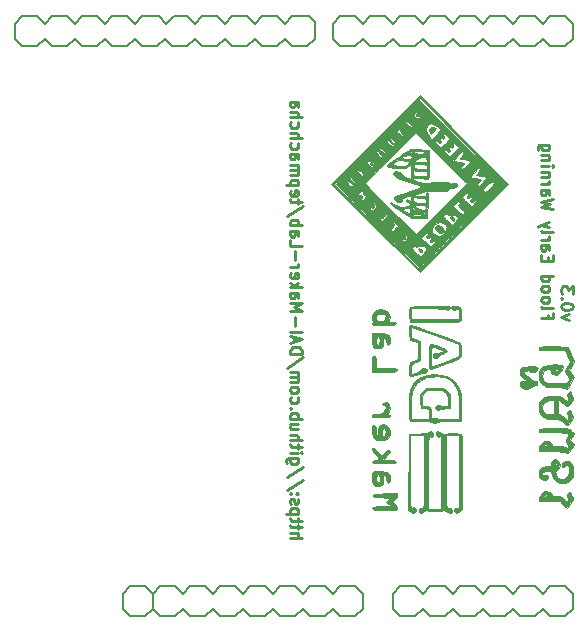
<source format=gbo>
G04 #@! TF.FileFunction,Legend,Bot*
%FSLAX46Y46*%
G04 Gerber Fmt 4.6, Leading zero omitted, Abs format (unit mm)*
G04 Created by KiCad (PCBNEW 4.0.2-stable) date Saturday, September 10, 2016 'AMt' 11:06:01 AM*
%MOMM*%
G01*
G04 APERTURE LIST*
%ADD10C,0.100000*%
%ADD11C,0.250000*%
%ADD12C,0.010000*%
%ADD13C,0.150000*%
G04 APERTURE END LIST*
D10*
D11*
X144835619Y-123124191D02*
X145835619Y-123124191D01*
X144835619Y-122695619D02*
X145359429Y-122695619D01*
X145454667Y-122743238D01*
X145502286Y-122838476D01*
X145502286Y-122981334D01*
X145454667Y-123076572D01*
X145407048Y-123124191D01*
X145502286Y-122362286D02*
X145502286Y-121981334D01*
X145835619Y-122219429D02*
X144978476Y-122219429D01*
X144883238Y-122171810D01*
X144835619Y-122076572D01*
X144835619Y-121981334D01*
X145502286Y-121790857D02*
X145502286Y-121409905D01*
X145835619Y-121648000D02*
X144978476Y-121648000D01*
X144883238Y-121600381D01*
X144835619Y-121505143D01*
X144835619Y-121409905D01*
X145502286Y-121076571D02*
X144502286Y-121076571D01*
X145454667Y-121076571D02*
X145502286Y-120981333D01*
X145502286Y-120790856D01*
X145454667Y-120695618D01*
X145407048Y-120647999D01*
X145311810Y-120600380D01*
X145026095Y-120600380D01*
X144930857Y-120647999D01*
X144883238Y-120695618D01*
X144835619Y-120790856D01*
X144835619Y-120981333D01*
X144883238Y-121076571D01*
X144883238Y-120219428D02*
X144835619Y-120124190D01*
X144835619Y-119933714D01*
X144883238Y-119838475D01*
X144978476Y-119790856D01*
X145026095Y-119790856D01*
X145121333Y-119838475D01*
X145168952Y-119933714D01*
X145168952Y-120076571D01*
X145216571Y-120171809D01*
X145311810Y-120219428D01*
X145359429Y-120219428D01*
X145454667Y-120171809D01*
X145502286Y-120076571D01*
X145502286Y-119933714D01*
X145454667Y-119838475D01*
X144930857Y-119362285D02*
X144883238Y-119314666D01*
X144835619Y-119362285D01*
X144883238Y-119409904D01*
X144930857Y-119362285D01*
X144835619Y-119362285D01*
X145454667Y-119362285D02*
X145407048Y-119314666D01*
X145359429Y-119362285D01*
X145407048Y-119409904D01*
X145454667Y-119362285D01*
X145359429Y-119362285D01*
X145883238Y-118171809D02*
X144597524Y-119028952D01*
X145883238Y-117124190D02*
X144597524Y-117981333D01*
X145502286Y-116362285D02*
X144692762Y-116362285D01*
X144597524Y-116409904D01*
X144549905Y-116457523D01*
X144502286Y-116552762D01*
X144502286Y-116695619D01*
X144549905Y-116790857D01*
X144883238Y-116362285D02*
X144835619Y-116457523D01*
X144835619Y-116648000D01*
X144883238Y-116743238D01*
X144930857Y-116790857D01*
X145026095Y-116838476D01*
X145311810Y-116838476D01*
X145407048Y-116790857D01*
X145454667Y-116743238D01*
X145502286Y-116648000D01*
X145502286Y-116457523D01*
X145454667Y-116362285D01*
X144835619Y-115886095D02*
X145502286Y-115886095D01*
X145835619Y-115886095D02*
X145788000Y-115933714D01*
X145740381Y-115886095D01*
X145788000Y-115838476D01*
X145835619Y-115886095D01*
X145740381Y-115886095D01*
X145502286Y-115552762D02*
X145502286Y-115171810D01*
X145835619Y-115409905D02*
X144978476Y-115409905D01*
X144883238Y-115362286D01*
X144835619Y-115267048D01*
X144835619Y-115171810D01*
X144835619Y-114838476D02*
X145835619Y-114838476D01*
X144835619Y-114409904D02*
X145359429Y-114409904D01*
X145454667Y-114457523D01*
X145502286Y-114552761D01*
X145502286Y-114695619D01*
X145454667Y-114790857D01*
X145407048Y-114838476D01*
X145502286Y-113505142D02*
X144835619Y-113505142D01*
X145502286Y-113933714D02*
X144978476Y-113933714D01*
X144883238Y-113886095D01*
X144835619Y-113790857D01*
X144835619Y-113647999D01*
X144883238Y-113552761D01*
X144930857Y-113505142D01*
X144835619Y-113028952D02*
X145835619Y-113028952D01*
X145454667Y-113028952D02*
X145502286Y-112933714D01*
X145502286Y-112743237D01*
X145454667Y-112647999D01*
X145407048Y-112600380D01*
X145311810Y-112552761D01*
X145026095Y-112552761D01*
X144930857Y-112600380D01*
X144883238Y-112647999D01*
X144835619Y-112743237D01*
X144835619Y-112933714D01*
X144883238Y-113028952D01*
X144930857Y-112124190D02*
X144883238Y-112076571D01*
X144835619Y-112124190D01*
X144883238Y-112171809D01*
X144930857Y-112124190D01*
X144835619Y-112124190D01*
X144883238Y-111219428D02*
X144835619Y-111314666D01*
X144835619Y-111505143D01*
X144883238Y-111600381D01*
X144930857Y-111648000D01*
X145026095Y-111695619D01*
X145311810Y-111695619D01*
X145407048Y-111648000D01*
X145454667Y-111600381D01*
X145502286Y-111505143D01*
X145502286Y-111314666D01*
X145454667Y-111219428D01*
X144835619Y-110648000D02*
X144883238Y-110743238D01*
X144930857Y-110790857D01*
X145026095Y-110838476D01*
X145311810Y-110838476D01*
X145407048Y-110790857D01*
X145454667Y-110743238D01*
X145502286Y-110648000D01*
X145502286Y-110505142D01*
X145454667Y-110409904D01*
X145407048Y-110362285D01*
X145311810Y-110314666D01*
X145026095Y-110314666D01*
X144930857Y-110362285D01*
X144883238Y-110409904D01*
X144835619Y-110505142D01*
X144835619Y-110648000D01*
X144835619Y-109886095D02*
X145502286Y-109886095D01*
X145407048Y-109886095D02*
X145454667Y-109838476D01*
X145502286Y-109743238D01*
X145502286Y-109600380D01*
X145454667Y-109505142D01*
X145359429Y-109457523D01*
X144835619Y-109457523D01*
X145359429Y-109457523D02*
X145454667Y-109409904D01*
X145502286Y-109314666D01*
X145502286Y-109171809D01*
X145454667Y-109076571D01*
X145359429Y-109028952D01*
X144835619Y-109028952D01*
X145883238Y-107838476D02*
X144597524Y-108695619D01*
X144835619Y-107505143D02*
X145835619Y-107505143D01*
X145835619Y-107267048D01*
X145788000Y-107124190D01*
X145692762Y-107028952D01*
X145597524Y-106981333D01*
X145407048Y-106933714D01*
X145264190Y-106933714D01*
X145073714Y-106981333D01*
X144978476Y-107028952D01*
X144883238Y-107124190D01*
X144835619Y-107267048D01*
X144835619Y-107505143D01*
X145121333Y-106552762D02*
X145121333Y-106076571D01*
X144835619Y-106648000D02*
X145835619Y-106314667D01*
X144835619Y-105981333D01*
X144835619Y-105648000D02*
X145835619Y-105648000D01*
X145216571Y-105171810D02*
X145216571Y-104409905D01*
X144835619Y-103933715D02*
X145835619Y-103933715D01*
X145121333Y-103600381D01*
X145835619Y-103267048D01*
X144835619Y-103267048D01*
X144835619Y-102362286D02*
X145359429Y-102362286D01*
X145454667Y-102409905D01*
X145502286Y-102505143D01*
X145502286Y-102695620D01*
X145454667Y-102790858D01*
X144883238Y-102362286D02*
X144835619Y-102457524D01*
X144835619Y-102695620D01*
X144883238Y-102790858D01*
X144978476Y-102838477D01*
X145073714Y-102838477D01*
X145168952Y-102790858D01*
X145216571Y-102695620D01*
X145216571Y-102457524D01*
X145264190Y-102362286D01*
X144835619Y-101886096D02*
X145835619Y-101886096D01*
X145216571Y-101790858D02*
X144835619Y-101505143D01*
X145502286Y-101505143D02*
X145121333Y-101886096D01*
X144883238Y-100695619D02*
X144835619Y-100790857D01*
X144835619Y-100981334D01*
X144883238Y-101076572D01*
X144978476Y-101124191D01*
X145359429Y-101124191D01*
X145454667Y-101076572D01*
X145502286Y-100981334D01*
X145502286Y-100790857D01*
X145454667Y-100695619D01*
X145359429Y-100648000D01*
X145264190Y-100648000D01*
X145168952Y-101124191D01*
X144835619Y-100219429D02*
X145502286Y-100219429D01*
X145311810Y-100219429D02*
X145407048Y-100171810D01*
X145454667Y-100124191D01*
X145502286Y-100028953D01*
X145502286Y-99933714D01*
X145216571Y-99600381D02*
X145216571Y-98838476D01*
X144835619Y-97886095D02*
X144835619Y-98362286D01*
X145835619Y-98362286D01*
X144835619Y-97124190D02*
X145359429Y-97124190D01*
X145454667Y-97171809D01*
X145502286Y-97267047D01*
X145502286Y-97457524D01*
X145454667Y-97552762D01*
X144883238Y-97124190D02*
X144835619Y-97219428D01*
X144835619Y-97457524D01*
X144883238Y-97552762D01*
X144978476Y-97600381D01*
X145073714Y-97600381D01*
X145168952Y-97552762D01*
X145216571Y-97457524D01*
X145216571Y-97219428D01*
X145264190Y-97124190D01*
X144835619Y-96648000D02*
X145835619Y-96648000D01*
X145454667Y-96648000D02*
X145502286Y-96552762D01*
X145502286Y-96362285D01*
X145454667Y-96267047D01*
X145407048Y-96219428D01*
X145311810Y-96171809D01*
X145026095Y-96171809D01*
X144930857Y-96219428D01*
X144883238Y-96267047D01*
X144835619Y-96362285D01*
X144835619Y-96552762D01*
X144883238Y-96648000D01*
X145883238Y-95028952D02*
X144597524Y-95886095D01*
X145502286Y-94838476D02*
X145502286Y-94457524D01*
X145835619Y-94695619D02*
X144978476Y-94695619D01*
X144883238Y-94648000D01*
X144835619Y-94552762D01*
X144835619Y-94457524D01*
X144883238Y-93743237D02*
X144835619Y-93838475D01*
X144835619Y-94028952D01*
X144883238Y-94124190D01*
X144978476Y-94171809D01*
X145359429Y-94171809D01*
X145454667Y-94124190D01*
X145502286Y-94028952D01*
X145502286Y-93838475D01*
X145454667Y-93743237D01*
X145359429Y-93695618D01*
X145264190Y-93695618D01*
X145168952Y-94171809D01*
X145502286Y-93267047D02*
X144502286Y-93267047D01*
X145454667Y-93267047D02*
X145502286Y-93171809D01*
X145502286Y-92981332D01*
X145454667Y-92886094D01*
X145407048Y-92838475D01*
X145311810Y-92790856D01*
X145026095Y-92790856D01*
X144930857Y-92838475D01*
X144883238Y-92886094D01*
X144835619Y-92981332D01*
X144835619Y-93171809D01*
X144883238Y-93267047D01*
X144835619Y-92362285D02*
X145502286Y-92362285D01*
X145407048Y-92362285D02*
X145454667Y-92314666D01*
X145502286Y-92219428D01*
X145502286Y-92076570D01*
X145454667Y-91981332D01*
X145359429Y-91933713D01*
X144835619Y-91933713D01*
X145359429Y-91933713D02*
X145454667Y-91886094D01*
X145502286Y-91790856D01*
X145502286Y-91647999D01*
X145454667Y-91552761D01*
X145359429Y-91505142D01*
X144835619Y-91505142D01*
X144835619Y-90600380D02*
X145359429Y-90600380D01*
X145454667Y-90647999D01*
X145502286Y-90743237D01*
X145502286Y-90933714D01*
X145454667Y-91028952D01*
X144883238Y-90600380D02*
X144835619Y-90695618D01*
X144835619Y-90933714D01*
X144883238Y-91028952D01*
X144978476Y-91076571D01*
X145073714Y-91076571D01*
X145168952Y-91028952D01*
X145216571Y-90933714D01*
X145216571Y-90695618D01*
X145264190Y-90600380D01*
X144883238Y-89695618D02*
X144835619Y-89790856D01*
X144835619Y-89981333D01*
X144883238Y-90076571D01*
X144930857Y-90124190D01*
X145026095Y-90171809D01*
X145311810Y-90171809D01*
X145407048Y-90124190D01*
X145454667Y-90076571D01*
X145502286Y-89981333D01*
X145502286Y-89790856D01*
X145454667Y-89695618D01*
X144835619Y-89267047D02*
X145835619Y-89267047D01*
X144835619Y-88838475D02*
X145359429Y-88838475D01*
X145454667Y-88886094D01*
X145502286Y-88981332D01*
X145502286Y-89124190D01*
X145454667Y-89219428D01*
X145407048Y-89267047D01*
X144883238Y-87933713D02*
X144835619Y-88028951D01*
X144835619Y-88219428D01*
X144883238Y-88314666D01*
X144930857Y-88362285D01*
X145026095Y-88409904D01*
X145311810Y-88409904D01*
X145407048Y-88362285D01*
X145454667Y-88314666D01*
X145502286Y-88219428D01*
X145502286Y-88028951D01*
X145454667Y-87933713D01*
X144835619Y-87505142D02*
X145835619Y-87505142D01*
X144835619Y-87076570D02*
X145359429Y-87076570D01*
X145454667Y-87124189D01*
X145502286Y-87219427D01*
X145502286Y-87362285D01*
X145454667Y-87457523D01*
X145407048Y-87505142D01*
X144835619Y-86171808D02*
X145359429Y-86171808D01*
X145454667Y-86219427D01*
X145502286Y-86314665D01*
X145502286Y-86505142D01*
X145454667Y-86600380D01*
X144883238Y-86171808D02*
X144835619Y-86267046D01*
X144835619Y-86505142D01*
X144883238Y-86600380D01*
X144978476Y-86647999D01*
X145073714Y-86647999D01*
X145168952Y-86600380D01*
X145216571Y-86505142D01*
X145216571Y-86267046D01*
X145264190Y-86171808D01*
X168425286Y-104632143D02*
X167758619Y-104394048D01*
X168425286Y-104155952D01*
X168758619Y-103584524D02*
X168758619Y-103489285D01*
X168711000Y-103394047D01*
X168663381Y-103346428D01*
X168568143Y-103298809D01*
X168377667Y-103251190D01*
X168139571Y-103251190D01*
X167949095Y-103298809D01*
X167853857Y-103346428D01*
X167806238Y-103394047D01*
X167758619Y-103489285D01*
X167758619Y-103584524D01*
X167806238Y-103679762D01*
X167853857Y-103727381D01*
X167949095Y-103775000D01*
X168139571Y-103822619D01*
X168377667Y-103822619D01*
X168568143Y-103775000D01*
X168663381Y-103727381D01*
X168711000Y-103679762D01*
X168758619Y-103584524D01*
X167853857Y-102822619D02*
X167806238Y-102775000D01*
X167758619Y-102822619D01*
X167806238Y-102870238D01*
X167853857Y-102822619D01*
X167758619Y-102822619D01*
X168758619Y-102441667D02*
X168758619Y-101822619D01*
X168377667Y-102155953D01*
X168377667Y-102013095D01*
X168330048Y-101917857D01*
X168282429Y-101870238D01*
X168187190Y-101822619D01*
X167949095Y-101822619D01*
X167853857Y-101870238D01*
X167806238Y-101917857D01*
X167758619Y-102013095D01*
X167758619Y-102298810D01*
X167806238Y-102394048D01*
X167853857Y-102441667D01*
X166632429Y-104203571D02*
X166632429Y-104536905D01*
X166108619Y-104536905D02*
X167108619Y-104536905D01*
X167108619Y-104060714D01*
X166108619Y-103536905D02*
X166156238Y-103632143D01*
X166251476Y-103679762D01*
X167108619Y-103679762D01*
X166108619Y-103013095D02*
X166156238Y-103108333D01*
X166203857Y-103155952D01*
X166299095Y-103203571D01*
X166584810Y-103203571D01*
X166680048Y-103155952D01*
X166727667Y-103108333D01*
X166775286Y-103013095D01*
X166775286Y-102870237D01*
X166727667Y-102774999D01*
X166680048Y-102727380D01*
X166584810Y-102679761D01*
X166299095Y-102679761D01*
X166203857Y-102727380D01*
X166156238Y-102774999D01*
X166108619Y-102870237D01*
X166108619Y-103013095D01*
X166108619Y-102108333D02*
X166156238Y-102203571D01*
X166203857Y-102251190D01*
X166299095Y-102298809D01*
X166584810Y-102298809D01*
X166680048Y-102251190D01*
X166727667Y-102203571D01*
X166775286Y-102108333D01*
X166775286Y-101965475D01*
X166727667Y-101870237D01*
X166680048Y-101822618D01*
X166584810Y-101774999D01*
X166299095Y-101774999D01*
X166203857Y-101822618D01*
X166156238Y-101870237D01*
X166108619Y-101965475D01*
X166108619Y-102108333D01*
X166108619Y-100917856D02*
X167108619Y-100917856D01*
X166156238Y-100917856D02*
X166108619Y-101013094D01*
X166108619Y-101203571D01*
X166156238Y-101298809D01*
X166203857Y-101346428D01*
X166299095Y-101394047D01*
X166584810Y-101394047D01*
X166680048Y-101346428D01*
X166727667Y-101298809D01*
X166775286Y-101203571D01*
X166775286Y-101013094D01*
X166727667Y-100917856D01*
X166632429Y-99679761D02*
X166632429Y-99346427D01*
X166108619Y-99203570D02*
X166108619Y-99679761D01*
X167108619Y-99679761D01*
X167108619Y-99203570D01*
X166108619Y-98346427D02*
X166632429Y-98346427D01*
X166727667Y-98394046D01*
X166775286Y-98489284D01*
X166775286Y-98679761D01*
X166727667Y-98774999D01*
X166156238Y-98346427D02*
X166108619Y-98441665D01*
X166108619Y-98679761D01*
X166156238Y-98774999D01*
X166251476Y-98822618D01*
X166346714Y-98822618D01*
X166441952Y-98774999D01*
X166489571Y-98679761D01*
X166489571Y-98441665D01*
X166537190Y-98346427D01*
X166108619Y-97870237D02*
X166775286Y-97870237D01*
X166584810Y-97870237D02*
X166680048Y-97822618D01*
X166727667Y-97774999D01*
X166775286Y-97679761D01*
X166775286Y-97584522D01*
X166108619Y-97108332D02*
X166156238Y-97203570D01*
X166251476Y-97251189D01*
X167108619Y-97251189D01*
X166775286Y-96822617D02*
X166108619Y-96584522D01*
X166775286Y-96346426D02*
X166108619Y-96584522D01*
X165870524Y-96679760D01*
X165822905Y-96727379D01*
X165775286Y-96822617D01*
X167108619Y-95298807D02*
X166108619Y-95060712D01*
X166822905Y-94870235D01*
X166108619Y-94679759D01*
X167108619Y-94441664D01*
X166108619Y-93632140D02*
X166632429Y-93632140D01*
X166727667Y-93679759D01*
X166775286Y-93774997D01*
X166775286Y-93965474D01*
X166727667Y-94060712D01*
X166156238Y-93632140D02*
X166108619Y-93727378D01*
X166108619Y-93965474D01*
X166156238Y-94060712D01*
X166251476Y-94108331D01*
X166346714Y-94108331D01*
X166441952Y-94060712D01*
X166489571Y-93965474D01*
X166489571Y-93727378D01*
X166537190Y-93632140D01*
X166108619Y-93155950D02*
X166775286Y-93155950D01*
X166584810Y-93155950D02*
X166680048Y-93108331D01*
X166727667Y-93060712D01*
X166775286Y-92965474D01*
X166775286Y-92870235D01*
X166775286Y-92536902D02*
X166108619Y-92536902D01*
X166680048Y-92536902D02*
X166727667Y-92489283D01*
X166775286Y-92394045D01*
X166775286Y-92251187D01*
X166727667Y-92155949D01*
X166632429Y-92108330D01*
X166108619Y-92108330D01*
X166108619Y-91632140D02*
X166775286Y-91632140D01*
X167108619Y-91632140D02*
X167061000Y-91679759D01*
X167013381Y-91632140D01*
X167061000Y-91584521D01*
X167108619Y-91632140D01*
X167013381Y-91632140D01*
X166775286Y-91155950D02*
X166108619Y-91155950D01*
X166680048Y-91155950D02*
X166727667Y-91108331D01*
X166775286Y-91013093D01*
X166775286Y-90870235D01*
X166727667Y-90774997D01*
X166632429Y-90727378D01*
X166108619Y-90727378D01*
X166775286Y-89822616D02*
X165965762Y-89822616D01*
X165870524Y-89870235D01*
X165822905Y-89917854D01*
X165775286Y-90013093D01*
X165775286Y-90155950D01*
X165822905Y-90251188D01*
X166156238Y-89822616D02*
X166108619Y-89917854D01*
X166108619Y-90108331D01*
X166156238Y-90203569D01*
X166203857Y-90251188D01*
X166299095Y-90298807D01*
X166584810Y-90298807D01*
X166680048Y-90251188D01*
X166727667Y-90203569D01*
X166775286Y-90108331D01*
X166775286Y-89917854D01*
X166727667Y-89822616D01*
D12*
G36*
X165757046Y-108658301D02*
X165673126Y-108612186D01*
X165490988Y-108590581D01*
X165176044Y-108585010D01*
X165155456Y-108585000D01*
X164739133Y-108608301D01*
X164464847Y-108686786D01*
X164310671Y-108833330D01*
X164254682Y-109060806D01*
X164253334Y-109114688D01*
X164303774Y-109306399D01*
X164469668Y-109497546D01*
X164772880Y-109712383D01*
X164815662Y-109738568D01*
X164890865Y-109797861D01*
X164839420Y-109822910D01*
X164640527Y-109823425D01*
X164634334Y-109823234D01*
X164410934Y-109830532D01*
X164305076Y-109886992D01*
X164269294Y-109997960D01*
X164307517Y-110194422D01*
X164417461Y-110357793D01*
X164643352Y-110495992D01*
X164810723Y-110517069D01*
X164810723Y-110271649D01*
X164700909Y-110256082D01*
X164699598Y-110227180D01*
X164812915Y-110206969D01*
X164861875Y-110220496D01*
X164893946Y-110258091D01*
X164810723Y-110271649D01*
X164810723Y-110517069D01*
X164897398Y-110527985D01*
X165117655Y-110453362D01*
X165204316Y-110363000D01*
X165383870Y-110222842D01*
X165549589Y-110193666D01*
X165719799Y-110171170D01*
X165768022Y-110077175D01*
X165762056Y-110003166D01*
X165697517Y-109858779D01*
X165530056Y-109816002D01*
X165502213Y-109816001D01*
X165299860Y-109769984D01*
X165225268Y-109680209D01*
X165126129Y-109552338D01*
X164936248Y-109410952D01*
X164884291Y-109381235D01*
X164693235Y-109245334D01*
X164611136Y-109116187D01*
X164611626Y-109093693D01*
X164690877Y-109003843D01*
X164844003Y-108946238D01*
X165001760Y-108933777D01*
X165094908Y-108979359D01*
X165100000Y-109002709D01*
X165169806Y-109069846D01*
X165333510Y-109090598D01*
X165522544Y-109066312D01*
X165668339Y-108998337D01*
X165675734Y-108991400D01*
X165765204Y-108821523D01*
X165777334Y-108737400D01*
X165757046Y-108658301D01*
X165757046Y-108658301D01*
G37*
X165757046Y-108658301D02*
X165673126Y-108612186D01*
X165490988Y-108590581D01*
X165176044Y-108585010D01*
X165155456Y-108585000D01*
X164739133Y-108608301D01*
X164464847Y-108686786D01*
X164310671Y-108833330D01*
X164254682Y-109060806D01*
X164253334Y-109114688D01*
X164303774Y-109306399D01*
X164469668Y-109497546D01*
X164772880Y-109712383D01*
X164815662Y-109738568D01*
X164890865Y-109797861D01*
X164839420Y-109822910D01*
X164640527Y-109823425D01*
X164634334Y-109823234D01*
X164410934Y-109830532D01*
X164305076Y-109886992D01*
X164269294Y-109997960D01*
X164307517Y-110194422D01*
X164417461Y-110357793D01*
X164643352Y-110495992D01*
X164810723Y-110517069D01*
X164810723Y-110271649D01*
X164700909Y-110256082D01*
X164699598Y-110227180D01*
X164812915Y-110206969D01*
X164861875Y-110220496D01*
X164893946Y-110258091D01*
X164810723Y-110271649D01*
X164810723Y-110517069D01*
X164897398Y-110527985D01*
X165117655Y-110453362D01*
X165204316Y-110363000D01*
X165383870Y-110222842D01*
X165549589Y-110193666D01*
X165719799Y-110171170D01*
X165768022Y-110077175D01*
X165762056Y-110003166D01*
X165697517Y-109858779D01*
X165530056Y-109816002D01*
X165502213Y-109816001D01*
X165299860Y-109769984D01*
X165225268Y-109680209D01*
X165126129Y-109552338D01*
X164936248Y-109410952D01*
X164884291Y-109381235D01*
X164693235Y-109245334D01*
X164611136Y-109116187D01*
X164611626Y-109093693D01*
X164690877Y-109003843D01*
X164844003Y-108946238D01*
X165001760Y-108933777D01*
X165094908Y-108979359D01*
X165100000Y-109002709D01*
X165169806Y-109069846D01*
X165333510Y-109090598D01*
X165522544Y-109066312D01*
X165668339Y-108998337D01*
X165675734Y-108991400D01*
X165765204Y-108821523D01*
X165777334Y-108737400D01*
X165757046Y-108658301D01*
G36*
X168784842Y-119682921D02*
X168698334Y-119591666D01*
X168590743Y-119447519D01*
X168571334Y-119369633D01*
X168520682Y-119266108D01*
X168410289Y-119268033D01*
X168302500Y-119363516D01*
X168273711Y-119426396D01*
X168272031Y-119620995D01*
X168319811Y-119721651D01*
X168379964Y-119894856D01*
X168366431Y-119985572D01*
X168315914Y-120056587D01*
X168229139Y-120030425D01*
X168070741Y-119893633D01*
X168035428Y-119859650D01*
X167820071Y-119683538D01*
X167603860Y-119606356D01*
X167360803Y-119591666D01*
X167100035Y-119575248D01*
X166979186Y-119520526D01*
X166962667Y-119469467D01*
X166889898Y-119314790D01*
X166717952Y-119189517D01*
X166516375Y-119137439D01*
X166448186Y-119145496D01*
X166261902Y-119253314D01*
X166068294Y-119449297D01*
X165918142Y-119672224D01*
X165862000Y-119852163D01*
X165874463Y-119924332D01*
X165931545Y-119971384D01*
X166062789Y-119998627D01*
X166297738Y-120011371D01*
X166319778Y-120011583D01*
X166319778Y-119620054D01*
X166308682Y-119563838D01*
X166411027Y-119462679D01*
X166482850Y-119437292D01*
X166605098Y-119448652D01*
X166609393Y-119519736D01*
X166505221Y-119598768D01*
X166449832Y-119617463D01*
X166319778Y-119620054D01*
X166319778Y-120011583D01*
X166665932Y-120014924D01*
X166768136Y-120015000D01*
X167674272Y-120015000D01*
X167960306Y-120290166D01*
X168246340Y-120565333D01*
X168534577Y-120226666D01*
X168729598Y-119978156D01*
X168809922Y-119808923D01*
X168784842Y-119682921D01*
X168784842Y-119682921D01*
G37*
X168784842Y-119682921D02*
X168698334Y-119591666D01*
X168590743Y-119447519D01*
X168571334Y-119369633D01*
X168520682Y-119266108D01*
X168410289Y-119268033D01*
X168302500Y-119363516D01*
X168273711Y-119426396D01*
X168272031Y-119620995D01*
X168319811Y-119721651D01*
X168379964Y-119894856D01*
X168366431Y-119985572D01*
X168315914Y-120056587D01*
X168229139Y-120030425D01*
X168070741Y-119893633D01*
X168035428Y-119859650D01*
X167820071Y-119683538D01*
X167603860Y-119606356D01*
X167360803Y-119591666D01*
X167100035Y-119575248D01*
X166979186Y-119520526D01*
X166962667Y-119469467D01*
X166889898Y-119314790D01*
X166717952Y-119189517D01*
X166516375Y-119137439D01*
X166448186Y-119145496D01*
X166261902Y-119253314D01*
X166068294Y-119449297D01*
X165918142Y-119672224D01*
X165862000Y-119852163D01*
X165874463Y-119924332D01*
X165931545Y-119971384D01*
X166062789Y-119998627D01*
X166297738Y-120011371D01*
X166319778Y-120011583D01*
X166319778Y-119620054D01*
X166308682Y-119563838D01*
X166411027Y-119462679D01*
X166482850Y-119437292D01*
X166605098Y-119448652D01*
X166609393Y-119519736D01*
X166505221Y-119598768D01*
X166449832Y-119617463D01*
X166319778Y-119620054D01*
X166319778Y-120011583D01*
X166665932Y-120014924D01*
X166768136Y-120015000D01*
X167674272Y-120015000D01*
X167960306Y-120290166D01*
X168246340Y-120565333D01*
X168534577Y-120226666D01*
X168729598Y-119978156D01*
X168809922Y-119808923D01*
X168784842Y-119682921D01*
G36*
X168803276Y-117130604D02*
X168710539Y-116844411D01*
X168518520Y-116663727D01*
X168427758Y-116622031D01*
X168199238Y-116587948D01*
X168009572Y-116670369D01*
X167871235Y-116812800D01*
X167812994Y-116973759D01*
X167843411Y-117098783D01*
X167936334Y-117136333D01*
X168048956Y-117087503D01*
X168063334Y-117045778D01*
X168133473Y-116985681D01*
X168253834Y-116982278D01*
X168379310Y-117029264D01*
X168443415Y-117155291D01*
X168470321Y-117368194D01*
X168465013Y-117636681D01*
X168382230Y-117827381D01*
X168283670Y-117939694D01*
X168013295Y-118116576D01*
X167738780Y-118140479D01*
X167497145Y-118019184D01*
X167325404Y-117760475D01*
X167316588Y-117736365D01*
X167272266Y-117547984D01*
X167301334Y-117488576D01*
X167301334Y-117009333D01*
X167228851Y-116990139D01*
X167216667Y-116929663D01*
X167260872Y-116813821D01*
X167301334Y-116797666D01*
X167383577Y-116858434D01*
X167386000Y-116877336D01*
X167324456Y-116992004D01*
X167301334Y-117009333D01*
X167301334Y-117488576D01*
X167330246Y-117429485D01*
X167434683Y-117351626D01*
X167601053Y-117161029D01*
X167654458Y-116920987D01*
X167596054Y-116690303D01*
X167427000Y-116527783D01*
X167418388Y-116523729D01*
X167246453Y-116469156D01*
X167123210Y-116524249D01*
X167033684Y-116624165D01*
X166930714Y-116801016D01*
X166913973Y-116938620D01*
X166894682Y-117013240D01*
X166745701Y-117047202D01*
X166597849Y-117051666D01*
X166225509Y-117098452D01*
X165987183Y-117243468D01*
X165874234Y-117493703D01*
X165862000Y-117647182D01*
X165891005Y-117901380D01*
X165998307Y-118061943D01*
X166068772Y-118114578D01*
X166315310Y-118216849D01*
X166530079Y-118204471D01*
X166668538Y-118085317D01*
X166693389Y-118004166D01*
X166685857Y-117868354D01*
X166579160Y-117818358D01*
X166469614Y-117813666D01*
X166269930Y-117774911D01*
X166171090Y-117689378D01*
X166153200Y-117581735D01*
X166224417Y-117517415D01*
X166416437Y-117478769D01*
X166578317Y-117462637D01*
X166795974Y-117454365D01*
X166903366Y-117505596D01*
X166958293Y-117655160D01*
X166973870Y-117728370D01*
X167119591Y-118076919D01*
X167370242Y-118326203D01*
X167687690Y-118463141D01*
X168033803Y-118474656D01*
X168370448Y-118347670D01*
X168498353Y-118251223D01*
X168664739Y-118074539D01*
X168755270Y-117880808D01*
X168800573Y-117599478D01*
X168805499Y-117543699D01*
X168803276Y-117130604D01*
X168803276Y-117130604D01*
G37*
X168803276Y-117130604D02*
X168710539Y-116844411D01*
X168518520Y-116663727D01*
X168427758Y-116622031D01*
X168199238Y-116587948D01*
X168009572Y-116670369D01*
X167871235Y-116812800D01*
X167812994Y-116973759D01*
X167843411Y-117098783D01*
X167936334Y-117136333D01*
X168048956Y-117087503D01*
X168063334Y-117045778D01*
X168133473Y-116985681D01*
X168253834Y-116982278D01*
X168379310Y-117029264D01*
X168443415Y-117155291D01*
X168470321Y-117368194D01*
X168465013Y-117636681D01*
X168382230Y-117827381D01*
X168283670Y-117939694D01*
X168013295Y-118116576D01*
X167738780Y-118140479D01*
X167497145Y-118019184D01*
X167325404Y-117760475D01*
X167316588Y-117736365D01*
X167272266Y-117547984D01*
X167301334Y-117488576D01*
X167301334Y-117009333D01*
X167228851Y-116990139D01*
X167216667Y-116929663D01*
X167260872Y-116813821D01*
X167301334Y-116797666D01*
X167383577Y-116858434D01*
X167386000Y-116877336D01*
X167324456Y-116992004D01*
X167301334Y-117009333D01*
X167301334Y-117488576D01*
X167330246Y-117429485D01*
X167434683Y-117351626D01*
X167601053Y-117161029D01*
X167654458Y-116920987D01*
X167596054Y-116690303D01*
X167427000Y-116527783D01*
X167418388Y-116523729D01*
X167246453Y-116469156D01*
X167123210Y-116524249D01*
X167033684Y-116624165D01*
X166930714Y-116801016D01*
X166913973Y-116938620D01*
X166894682Y-117013240D01*
X166745701Y-117047202D01*
X166597849Y-117051666D01*
X166225509Y-117098452D01*
X165987183Y-117243468D01*
X165874234Y-117493703D01*
X165862000Y-117647182D01*
X165891005Y-117901380D01*
X165998307Y-118061943D01*
X166068772Y-118114578D01*
X166315310Y-118216849D01*
X166530079Y-118204471D01*
X166668538Y-118085317D01*
X166693389Y-118004166D01*
X166685857Y-117868354D01*
X166579160Y-117818358D01*
X166469614Y-117813666D01*
X166269930Y-117774911D01*
X166171090Y-117689378D01*
X166153200Y-117581735D01*
X166224417Y-117517415D01*
X166416437Y-117478769D01*
X166578317Y-117462637D01*
X166795974Y-117454365D01*
X166903366Y-117505596D01*
X166958293Y-117655160D01*
X166973870Y-117728370D01*
X167119591Y-118076919D01*
X167370242Y-118326203D01*
X167687690Y-118463141D01*
X168033803Y-118474656D01*
X168370448Y-118347670D01*
X168498353Y-118251223D01*
X168664739Y-118074539D01*
X168755270Y-117880808D01*
X168800573Y-117599478D01*
X168805499Y-117543699D01*
X168803276Y-117130604D01*
G36*
X168492505Y-114818541D02*
X168668941Y-114533062D01*
X168845377Y-114247582D01*
X168651264Y-114040958D01*
X168570935Y-113962205D01*
X168482866Y-113906524D01*
X168358209Y-113869919D01*
X168168119Y-113848394D01*
X167883751Y-113837954D01*
X167476259Y-113834603D01*
X167159575Y-113834333D01*
X166665409Y-113835401D01*
X166315683Y-113840770D01*
X166085507Y-113853688D01*
X165949991Y-113877403D01*
X165884246Y-113915163D01*
X165863382Y-113970217D01*
X165862000Y-114003666D01*
X165870536Y-114069628D01*
X165913174Y-114115800D01*
X166015468Y-114145700D01*
X166202966Y-114162845D01*
X166501219Y-114170751D01*
X166935779Y-114172935D01*
X167092324Y-114173000D01*
X167619936Y-114176986D01*
X167996053Y-114193471D01*
X168238416Y-114229245D01*
X168364769Y-114291100D01*
X168392852Y-114385826D01*
X168340408Y-114520213D01*
X168275589Y-114625885D01*
X168186161Y-114790478D01*
X168198894Y-114919875D01*
X168278465Y-115055405D01*
X168356288Y-115232621D01*
X168371471Y-115393307D01*
X168331420Y-115492043D01*
X168243542Y-115483407D01*
X168212958Y-115457158D01*
X168078875Y-115405144D01*
X167825861Y-115369807D01*
X167538400Y-115358333D01*
X167211107Y-115348479D01*
X167027655Y-115315683D01*
X166963521Y-115255095D01*
X166962667Y-115244455D01*
X166904646Y-115105871D01*
X166795495Y-114979289D01*
X166655066Y-114882598D01*
X166507272Y-114885231D01*
X166368169Y-114935759D01*
X166156625Y-115075019D01*
X165987325Y-115275746D01*
X165887452Y-115490224D01*
X165884187Y-115670734D01*
X165918445Y-115725222D01*
X166020430Y-115747025D01*
X166256772Y-115764913D01*
X166449670Y-115771896D01*
X166449670Y-115358333D01*
X166332600Y-115325740D01*
X166327667Y-115273666D01*
X166450169Y-115195762D01*
X166501997Y-115189000D01*
X166611424Y-115236339D01*
X166624000Y-115273666D01*
X166552875Y-115341792D01*
X166449670Y-115358333D01*
X166449670Y-115771896D01*
X166592505Y-115777067D01*
X166992666Y-115781664D01*
X167002178Y-115781666D01*
X167512348Y-115790275D01*
X167877007Y-115815549D01*
X168086661Y-115856662D01*
X168127479Y-115879678D01*
X168252255Y-115922842D01*
X168407327Y-115821751D01*
X168602330Y-115569052D01*
X168666432Y-115468455D01*
X168848243Y-115174279D01*
X168492505Y-114818541D01*
X168492505Y-114818541D01*
G37*
X168492505Y-114818541D02*
X168668941Y-114533062D01*
X168845377Y-114247582D01*
X168651264Y-114040958D01*
X168570935Y-113962205D01*
X168482866Y-113906524D01*
X168358209Y-113869919D01*
X168168119Y-113848394D01*
X167883751Y-113837954D01*
X167476259Y-113834603D01*
X167159575Y-113834333D01*
X166665409Y-113835401D01*
X166315683Y-113840770D01*
X166085507Y-113853688D01*
X165949991Y-113877403D01*
X165884246Y-113915163D01*
X165863382Y-113970217D01*
X165862000Y-114003666D01*
X165870536Y-114069628D01*
X165913174Y-114115800D01*
X166015468Y-114145700D01*
X166202966Y-114162845D01*
X166501219Y-114170751D01*
X166935779Y-114172935D01*
X167092324Y-114173000D01*
X167619936Y-114176986D01*
X167996053Y-114193471D01*
X168238416Y-114229245D01*
X168364769Y-114291100D01*
X168392852Y-114385826D01*
X168340408Y-114520213D01*
X168275589Y-114625885D01*
X168186161Y-114790478D01*
X168198894Y-114919875D01*
X168278465Y-115055405D01*
X168356288Y-115232621D01*
X168371471Y-115393307D01*
X168331420Y-115492043D01*
X168243542Y-115483407D01*
X168212958Y-115457158D01*
X168078875Y-115405144D01*
X167825861Y-115369807D01*
X167538400Y-115358333D01*
X167211107Y-115348479D01*
X167027655Y-115315683D01*
X166963521Y-115255095D01*
X166962667Y-115244455D01*
X166904646Y-115105871D01*
X166795495Y-114979289D01*
X166655066Y-114882598D01*
X166507272Y-114885231D01*
X166368169Y-114935759D01*
X166156625Y-115075019D01*
X165987325Y-115275746D01*
X165887452Y-115490224D01*
X165884187Y-115670734D01*
X165918445Y-115725222D01*
X166020430Y-115747025D01*
X166256772Y-115764913D01*
X166449670Y-115771896D01*
X166449670Y-115358333D01*
X166332600Y-115325740D01*
X166327667Y-115273666D01*
X166450169Y-115195762D01*
X166501997Y-115189000D01*
X166611424Y-115236339D01*
X166624000Y-115273666D01*
X166552875Y-115341792D01*
X166449670Y-115358333D01*
X166449670Y-115771896D01*
X166592505Y-115777067D01*
X166992666Y-115781664D01*
X167002178Y-115781666D01*
X167512348Y-115790275D01*
X167877007Y-115815549D01*
X168086661Y-115856662D01*
X168127479Y-115879678D01*
X168252255Y-115922842D01*
X168407327Y-115821751D01*
X168602330Y-115569052D01*
X168666432Y-115468455D01*
X168848243Y-115174279D01*
X168492505Y-114818541D01*
G36*
X168728064Y-112682288D02*
X168707762Y-112659418D01*
X168600512Y-112502855D01*
X168571334Y-112409500D01*
X168516306Y-112320971D01*
X168400198Y-112326569D01*
X168296468Y-112417600D01*
X168284363Y-112443467D01*
X168280540Y-112620902D01*
X168324157Y-112746416D01*
X168376311Y-112938961D01*
X168363478Y-113050599D01*
X168310796Y-113113861D01*
X168214691Y-113075980D01*
X168042184Y-112923522D01*
X168035428Y-112916983D01*
X167837014Y-112753766D01*
X167663501Y-112658809D01*
X167614803Y-112649000D01*
X167538086Y-112624525D01*
X167494105Y-112528112D01*
X167474475Y-112325281D01*
X167470667Y-112056333D01*
X167483846Y-111705592D01*
X167531820Y-111513523D01*
X167627250Y-111470922D01*
X167782795Y-111568580D01*
X167936334Y-111717666D01*
X168111472Y-111877188D01*
X168251728Y-111965465D01*
X168279590Y-111971666D01*
X168380964Y-111906420D01*
X168526848Y-111740396D01*
X168608653Y-111625391D01*
X168741325Y-111411550D01*
X168784270Y-111281824D01*
X168747705Y-111183636D01*
X168704570Y-111131891D01*
X168597607Y-110956315D01*
X168571334Y-110843166D01*
X168528674Y-110717650D01*
X168418585Y-110734019D01*
X168314939Y-110831553D01*
X168250772Y-110962100D01*
X168294832Y-111123218D01*
X168319794Y-111171930D01*
X168387848Y-111347476D01*
X168348300Y-111463423D01*
X168326667Y-111486544D01*
X168230830Y-111530505D01*
X168111998Y-111457298D01*
X168019172Y-111357833D01*
X167902321Y-111238486D01*
X167777229Y-111168759D01*
X167595991Y-111135473D01*
X167310707Y-111125451D01*
X167172829Y-111125000D01*
X166735431Y-111141728D01*
X166423345Y-111200729D01*
X166195061Y-111315223D01*
X166012050Y-111494743D01*
X165904375Y-111735070D01*
X165865914Y-112055614D01*
X165897449Y-112381705D01*
X165999761Y-112638670D01*
X166000066Y-112639105D01*
X166262717Y-112871303D01*
X166655687Y-113018081D01*
X167132000Y-113069278D01*
X167132000Y-112649000D01*
X166806456Y-112649000D01*
X166491516Y-112583730D01*
X166272018Y-112413414D01*
X166163438Y-112176296D01*
X166181251Y-111910619D01*
X166340935Y-111654624D01*
X166386737Y-111611833D01*
X166591961Y-111507219D01*
X166844878Y-111463667D01*
X166845047Y-111463666D01*
X167132000Y-111463666D01*
X167132000Y-112649000D01*
X167132000Y-113069278D01*
X167159085Y-113072190D01*
X167188750Y-113072333D01*
X167485411Y-113083942D01*
X167683804Y-113135244D01*
X167854330Y-113250955D01*
X167950000Y-113339579D01*
X168134460Y-113493794D01*
X168280362Y-113532643D01*
X168420918Y-113445037D01*
X168589341Y-113219890D01*
X168664406Y-113101066D01*
X168773769Y-112906799D01*
X168792914Y-112788334D01*
X168728064Y-112682288D01*
X168728064Y-112682288D01*
G37*
X168728064Y-112682288D02*
X168707762Y-112659418D01*
X168600512Y-112502855D01*
X168571334Y-112409500D01*
X168516306Y-112320971D01*
X168400198Y-112326569D01*
X168296468Y-112417600D01*
X168284363Y-112443467D01*
X168280540Y-112620902D01*
X168324157Y-112746416D01*
X168376311Y-112938961D01*
X168363478Y-113050599D01*
X168310796Y-113113861D01*
X168214691Y-113075980D01*
X168042184Y-112923522D01*
X168035428Y-112916983D01*
X167837014Y-112753766D01*
X167663501Y-112658809D01*
X167614803Y-112649000D01*
X167538086Y-112624525D01*
X167494105Y-112528112D01*
X167474475Y-112325281D01*
X167470667Y-112056333D01*
X167483846Y-111705592D01*
X167531820Y-111513523D01*
X167627250Y-111470922D01*
X167782795Y-111568580D01*
X167936334Y-111717666D01*
X168111472Y-111877188D01*
X168251728Y-111965465D01*
X168279590Y-111971666D01*
X168380964Y-111906420D01*
X168526848Y-111740396D01*
X168608653Y-111625391D01*
X168741325Y-111411550D01*
X168784270Y-111281824D01*
X168747705Y-111183636D01*
X168704570Y-111131891D01*
X168597607Y-110956315D01*
X168571334Y-110843166D01*
X168528674Y-110717650D01*
X168418585Y-110734019D01*
X168314939Y-110831553D01*
X168250772Y-110962100D01*
X168294832Y-111123218D01*
X168319794Y-111171930D01*
X168387848Y-111347476D01*
X168348300Y-111463423D01*
X168326667Y-111486544D01*
X168230830Y-111530505D01*
X168111998Y-111457298D01*
X168019172Y-111357833D01*
X167902321Y-111238486D01*
X167777229Y-111168759D01*
X167595991Y-111135473D01*
X167310707Y-111125451D01*
X167172829Y-111125000D01*
X166735431Y-111141728D01*
X166423345Y-111200729D01*
X166195061Y-111315223D01*
X166012050Y-111494743D01*
X165904375Y-111735070D01*
X165865914Y-112055614D01*
X165897449Y-112381705D01*
X165999761Y-112638670D01*
X166000066Y-112639105D01*
X166262717Y-112871303D01*
X166655687Y-113018081D01*
X167132000Y-113069278D01*
X167132000Y-112649000D01*
X166806456Y-112649000D01*
X166491516Y-112583730D01*
X166272018Y-112413414D01*
X166163438Y-112176296D01*
X166181251Y-111910619D01*
X166340935Y-111654624D01*
X166386737Y-111611833D01*
X166591961Y-111507219D01*
X166844878Y-111463667D01*
X166845047Y-111463666D01*
X167132000Y-111463666D01*
X167132000Y-112649000D01*
X167132000Y-113069278D01*
X167159085Y-113072190D01*
X167188750Y-113072333D01*
X167485411Y-113083942D01*
X167683804Y-113135244D01*
X167854330Y-113250955D01*
X167950000Y-113339579D01*
X168134460Y-113493794D01*
X168280362Y-113532643D01*
X168420918Y-113445037D01*
X168589341Y-113219890D01*
X168664406Y-113101066D01*
X168773769Y-112906799D01*
X168792914Y-112788334D01*
X168728064Y-112682288D01*
G36*
X168600040Y-107555702D02*
X168348649Y-106934000D01*
X167105325Y-106910570D01*
X166623476Y-106902512D01*
X166285463Y-106901551D01*
X166065837Y-106910719D01*
X165939150Y-106933050D01*
X165879951Y-106971575D01*
X165862793Y-107029329D01*
X165862000Y-107058736D01*
X165870643Y-107127824D01*
X165914293Y-107175367D01*
X166019531Y-107205377D01*
X166212940Y-107221867D01*
X166521103Y-107228847D01*
X166970602Y-107230331D01*
X166998917Y-107230333D01*
X168135834Y-107230333D01*
X168498200Y-108198843D01*
X168111358Y-109024767D01*
X168290806Y-109336566D01*
X168399921Y-109554317D01*
X168418321Y-109706016D01*
X168363273Y-109848261D01*
X168302906Y-109942087D01*
X168219791Y-109999695D01*
X168077146Y-110028643D01*
X167838190Y-110036489D01*
X167474104Y-110030966D01*
X166990534Y-110010256D01*
X166648176Y-109967322D01*
X166419476Y-109893804D01*
X166276881Y-109781345D01*
X166201244Y-109644851D01*
X166171733Y-109395524D01*
X166232296Y-109130981D01*
X166361599Y-108932028D01*
X166396464Y-108905519D01*
X166573884Y-108844926D01*
X166753667Y-108852707D01*
X166866822Y-108920883D01*
X166878000Y-108961199D01*
X166950446Y-109114735D01*
X167120842Y-109241041D01*
X167318781Y-109294757D01*
X167320907Y-109294516D01*
X167320907Y-108997321D01*
X167227255Y-108972316D01*
X167216667Y-108939749D01*
X167287364Y-108856212D01*
X167390835Y-108813203D01*
X167520890Y-108810612D01*
X167531986Y-108866829D01*
X167448381Y-108956170D01*
X167320907Y-108997321D01*
X167320907Y-109294516D01*
X167384211Y-109287333D01*
X167612268Y-109157207D01*
X167808111Y-108931480D01*
X167910997Y-108681467D01*
X167912967Y-108666552D01*
X167916593Y-108559794D01*
X167874836Y-108495629D01*
X167753275Y-108460772D01*
X167517490Y-108441936D01*
X167307393Y-108432819D01*
X166754655Y-108451818D01*
X166340705Y-108561880D01*
X166058738Y-108767601D01*
X165901948Y-109073578D01*
X165862000Y-109409218D01*
X165884745Y-109676885D01*
X165977459Y-109879464D01*
X166149867Y-110075133D01*
X166289603Y-110209148D01*
X166412302Y-110293374D01*
X166561493Y-110339375D01*
X166780706Y-110358711D01*
X167113469Y-110362946D01*
X167233600Y-110363000D01*
X167648906Y-110373755D01*
X167951307Y-110404140D01*
X168115087Y-110451335D01*
X168127479Y-110461012D01*
X168245545Y-110510173D01*
X168377326Y-110421664D01*
X168533125Y-110185421D01*
X168651478Y-109949322D01*
X168847754Y-109530264D01*
X168664788Y-109234218D01*
X168481821Y-108938171D01*
X168666625Y-108557788D01*
X168851430Y-108177405D01*
X168600040Y-107555702D01*
X168600040Y-107555702D01*
G37*
X168600040Y-107555702D02*
X168348649Y-106934000D01*
X167105325Y-106910570D01*
X166623476Y-106902512D01*
X166285463Y-106901551D01*
X166065837Y-106910719D01*
X165939150Y-106933050D01*
X165879951Y-106971575D01*
X165862793Y-107029329D01*
X165862000Y-107058736D01*
X165870643Y-107127824D01*
X165914293Y-107175367D01*
X166019531Y-107205377D01*
X166212940Y-107221867D01*
X166521103Y-107228847D01*
X166970602Y-107230331D01*
X166998917Y-107230333D01*
X168135834Y-107230333D01*
X168498200Y-108198843D01*
X168111358Y-109024767D01*
X168290806Y-109336566D01*
X168399921Y-109554317D01*
X168418321Y-109706016D01*
X168363273Y-109848261D01*
X168302906Y-109942087D01*
X168219791Y-109999695D01*
X168077146Y-110028643D01*
X167838190Y-110036489D01*
X167474104Y-110030966D01*
X166990534Y-110010256D01*
X166648176Y-109967322D01*
X166419476Y-109893804D01*
X166276881Y-109781345D01*
X166201244Y-109644851D01*
X166171733Y-109395524D01*
X166232296Y-109130981D01*
X166361599Y-108932028D01*
X166396464Y-108905519D01*
X166573884Y-108844926D01*
X166753667Y-108852707D01*
X166866822Y-108920883D01*
X166878000Y-108961199D01*
X166950446Y-109114735D01*
X167120842Y-109241041D01*
X167318781Y-109294757D01*
X167320907Y-109294516D01*
X167320907Y-108997321D01*
X167227255Y-108972316D01*
X167216667Y-108939749D01*
X167287364Y-108856212D01*
X167390835Y-108813203D01*
X167520890Y-108810612D01*
X167531986Y-108866829D01*
X167448381Y-108956170D01*
X167320907Y-108997321D01*
X167320907Y-109294516D01*
X167384211Y-109287333D01*
X167612268Y-109157207D01*
X167808111Y-108931480D01*
X167910997Y-108681467D01*
X167912967Y-108666552D01*
X167916593Y-108559794D01*
X167874836Y-108495629D01*
X167753275Y-108460772D01*
X167517490Y-108441936D01*
X167307393Y-108432819D01*
X166754655Y-108451818D01*
X166340705Y-108561880D01*
X166058738Y-108767601D01*
X165901948Y-109073578D01*
X165862000Y-109409218D01*
X165884745Y-109676885D01*
X165977459Y-109879464D01*
X166149867Y-110075133D01*
X166289603Y-110209148D01*
X166412302Y-110293374D01*
X166561493Y-110339375D01*
X166780706Y-110358711D01*
X167113469Y-110362946D01*
X167233600Y-110363000D01*
X167648906Y-110373755D01*
X167951307Y-110404140D01*
X168115087Y-110451335D01*
X168127479Y-110461012D01*
X168245545Y-110510173D01*
X168377326Y-110421664D01*
X168533125Y-110185421D01*
X168651478Y-109949322D01*
X168847754Y-109530264D01*
X168664788Y-109234218D01*
X168481821Y-108938171D01*
X168666625Y-108557788D01*
X168851430Y-108177405D01*
X168600040Y-107555702D01*
D13*
X143752100Y-81473600D02*
X142482100Y-81473600D01*
X142482100Y-81473600D02*
X141847100Y-80838600D01*
X141847100Y-80838600D02*
X141212100Y-81473600D01*
X141212100Y-81473600D02*
X139942100Y-81473600D01*
X139942100Y-81473600D02*
X139307100Y-80838600D01*
X139307100Y-80838600D02*
X138672100Y-81473600D01*
X138672100Y-81473600D02*
X137402100Y-81473600D01*
X137402100Y-81473600D02*
X136767100Y-80838600D01*
X136767100Y-80838600D02*
X136132100Y-81473600D01*
X136132100Y-81473600D02*
X134862100Y-81473600D01*
X134862100Y-81473600D02*
X134227100Y-80838600D01*
X134227100Y-80838600D02*
X133592100Y-81473600D01*
X133592100Y-81473600D02*
X132449100Y-81473600D01*
X132449100Y-81473600D02*
X132322100Y-81473600D01*
X132322100Y-81473600D02*
X131687100Y-80838600D01*
X131687100Y-80838600D02*
X131052100Y-81473600D01*
X131052100Y-81473600D02*
X129782100Y-81473600D01*
X129782100Y-81473600D02*
X129147100Y-80838600D01*
X129147100Y-80838600D02*
X128512100Y-81473600D01*
X128512100Y-81473600D02*
X127242100Y-81473600D01*
X127242100Y-81473600D02*
X126607100Y-80838600D01*
X126607100Y-80838600D02*
X125972100Y-81473600D01*
X125972100Y-81473600D02*
X124702100Y-81473600D01*
X124702100Y-81473600D02*
X124067100Y-80838600D01*
X124067100Y-80838600D02*
X123432100Y-81473600D01*
X123432100Y-81473600D02*
X122162100Y-81473600D01*
X122162100Y-81473600D02*
X121527100Y-80838600D01*
X121527100Y-79568600D02*
X121527100Y-80838600D01*
X128512100Y-78933600D02*
X127242100Y-78933600D01*
X127242100Y-78933600D02*
X126607100Y-79568600D01*
X126607100Y-79568600D02*
X125972100Y-78933600D01*
X125972100Y-78933600D02*
X124702100Y-78933600D01*
X124702100Y-78933600D02*
X124067100Y-79568600D01*
X124067100Y-79568600D02*
X123432100Y-78933600D01*
X123432100Y-78933600D02*
X122162100Y-78933600D01*
X122162100Y-78933600D02*
X121527100Y-79568600D01*
X143752100Y-78933600D02*
X142482100Y-78933600D01*
X142482100Y-78933600D02*
X141847100Y-79568600D01*
X141847100Y-79568600D02*
X141212100Y-78933600D01*
X141212100Y-78933600D02*
X139942100Y-78933600D01*
X139942100Y-78933600D02*
X139307100Y-79568600D01*
X139307100Y-79568600D02*
X138672100Y-78933600D01*
X138672100Y-78933600D02*
X137402100Y-78933600D01*
X137402100Y-78933600D02*
X136767100Y-79568600D01*
X136767100Y-79568600D02*
X136132100Y-78933600D01*
X136132100Y-78933600D02*
X134989100Y-78933600D01*
X134989100Y-78933600D02*
X134354100Y-79568600D01*
X134354100Y-79568600D02*
X133719100Y-78933600D01*
X133719100Y-78933600D02*
X132322100Y-78933600D01*
X132322100Y-78933600D02*
X131687100Y-79568600D01*
X131687100Y-79568600D02*
X131052100Y-78933600D01*
X131052100Y-78933600D02*
X129782100Y-78933600D01*
X129782100Y-78933600D02*
X129147100Y-79568600D01*
X129147100Y-79568600D02*
X128512100Y-78933600D01*
X145022100Y-78933600D02*
X146165100Y-78933600D01*
X146292100Y-81473600D02*
X145022100Y-81473600D01*
X146927100Y-80838600D02*
X146927100Y-79441600D01*
X146927100Y-80838600D02*
X146292100Y-81473600D01*
X145022100Y-81473600D02*
X144387100Y-80838600D01*
X144387100Y-80838600D02*
X143752100Y-81473600D01*
X144387100Y-79568600D02*
X143752100Y-78933600D01*
X145022100Y-78933600D02*
X144387100Y-79568600D01*
X146927100Y-79441600D02*
X146419100Y-78933600D01*
X146419100Y-78933600D02*
X146165100Y-78933600D01*
X165596100Y-81473600D02*
X164326100Y-81473600D01*
X164326100Y-81473600D02*
X163691100Y-80838600D01*
X163691100Y-80838600D02*
X163056100Y-81473600D01*
X163056100Y-81473600D02*
X161786100Y-81473600D01*
X161786100Y-81473600D02*
X161151100Y-80838600D01*
X161151100Y-80838600D02*
X160516100Y-81473600D01*
X160516100Y-81473600D02*
X159246100Y-81473600D01*
X159246100Y-81473600D02*
X158611100Y-80838600D01*
X158611100Y-80838600D02*
X157976100Y-81473600D01*
X157976100Y-81473600D02*
X156706100Y-81473600D01*
X156706100Y-81473600D02*
X156071100Y-80838600D01*
X156071100Y-80838600D02*
X155436100Y-81473600D01*
X155436100Y-81473600D02*
X154166100Y-81473600D01*
X154166100Y-81473600D02*
X153531100Y-80838600D01*
X153531100Y-80838600D02*
X152896100Y-81473600D01*
X152896100Y-81473600D02*
X151626100Y-81473600D01*
X151626100Y-81473600D02*
X150991100Y-80838600D01*
X150991100Y-80838600D02*
X150356100Y-81473600D01*
X150356100Y-81473600D02*
X149086100Y-81473600D01*
X149086100Y-81473600D02*
X148451100Y-80838600D01*
X148451100Y-80838600D02*
X148451100Y-79568600D01*
X148451100Y-79568600D02*
X149086100Y-78933600D01*
X149086100Y-78933600D02*
X150356100Y-78933600D01*
X150356100Y-78933600D02*
X150991100Y-79568600D01*
X150991100Y-79568600D02*
X151626100Y-78933600D01*
X151626100Y-78933600D02*
X152896100Y-78933600D01*
X152896100Y-78933600D02*
X153531100Y-79568600D01*
X153531100Y-79568600D02*
X154166100Y-78933600D01*
X154166100Y-78933600D02*
X155436100Y-78933600D01*
X155436100Y-78933600D02*
X156071100Y-79568600D01*
X156071100Y-79568600D02*
X156706100Y-78933600D01*
X156706100Y-78933600D02*
X157976100Y-78933600D01*
X157976100Y-78933600D02*
X158611100Y-79568600D01*
X158611100Y-79568600D02*
X159246100Y-78933600D01*
X159246100Y-78933600D02*
X160516100Y-78933600D01*
X160516100Y-78933600D02*
X161151100Y-79568600D01*
X161151100Y-79568600D02*
X161786100Y-78933600D01*
X161786100Y-78933600D02*
X163056100Y-78933600D01*
X163056100Y-78933600D02*
X163691100Y-79568600D01*
X163691100Y-79568600D02*
X164326100Y-78933600D01*
X164326100Y-78933600D02*
X165596100Y-78933600D01*
X165596100Y-78933600D02*
X166231100Y-79568600D01*
X166231100Y-79568600D02*
X166866100Y-78933600D01*
X166866100Y-78933600D02*
X168136100Y-78933600D01*
X168136100Y-78933600D02*
X168771100Y-79568600D01*
X165596100Y-81473600D02*
X166231100Y-80838600D01*
X166231100Y-80838600D02*
X165596100Y-81473600D01*
X166866100Y-81473600D02*
X168136100Y-81473600D01*
X168771100Y-79568600D02*
X168771100Y-80838600D01*
X168771100Y-80838600D02*
X168136100Y-81473600D01*
X166866100Y-81473600D02*
X166231100Y-80838600D01*
X160516100Y-127193600D02*
X159246100Y-127193600D01*
X159246100Y-127193600D02*
X158611100Y-127828600D01*
X158611100Y-127828600D02*
X157976100Y-127193600D01*
X157976100Y-127193600D02*
X156706100Y-127193600D01*
X156706100Y-127193600D02*
X156071100Y-127828600D01*
X156071100Y-127828600D02*
X155436100Y-127193600D01*
X155436100Y-127193600D02*
X154166100Y-127193600D01*
X154166100Y-127193600D02*
X153531100Y-127828600D01*
X161786100Y-127193600D02*
X163056100Y-127193600D01*
X161151100Y-129098600D02*
X161786100Y-129733600D01*
X161786100Y-129733600D02*
X163056100Y-129733600D01*
X163056100Y-129733600D02*
X163691100Y-129098600D01*
X163691100Y-129098600D02*
X164326100Y-129733600D01*
X164326100Y-129733600D02*
X165596100Y-129733600D01*
X165596100Y-129733600D02*
X166231100Y-129098600D01*
X166231100Y-129098600D02*
X166866100Y-129733600D01*
X166866100Y-129733600D02*
X168136100Y-129733600D01*
X168136100Y-129733600D02*
X168771100Y-129098600D01*
X168771100Y-129098600D02*
X168771100Y-127828600D01*
X168771100Y-127828600D02*
X168136100Y-127193600D01*
X168136100Y-127193600D02*
X166866100Y-127193600D01*
X166866100Y-127193600D02*
X166231100Y-127828600D01*
X166231100Y-127828600D02*
X165596100Y-127193600D01*
X165596100Y-127193600D02*
X164326100Y-127193600D01*
X164326100Y-127193600D02*
X163691100Y-127828600D01*
X163691100Y-127828600D02*
X163056100Y-127193600D01*
X161786100Y-127193600D02*
X161151100Y-127828600D01*
X161151100Y-127828600D02*
X160516100Y-127193600D01*
X156706100Y-129733600D02*
X157976100Y-129733600D01*
X157976100Y-129733600D02*
X158611100Y-129098600D01*
X158611100Y-129098600D02*
X159246100Y-129733600D01*
X159246100Y-129733600D02*
X160516100Y-129733600D01*
X160516100Y-129733600D02*
X161151100Y-129098600D01*
X153531100Y-127828600D02*
X153531100Y-129098600D01*
X153531100Y-129098600D02*
X154166100Y-129733600D01*
X154166100Y-129733600D02*
X155436100Y-129733600D01*
X155436100Y-129733600D02*
X156071100Y-129098600D01*
X156071100Y-129098600D02*
X156706100Y-129733600D01*
X135751100Y-129098600D02*
X135116100Y-129733600D01*
X135116100Y-129733600D02*
X133846100Y-129733600D01*
X133846100Y-129733600D02*
X133211100Y-129098600D01*
X136386100Y-129733600D02*
X137656100Y-129733600D01*
X142736100Y-129733600D02*
X141466100Y-129733600D01*
X141466100Y-129733600D02*
X140831100Y-129098600D01*
X140831100Y-129098600D02*
X140196100Y-129733600D01*
X140196100Y-129733600D02*
X138926100Y-129733600D01*
X138926100Y-129733600D02*
X138291100Y-129098600D01*
X138291100Y-129098600D02*
X137656100Y-129733600D01*
X136386100Y-129733600D02*
X135751100Y-129098600D01*
X145276100Y-127193600D02*
X145911100Y-127828600D01*
X145911100Y-127828600D02*
X146546100Y-127193600D01*
X146546100Y-127193600D02*
X147816100Y-127193600D01*
X147816100Y-127193600D02*
X148451100Y-127828600D01*
X148451100Y-127828600D02*
X149086100Y-127193600D01*
X149086100Y-127193600D02*
X150356100Y-127193600D01*
X150356100Y-127193600D02*
X150991100Y-127828600D01*
X150991100Y-127828600D02*
X150991100Y-129098600D01*
X150991100Y-129098600D02*
X150356100Y-129733600D01*
X150356100Y-129733600D02*
X149086100Y-129733600D01*
X149086100Y-129733600D02*
X148451100Y-129098600D01*
X148451100Y-129098600D02*
X147816100Y-129733600D01*
X147816100Y-129733600D02*
X146546100Y-129733600D01*
X146546100Y-129733600D02*
X145911100Y-129098600D01*
X145911100Y-129098600D02*
X145276100Y-129733600D01*
X145276100Y-129733600D02*
X144006100Y-129733600D01*
X144006100Y-129733600D02*
X143371100Y-129098600D01*
X143371100Y-129098600D02*
X142736100Y-129733600D01*
X133211100Y-127828600D02*
X133846100Y-127193600D01*
X133846100Y-127193600D02*
X135116100Y-127193600D01*
X135116100Y-127193600D02*
X135751100Y-127828600D01*
X135751100Y-127828600D02*
X136386100Y-127193600D01*
X136386100Y-127193600D02*
X137656100Y-127193600D01*
X137656100Y-127193600D02*
X138291100Y-127828600D01*
X138291100Y-127828600D02*
X138926100Y-127193600D01*
X138926100Y-127193600D02*
X140196100Y-127193600D01*
X140196100Y-127193600D02*
X140831100Y-127828600D01*
X140831100Y-127828600D02*
X141466100Y-127193600D01*
X141466100Y-127193600D02*
X142736100Y-127193600D01*
X142736100Y-127193600D02*
X143371100Y-127828600D01*
X143371100Y-127828600D02*
X144006100Y-127193600D01*
X144006100Y-127193600D02*
X145276100Y-127193600D01*
X132576100Y-129733600D02*
X131306100Y-129733600D01*
X131306100Y-129733600D02*
X130671100Y-129098600D01*
X130671100Y-129098600D02*
X130671100Y-127828600D01*
X130671100Y-127828600D02*
X131306100Y-127193600D01*
X131306100Y-127193600D02*
X132576100Y-127193600D01*
X132576100Y-127193600D02*
X133211100Y-127828600D01*
X133211100Y-127828600D02*
X133211100Y-129098600D01*
X133211100Y-129098600D02*
X132576100Y-129733600D01*
D12*
G36*
X159532814Y-89386477D02*
X155785958Y-85640330D01*
X152039810Y-89387186D01*
X148293663Y-93134043D01*
X155711967Y-100550941D01*
X155711967Y-100268241D01*
X155670959Y-100262733D01*
X155589873Y-100185629D01*
X155400098Y-99999597D01*
X155112595Y-99715532D01*
X154738324Y-99344328D01*
X154288247Y-98896881D01*
X153773324Y-98384086D01*
X153204516Y-97816838D01*
X152592784Y-97206033D01*
X152040600Y-96654089D01*
X148534221Y-93147512D01*
X152160077Y-89520921D01*
X155785933Y-85894329D01*
X163025671Y-93132599D01*
X159410305Y-96748699D01*
X158645367Y-97512763D01*
X157990758Y-98164076D01*
X157438029Y-98710579D01*
X156978734Y-99160208D01*
X156604423Y-99520904D01*
X156306649Y-99800605D01*
X156076965Y-100007251D01*
X155906922Y-100148779D01*
X155788072Y-100233130D01*
X155711967Y-100268241D01*
X155711967Y-100550941D01*
X155787377Y-100626337D01*
X159533524Y-96879481D01*
X163279671Y-93132624D01*
X159532814Y-89386477D01*
X159532814Y-89386477D01*
G37*
X159532814Y-89386477D02*
X155785958Y-85640330D01*
X152039810Y-89387186D01*
X148293663Y-93134043D01*
X155711967Y-100550941D01*
X155711967Y-100268241D01*
X155670959Y-100262733D01*
X155589873Y-100185629D01*
X155400098Y-99999597D01*
X155112595Y-99715532D01*
X154738324Y-99344328D01*
X154288247Y-98896881D01*
X153773324Y-98384086D01*
X153204516Y-97816838D01*
X152592784Y-97206033D01*
X152040600Y-96654089D01*
X148534221Y-93147512D01*
X152160077Y-89520921D01*
X155785933Y-85894329D01*
X163025671Y-93132599D01*
X159410305Y-96748699D01*
X158645367Y-97512763D01*
X157990758Y-98164076D01*
X157438029Y-98710579D01*
X156978734Y-99160208D01*
X156604423Y-99520904D01*
X156306649Y-99800605D01*
X156076965Y-100007251D01*
X155906922Y-100148779D01*
X155788072Y-100233130D01*
X155711967Y-100268241D01*
X155711967Y-100550941D01*
X155787377Y-100626337D01*
X159533524Y-96879481D01*
X163279671Y-93132624D01*
X159532814Y-89386477D01*
G36*
X152844500Y-119356228D02*
X152399622Y-119369749D01*
X152098782Y-119388683D01*
X151916697Y-119416705D01*
X151828079Y-119457491D01*
X151807334Y-119507000D01*
X151841255Y-119570089D01*
X151961016Y-119615155D01*
X152193610Y-119647903D01*
X152566031Y-119674036D01*
X152608752Y-119676333D01*
X152973489Y-119697824D01*
X153189956Y-119718772D01*
X153279112Y-119744543D01*
X153261918Y-119780506D01*
X153180252Y-119822685D01*
X152993072Y-119949364D01*
X152974770Y-120081912D01*
X153125098Y-120217864D01*
X153225500Y-120269499D01*
X153341315Y-120326355D01*
X153378599Y-120364109D01*
X153316812Y-120387984D01*
X153135413Y-120403199D01*
X152813862Y-120414974D01*
X152632834Y-120420129D01*
X152219998Y-120437141D01*
X151953215Y-120463210D01*
X151809292Y-120502053D01*
X151765031Y-120557389D01*
X151765000Y-120559237D01*
X151833519Y-120685767D01*
X151898925Y-120725608D01*
X152035215Y-120746644D01*
X152299579Y-120763516D01*
X152650771Y-120774220D01*
X152957259Y-120777000D01*
X153362086Y-120775859D01*
X153627167Y-120768050D01*
X153782089Y-120746996D01*
X153856439Y-120706118D01*
X153879804Y-120638839D01*
X153881667Y-120571479D01*
X153811950Y-120361243D01*
X153665125Y-120195625D01*
X153448583Y-120025293D01*
X153665125Y-119883409D01*
X153840371Y-119695026D01*
X153881667Y-119536990D01*
X153881667Y-119332455D01*
X152844500Y-119356228D01*
X152844500Y-119356228D01*
G37*
X152844500Y-119356228D02*
X152399622Y-119369749D01*
X152098782Y-119388683D01*
X151916697Y-119416705D01*
X151828079Y-119457491D01*
X151807334Y-119507000D01*
X151841255Y-119570089D01*
X151961016Y-119615155D01*
X152193610Y-119647903D01*
X152566031Y-119674036D01*
X152608752Y-119676333D01*
X152973489Y-119697824D01*
X153189956Y-119718772D01*
X153279112Y-119744543D01*
X153261918Y-119780506D01*
X153180252Y-119822685D01*
X152993072Y-119949364D01*
X152974770Y-120081912D01*
X153125098Y-120217864D01*
X153225500Y-120269499D01*
X153341315Y-120326355D01*
X153378599Y-120364109D01*
X153316812Y-120387984D01*
X153135413Y-120403199D01*
X152813862Y-120414974D01*
X152632834Y-120420129D01*
X152219998Y-120437141D01*
X151953215Y-120463210D01*
X151809292Y-120502053D01*
X151765031Y-120557389D01*
X151765000Y-120559237D01*
X151833519Y-120685767D01*
X151898925Y-120725608D01*
X152035215Y-120746644D01*
X152299579Y-120763516D01*
X152650771Y-120774220D01*
X152957259Y-120777000D01*
X153362086Y-120775859D01*
X153627167Y-120768050D01*
X153782089Y-120746996D01*
X153856439Y-120706118D01*
X153879804Y-120638839D01*
X153881667Y-120571479D01*
X153811950Y-120361243D01*
X153665125Y-120195625D01*
X153448583Y-120025293D01*
X153665125Y-119883409D01*
X153840371Y-119695026D01*
X153881667Y-119536990D01*
X153881667Y-119332455D01*
X152844500Y-119356228D01*
G36*
X153257019Y-117820941D02*
X153147812Y-117633004D01*
X152922082Y-117523981D01*
X152557649Y-117476045D01*
X152484667Y-117472842D01*
X152199063Y-117464752D01*
X151980279Y-117462320D01*
X151892000Y-117464926D01*
X151828868Y-117548851D01*
X151792400Y-117746931D01*
X151782332Y-118006145D01*
X151798401Y-118273469D01*
X151840344Y-118495880D01*
X151897693Y-118611597D01*
X152096172Y-118716782D01*
X152273000Y-118732603D01*
X152273000Y-118406333D01*
X152145240Y-118362468D01*
X152105241Y-118203944D01*
X152104964Y-118173500D01*
X152131809Y-117956101D01*
X152180164Y-117823986D01*
X152283487Y-117744779D01*
X152375925Y-117808113D01*
X152433779Y-117987684D01*
X152442334Y-118114997D01*
X152422674Y-118317131D01*
X152346295Y-118397630D01*
X152273000Y-118406333D01*
X152273000Y-118732603D01*
X152344124Y-118738967D01*
X152556498Y-118674270D01*
X152594734Y-118643400D01*
X152654666Y-118503337D01*
X152691155Y-118263564D01*
X152696334Y-118128345D01*
X152722639Y-117857778D01*
X152786184Y-117746512D01*
X152863918Y-117795609D01*
X152932786Y-118006134D01*
X152950334Y-118116618D01*
X153016158Y-118367117D01*
X153110039Y-118459242D01*
X153202809Y-118393990D01*
X153265303Y-118172359D01*
X153271882Y-118105619D01*
X153257019Y-117820941D01*
X153257019Y-117820941D01*
G37*
X153257019Y-117820941D02*
X153147812Y-117633004D01*
X152922082Y-117523981D01*
X152557649Y-117476045D01*
X152484667Y-117472842D01*
X152199063Y-117464752D01*
X151980279Y-117462320D01*
X151892000Y-117464926D01*
X151828868Y-117548851D01*
X151792400Y-117746931D01*
X151782332Y-118006145D01*
X151798401Y-118273469D01*
X151840344Y-118495880D01*
X151897693Y-118611597D01*
X152096172Y-118716782D01*
X152273000Y-118732603D01*
X152273000Y-118406333D01*
X152145240Y-118362468D01*
X152105241Y-118203944D01*
X152104964Y-118173500D01*
X152131809Y-117956101D01*
X152180164Y-117823986D01*
X152283487Y-117744779D01*
X152375925Y-117808113D01*
X152433779Y-117987684D01*
X152442334Y-118114997D01*
X152422674Y-118317131D01*
X152346295Y-118397630D01*
X152273000Y-118406333D01*
X152273000Y-118732603D01*
X152344124Y-118738967D01*
X152556498Y-118674270D01*
X152594734Y-118643400D01*
X152654666Y-118503337D01*
X152691155Y-118263564D01*
X152696334Y-118128345D01*
X152722639Y-117857778D01*
X152786184Y-117746512D01*
X152863918Y-117795609D01*
X152932786Y-118006134D01*
X152950334Y-118116618D01*
X153016158Y-118367117D01*
X153110039Y-118459242D01*
X153202809Y-118393990D01*
X153265303Y-118172359D01*
X153271882Y-118105619D01*
X153257019Y-117820941D01*
G36*
X153751113Y-116602142D02*
X153595230Y-116556174D01*
X153302019Y-116529346D01*
X153241106Y-116526369D01*
X152685212Y-116501333D01*
X152998470Y-116135931D01*
X153175809Y-115911438D01*
X153243378Y-115769492D01*
X153215780Y-115677725D01*
X153208557Y-115670265D01*
X153118063Y-115637299D01*
X152993575Y-115713369D01*
X152835160Y-115879664D01*
X152564937Y-116189327D01*
X152287188Y-115858497D01*
X152082884Y-115651244D01*
X151909978Y-115540211D01*
X151795770Y-115537866D01*
X151765000Y-115620041D01*
X151816397Y-115732124D01*
X151948176Y-115919582D01*
X152058766Y-116055614D01*
X152243316Y-116296569D01*
X152295875Y-116446736D01*
X152214864Y-116523340D01*
X152014004Y-116543667D01*
X151816035Y-116582166D01*
X151765000Y-116670667D01*
X151790474Y-116725422D01*
X151884166Y-116762259D01*
X152071979Y-116784416D01*
X152379820Y-116795130D01*
X152781000Y-116797667D01*
X153221261Y-116794256D01*
X153517592Y-116781978D01*
X153695297Y-116757767D01*
X153779680Y-116718556D01*
X153797000Y-116674535D01*
X153751113Y-116602142D01*
X153751113Y-116602142D01*
G37*
X153751113Y-116602142D02*
X153595230Y-116556174D01*
X153302019Y-116529346D01*
X153241106Y-116526369D01*
X152685212Y-116501333D01*
X152998470Y-116135931D01*
X153175809Y-115911438D01*
X153243378Y-115769492D01*
X153215780Y-115677725D01*
X153208557Y-115670265D01*
X153118063Y-115637299D01*
X152993575Y-115713369D01*
X152835160Y-115879664D01*
X152564937Y-116189327D01*
X152287188Y-115858497D01*
X152082884Y-115651244D01*
X151909978Y-115540211D01*
X151795770Y-115537866D01*
X151765000Y-115620041D01*
X151816397Y-115732124D01*
X151948176Y-115919582D01*
X152058766Y-116055614D01*
X152243316Y-116296569D01*
X152295875Y-116446736D01*
X152214864Y-116523340D01*
X152014004Y-116543667D01*
X151816035Y-116582166D01*
X151765000Y-116670667D01*
X151790474Y-116725422D01*
X151884166Y-116762259D01*
X152071979Y-116784416D01*
X152379820Y-116795130D01*
X152781000Y-116797667D01*
X153221261Y-116794256D01*
X153517592Y-116781978D01*
X153695297Y-116757767D01*
X153779680Y-116718556D01*
X153797000Y-116674535D01*
X153751113Y-116602142D01*
G36*
X153183926Y-113837267D02*
X153010685Y-113619302D01*
X152765547Y-113503685D01*
X152674782Y-113495667D01*
X152456037Y-113542676D01*
X152327897Y-113698321D01*
X152275913Y-113984529D01*
X152273000Y-114105267D01*
X152257174Y-114341143D01*
X152216869Y-114487774D01*
X152188334Y-114511667D01*
X152139525Y-114435629D01*
X152108930Y-114241678D01*
X152103667Y-114098700D01*
X152076455Y-113823329D01*
X152006436Y-113620561D01*
X151911039Y-113524016D01*
X151820710Y-113552846D01*
X151773758Y-113690764D01*
X151761732Y-113931752D01*
X151780403Y-114214136D01*
X151825539Y-114476239D01*
X151892910Y-114656390D01*
X151896801Y-114662161D01*
X152085756Y-114800303D01*
X152365650Y-114862673D01*
X152676182Y-114849661D01*
X152759834Y-114823450D01*
X152759834Y-114495549D01*
X152664403Y-114484376D01*
X152620903Y-114376421D01*
X152611667Y-114173000D01*
X152624138Y-113949276D01*
X152673234Y-113855659D01*
X152759834Y-113850452D01*
X152869062Y-113929458D01*
X152907415Y-114130988D01*
X152908000Y-114173000D01*
X152878786Y-114395372D01*
X152780949Y-114490320D01*
X152759834Y-114495549D01*
X152759834Y-114823450D01*
X152957051Y-114761655D01*
X153104909Y-114654377D01*
X153247775Y-114399891D01*
X153268535Y-114112492D01*
X153183926Y-113837267D01*
X153183926Y-113837267D01*
G37*
X153183926Y-113837267D02*
X153010685Y-113619302D01*
X152765547Y-113503685D01*
X152674782Y-113495667D01*
X152456037Y-113542676D01*
X152327897Y-113698321D01*
X152275913Y-113984529D01*
X152273000Y-114105267D01*
X152257174Y-114341143D01*
X152216869Y-114487774D01*
X152188334Y-114511667D01*
X152139525Y-114435629D01*
X152108930Y-114241678D01*
X152103667Y-114098700D01*
X152076455Y-113823329D01*
X152006436Y-113620561D01*
X151911039Y-113524016D01*
X151820710Y-113552846D01*
X151773758Y-113690764D01*
X151761732Y-113931752D01*
X151780403Y-114214136D01*
X151825539Y-114476239D01*
X151892910Y-114656390D01*
X151896801Y-114662161D01*
X152085756Y-114800303D01*
X152365650Y-114862673D01*
X152676182Y-114849661D01*
X152759834Y-114823450D01*
X152759834Y-114495549D01*
X152664403Y-114484376D01*
X152620903Y-114376421D01*
X152611667Y-114173000D01*
X152624138Y-113949276D01*
X152673234Y-113855659D01*
X152759834Y-113850452D01*
X152869062Y-113929458D01*
X152907415Y-114130988D01*
X152908000Y-114173000D01*
X152878786Y-114395372D01*
X152780949Y-114490320D01*
X152759834Y-114495549D01*
X152759834Y-114823450D01*
X152957051Y-114761655D01*
X153104909Y-114654377D01*
X153247775Y-114399891D01*
X153268535Y-114112492D01*
X153183926Y-113837267D01*
G36*
X153237866Y-111881139D02*
X153105605Y-111704429D01*
X152960032Y-111646999D01*
X152774796Y-111654270D01*
X152660473Y-111714095D01*
X152648261Y-111793458D01*
X152761294Y-111857315D01*
X152916868Y-111960847D01*
X152931274Y-112142759D01*
X152804137Y-112387353D01*
X152774855Y-112425915D01*
X152634325Y-112566368D01*
X152460910Y-112632341D01*
X152187759Y-112648997D01*
X152182189Y-112649000D01*
X151918130Y-112662975D01*
X151790297Y-112711248D01*
X151765000Y-112776000D01*
X151795856Y-112839683D01*
X151908135Y-112878574D01*
X152131405Y-112897926D01*
X152479670Y-112903000D01*
X152854641Y-112889815D01*
X153121301Y-112853772D01*
X153263263Y-112800136D01*
X153264141Y-112734172D01*
X153167827Y-112681854D01*
X153087706Y-112630374D01*
X153099077Y-112536473D01*
X153179518Y-112388146D01*
X153267311Y-112125279D01*
X153237866Y-111881139D01*
X153237866Y-111881139D01*
G37*
X153237866Y-111881139D02*
X153105605Y-111704429D01*
X152960032Y-111646999D01*
X152774796Y-111654270D01*
X152660473Y-111714095D01*
X152648261Y-111793458D01*
X152761294Y-111857315D01*
X152916868Y-111960847D01*
X152931274Y-112142759D01*
X152804137Y-112387353D01*
X152774855Y-112425915D01*
X152634325Y-112566368D01*
X152460910Y-112632341D01*
X152187759Y-112648997D01*
X152182189Y-112649000D01*
X151918130Y-112662975D01*
X151790297Y-112711248D01*
X151765000Y-112776000D01*
X151795856Y-112839683D01*
X151908135Y-112878574D01*
X152131405Y-112897926D01*
X152479670Y-112903000D01*
X152854641Y-112889815D01*
X153121301Y-112853772D01*
X153263263Y-112800136D01*
X153264141Y-112734172D01*
X153167827Y-112681854D01*
X153087706Y-112630374D01*
X153099077Y-112536473D01*
X153179518Y-112388146D01*
X153267311Y-112125279D01*
X153237866Y-111881139D01*
G36*
X153863118Y-108836412D02*
X153806172Y-108793394D01*
X153666514Y-108768604D01*
X153415817Y-108757199D01*
X153025755Y-108754339D01*
X152998875Y-108754333D01*
X152103667Y-108754333D01*
X152103667Y-108255392D01*
X152087218Y-107931445D01*
X152035057Y-107754511D01*
X151984945Y-107710892D01*
X151882611Y-107690921D01*
X151817556Y-107743549D01*
X151781716Y-107895230D01*
X151767026Y-108172417D01*
X151765000Y-108432384D01*
X151765000Y-109098212D01*
X152801136Y-109074439D01*
X153240436Y-109061736D01*
X153538256Y-109044456D01*
X153722450Y-109018100D01*
X153820871Y-108978171D01*
X153861373Y-108920169D01*
X153865678Y-108902500D01*
X153863118Y-108836412D01*
X153863118Y-108836412D01*
G37*
X153863118Y-108836412D02*
X153806172Y-108793394D01*
X153666514Y-108768604D01*
X153415817Y-108757199D01*
X153025755Y-108754339D01*
X152998875Y-108754333D01*
X152103667Y-108754333D01*
X152103667Y-108255392D01*
X152087218Y-107931445D01*
X152035057Y-107754511D01*
X151984945Y-107710892D01*
X151882611Y-107690921D01*
X151817556Y-107743549D01*
X151781716Y-107895230D01*
X151767026Y-108172417D01*
X151765000Y-108432384D01*
X151765000Y-109098212D01*
X152801136Y-109074439D01*
X153240436Y-109061736D01*
X153538256Y-109044456D01*
X153722450Y-109018100D01*
X153820871Y-108978171D01*
X153861373Y-108920169D01*
X153865678Y-108902500D01*
X153863118Y-108836412D01*
G36*
X153265028Y-106149421D02*
X153168740Y-105956712D01*
X152962615Y-105844409D01*
X152624696Y-105796185D01*
X152402034Y-105791000D01*
X151795312Y-105791000D01*
X151783719Y-106277833D01*
X151791652Y-106572148D01*
X151824375Y-106813088D01*
X151857437Y-106912833D01*
X152002297Y-107018649D01*
X152228606Y-107060600D01*
X152251834Y-107057900D01*
X152251834Y-106791348D01*
X152148466Y-106775179D01*
X152108239Y-106647800D01*
X152104964Y-106538042D01*
X152129075Y-106303528D01*
X152185330Y-106131613D01*
X152186105Y-106130375D01*
X152285526Y-106053996D01*
X152372421Y-106115346D01*
X152425035Y-106283072D01*
X152427334Y-106478041D01*
X152362009Y-106712296D01*
X152251834Y-106791348D01*
X152251834Y-107057900D01*
X152459086Y-107033805D01*
X152594734Y-106959400D01*
X152658122Y-106815940D01*
X152693602Y-106580230D01*
X152696334Y-106493733D01*
X152727187Y-106236490D01*
X152799861Y-106120283D01*
X152884529Y-106150255D01*
X152951365Y-106331550D01*
X152966390Y-106447167D01*
X153021342Y-106688570D01*
X153111680Y-106775781D01*
X153204776Y-106709682D01*
X153268004Y-106491156D01*
X153273440Y-106438862D01*
X153265028Y-106149421D01*
X153265028Y-106149421D01*
G37*
X153265028Y-106149421D02*
X153168740Y-105956712D01*
X152962615Y-105844409D01*
X152624696Y-105796185D01*
X152402034Y-105791000D01*
X151795312Y-105791000D01*
X151783719Y-106277833D01*
X151791652Y-106572148D01*
X151824375Y-106813088D01*
X151857437Y-106912833D01*
X152002297Y-107018649D01*
X152228606Y-107060600D01*
X152251834Y-107057900D01*
X152251834Y-106791348D01*
X152148466Y-106775179D01*
X152108239Y-106647800D01*
X152104964Y-106538042D01*
X152129075Y-106303528D01*
X152185330Y-106131613D01*
X152186105Y-106130375D01*
X152285526Y-106053996D01*
X152372421Y-106115346D01*
X152425035Y-106283072D01*
X152427334Y-106478041D01*
X152362009Y-106712296D01*
X152251834Y-106791348D01*
X152251834Y-107057900D01*
X152459086Y-107033805D01*
X152594734Y-106959400D01*
X152658122Y-106815940D01*
X152693602Y-106580230D01*
X152696334Y-106493733D01*
X152727187Y-106236490D01*
X152799861Y-106120283D01*
X152884529Y-106150255D01*
X152951365Y-106331550D01*
X152966390Y-106447167D01*
X153021342Y-106688570D01*
X153111680Y-106775781D01*
X153204776Y-106709682D01*
X153268004Y-106491156D01*
X153273440Y-106438862D01*
X153265028Y-106149421D01*
G36*
X153693248Y-104852245D02*
X153494586Y-104818032D01*
X153445420Y-104817333D01*
X153247265Y-104806206D01*
X153184298Y-104759171D01*
X153212587Y-104674733D01*
X153286352Y-104396741D01*
X153222383Y-104146767D01*
X153052036Y-103943768D01*
X152806667Y-103806698D01*
X152517632Y-103754514D01*
X152216287Y-103806172D01*
X151988085Y-103934479D01*
X151827674Y-104143000D01*
X151760123Y-104403600D01*
X151795335Y-104649147D01*
X151866600Y-104758067D01*
X151925505Y-104841962D01*
X151866600Y-104859667D01*
X151774281Y-104910442D01*
X151790454Y-105011850D01*
X151876558Y-105077123D01*
X152004023Y-105092747D01*
X152259488Y-105100941D01*
X152533567Y-105100938D01*
X152533567Y-104775000D01*
X152273198Y-104715693D01*
X152135890Y-104546090D01*
X152121195Y-104352262D01*
X152154548Y-104220635D01*
X152246061Y-104158523D01*
X152444213Y-104140568D01*
X152527000Y-104140000D01*
X152766321Y-104151127D01*
X152885110Y-104199844D01*
X152931541Y-104309156D01*
X152935667Y-104335160D01*
X152901784Y-104581403D01*
X152736039Y-104735664D01*
X152533567Y-104775000D01*
X152533567Y-105100938D01*
X152601748Y-105100937D01*
X152871391Y-105095633D01*
X153277925Y-105080163D01*
X153541956Y-105057471D01*
X153690294Y-105022965D01*
X153749751Y-104972053D01*
X153754667Y-104944333D01*
X153693248Y-104852245D01*
X153693248Y-104852245D01*
G37*
X153693248Y-104852245D02*
X153494586Y-104818032D01*
X153445420Y-104817333D01*
X153247265Y-104806206D01*
X153184298Y-104759171D01*
X153212587Y-104674733D01*
X153286352Y-104396741D01*
X153222383Y-104146767D01*
X153052036Y-103943768D01*
X152806667Y-103806698D01*
X152517632Y-103754514D01*
X152216287Y-103806172D01*
X151988085Y-103934479D01*
X151827674Y-104143000D01*
X151760123Y-104403600D01*
X151795335Y-104649147D01*
X151866600Y-104758067D01*
X151925505Y-104841962D01*
X151866600Y-104859667D01*
X151774281Y-104910442D01*
X151790454Y-105011850D01*
X151876558Y-105077123D01*
X152004023Y-105092747D01*
X152259488Y-105100941D01*
X152533567Y-105100938D01*
X152533567Y-104775000D01*
X152273198Y-104715693D01*
X152135890Y-104546090D01*
X152121195Y-104352262D01*
X152154548Y-104220635D01*
X152246061Y-104158523D01*
X152444213Y-104140568D01*
X152527000Y-104140000D01*
X152766321Y-104151127D01*
X152885110Y-104199844D01*
X152931541Y-104309156D01*
X152935667Y-104335160D01*
X152901784Y-104581403D01*
X152736039Y-104735664D01*
X152533567Y-104775000D01*
X152533567Y-105100938D01*
X152601748Y-105100937D01*
X152871391Y-105095633D01*
X153277925Y-105080163D01*
X153541956Y-105057471D01*
X153690294Y-105022965D01*
X153749751Y-104972053D01*
X153754667Y-104944333D01*
X153693248Y-104852245D01*
G36*
X159383622Y-116885377D02*
X159379700Y-116227062D01*
X159373554Y-115639160D01*
X159365504Y-115141613D01*
X159355871Y-114754357D01*
X159344974Y-114497334D01*
X159333609Y-114391592D01*
X159271096Y-114321199D01*
X159128165Y-114279655D01*
X158871708Y-114260753D01*
X158618939Y-114257667D01*
X158299401Y-114267674D01*
X158049486Y-114294196D01*
X157913990Y-114331981D01*
X157903866Y-114341472D01*
X157812640Y-114353157D01*
X157671238Y-114256806D01*
X157454341Y-114116385D01*
X157267850Y-114106217D01*
X157148146Y-114228140D01*
X157147281Y-114230365D01*
X157146847Y-114391250D01*
X157235679Y-114520694D01*
X157364208Y-114570400D01*
X157395334Y-114556120D01*
X157395334Y-114342333D01*
X157353000Y-114300000D01*
X157395334Y-114257667D01*
X157437667Y-114300000D01*
X157395334Y-114342333D01*
X157395334Y-114556120D01*
X157453996Y-114529205D01*
X157566567Y-114440283D01*
X157602767Y-114426967D01*
X157612709Y-114508515D01*
X157620699Y-114740754D01*
X157626598Y-115105051D01*
X157630267Y-115582771D01*
X157631567Y-116155284D01*
X157630359Y-116803954D01*
X157626504Y-117510150D01*
X157626143Y-117559633D01*
X157602953Y-120692333D01*
X156506334Y-120692333D01*
X156506334Y-117549300D01*
X156507091Y-116727245D01*
X156509737Y-116060027D01*
X156514834Y-115533157D01*
X156522944Y-115132143D01*
X156534627Y-114842495D01*
X156550446Y-114649722D01*
X156570963Y-114539334D01*
X156596738Y-114496840D01*
X156624364Y-114504222D01*
X156718000Y-114528093D01*
X156718000Y-114342333D01*
X156675667Y-114300000D01*
X156718000Y-114257667D01*
X156760334Y-114300000D01*
X156718000Y-114342333D01*
X156718000Y-114528093D01*
X156767909Y-114540818D01*
X156897873Y-114465373D01*
X156961546Y-114330596D01*
X156922223Y-114206363D01*
X156749030Y-114095383D01*
X156565990Y-114151756D01*
X156525952Y-114187248D01*
X156389799Y-114237683D01*
X156113559Y-114273725D01*
X155726126Y-114291918D01*
X155641186Y-114293082D01*
X154855334Y-114300000D01*
X154811008Y-120756220D01*
X155030511Y-120900044D01*
X155258553Y-120996956D01*
X155292778Y-120989580D01*
X155292778Y-120833445D01*
X155242444Y-120821822D01*
X155236334Y-120777000D01*
X155267312Y-120707310D01*
X155292778Y-120720556D01*
X155302911Y-120821035D01*
X155292778Y-120833445D01*
X155292778Y-120989580D01*
X155420506Y-120962048D01*
X155489560Y-120802492D01*
X155490334Y-120777000D01*
X155426855Y-120604117D01*
X155276409Y-120541813D01*
X155108256Y-120608562D01*
X155075499Y-120620175D01*
X155048874Y-120585284D01*
X155027765Y-120488997D01*
X155011554Y-120316425D01*
X154999623Y-120052675D01*
X154991356Y-119682856D01*
X154986136Y-119192077D01*
X154983346Y-118565447D01*
X154982368Y-117788074D01*
X154982334Y-117570034D01*
X154982334Y-114427000D01*
X156167667Y-114427000D01*
X156167667Y-117523039D01*
X156167355Y-118328193D01*
X156165872Y-118979867D01*
X156162400Y-119493911D01*
X156156120Y-119886178D01*
X156146212Y-120172519D01*
X156131858Y-120368786D01*
X156112239Y-120490832D01*
X156086535Y-120554508D01*
X156053927Y-120575666D01*
X156013598Y-120570158D01*
X156010287Y-120569127D01*
X155832665Y-120575701D01*
X155716646Y-120682607D01*
X155705157Y-120835794D01*
X155744334Y-120904000D01*
X155860655Y-121011221D01*
X155974445Y-121001192D01*
X156141127Y-120868210D01*
X156147238Y-120862528D01*
X156294887Y-120763903D01*
X156379866Y-120777861D01*
X156483030Y-120820801D01*
X156697972Y-120848396D01*
X156976846Y-120860874D01*
X157271804Y-120858461D01*
X157535003Y-120841384D01*
X157718595Y-120809871D01*
X157776334Y-120771235D01*
X157829237Y-120757304D01*
X157829237Y-119465970D01*
X157824738Y-119412563D01*
X157820904Y-119213852D01*
X157817867Y-118877847D01*
X157815755Y-118412557D01*
X157814699Y-117825993D01*
X157814602Y-117559667D01*
X157815200Y-116926912D01*
X157816905Y-116412233D01*
X157819589Y-116023640D01*
X157823120Y-115769143D01*
X157827369Y-115656751D01*
X157832205Y-115694475D01*
X157837499Y-115890323D01*
X157839711Y-116014500D01*
X157847013Y-116668572D01*
X157849992Y-117414595D01*
X157848648Y-118175241D01*
X157842981Y-118873182D01*
X157839711Y-119104833D01*
X157834271Y-119366064D01*
X157829237Y-119465970D01*
X157829237Y-120757304D01*
X157835226Y-120755726D01*
X157981761Y-120828922D01*
X158033339Y-120863807D01*
X158262715Y-120980622D01*
X158340778Y-120983066D01*
X158340778Y-120833445D01*
X158290444Y-120821822D01*
X158284334Y-120777000D01*
X158315312Y-120707310D01*
X158340778Y-120720556D01*
X158350911Y-120821035D01*
X158340778Y-120833445D01*
X158340778Y-120983066D01*
X158440975Y-120986205D01*
X158532871Y-120882750D01*
X158538334Y-120832358D01*
X158478490Y-120681567D01*
X158411334Y-120607667D01*
X158275821Y-120544948D01*
X158157334Y-120607667D01*
X158124317Y-120620029D01*
X158097485Y-120586883D01*
X158076213Y-120493298D01*
X158059876Y-120324344D01*
X158047851Y-120065090D01*
X158039513Y-119700607D01*
X158034238Y-119215964D01*
X158031401Y-118596232D01*
X158030380Y-117826479D01*
X158030334Y-117570034D01*
X158030334Y-114427000D01*
X159131000Y-114427000D01*
X159131000Y-120578779D01*
X158940500Y-120572056D01*
X158778185Y-120620496D01*
X158722896Y-120756212D01*
X158749863Y-120936847D01*
X158873082Y-121004174D01*
X158933445Y-120986327D01*
X158933445Y-120833445D01*
X158883111Y-120821822D01*
X158877000Y-120777000D01*
X158907979Y-120707310D01*
X158933445Y-120720556D01*
X158943578Y-120821035D01*
X158933445Y-120833445D01*
X158933445Y-120986327D01*
X159056096Y-120950063D01*
X159177642Y-120857620D01*
X159385000Y-120662816D01*
X159385000Y-117594166D01*
X159383622Y-116885377D01*
X159383622Y-116885377D01*
G37*
X159383622Y-116885377D02*
X159379700Y-116227062D01*
X159373554Y-115639160D01*
X159365504Y-115141613D01*
X159355871Y-114754357D01*
X159344974Y-114497334D01*
X159333609Y-114391592D01*
X159271096Y-114321199D01*
X159128165Y-114279655D01*
X158871708Y-114260753D01*
X158618939Y-114257667D01*
X158299401Y-114267674D01*
X158049486Y-114294196D01*
X157913990Y-114331981D01*
X157903866Y-114341472D01*
X157812640Y-114353157D01*
X157671238Y-114256806D01*
X157454341Y-114116385D01*
X157267850Y-114106217D01*
X157148146Y-114228140D01*
X157147281Y-114230365D01*
X157146847Y-114391250D01*
X157235679Y-114520694D01*
X157364208Y-114570400D01*
X157395334Y-114556120D01*
X157395334Y-114342333D01*
X157353000Y-114300000D01*
X157395334Y-114257667D01*
X157437667Y-114300000D01*
X157395334Y-114342333D01*
X157395334Y-114556120D01*
X157453996Y-114529205D01*
X157566567Y-114440283D01*
X157602767Y-114426967D01*
X157612709Y-114508515D01*
X157620699Y-114740754D01*
X157626598Y-115105051D01*
X157630267Y-115582771D01*
X157631567Y-116155284D01*
X157630359Y-116803954D01*
X157626504Y-117510150D01*
X157626143Y-117559633D01*
X157602953Y-120692333D01*
X156506334Y-120692333D01*
X156506334Y-117549300D01*
X156507091Y-116727245D01*
X156509737Y-116060027D01*
X156514834Y-115533157D01*
X156522944Y-115132143D01*
X156534627Y-114842495D01*
X156550446Y-114649722D01*
X156570963Y-114539334D01*
X156596738Y-114496840D01*
X156624364Y-114504222D01*
X156718000Y-114528093D01*
X156718000Y-114342333D01*
X156675667Y-114300000D01*
X156718000Y-114257667D01*
X156760334Y-114300000D01*
X156718000Y-114342333D01*
X156718000Y-114528093D01*
X156767909Y-114540818D01*
X156897873Y-114465373D01*
X156961546Y-114330596D01*
X156922223Y-114206363D01*
X156749030Y-114095383D01*
X156565990Y-114151756D01*
X156525952Y-114187248D01*
X156389799Y-114237683D01*
X156113559Y-114273725D01*
X155726126Y-114291918D01*
X155641186Y-114293082D01*
X154855334Y-114300000D01*
X154811008Y-120756220D01*
X155030511Y-120900044D01*
X155258553Y-120996956D01*
X155292778Y-120989580D01*
X155292778Y-120833445D01*
X155242444Y-120821822D01*
X155236334Y-120777000D01*
X155267312Y-120707310D01*
X155292778Y-120720556D01*
X155302911Y-120821035D01*
X155292778Y-120833445D01*
X155292778Y-120989580D01*
X155420506Y-120962048D01*
X155489560Y-120802492D01*
X155490334Y-120777000D01*
X155426855Y-120604117D01*
X155276409Y-120541813D01*
X155108256Y-120608562D01*
X155075499Y-120620175D01*
X155048874Y-120585284D01*
X155027765Y-120488997D01*
X155011554Y-120316425D01*
X154999623Y-120052675D01*
X154991356Y-119682856D01*
X154986136Y-119192077D01*
X154983346Y-118565447D01*
X154982368Y-117788074D01*
X154982334Y-117570034D01*
X154982334Y-114427000D01*
X156167667Y-114427000D01*
X156167667Y-117523039D01*
X156167355Y-118328193D01*
X156165872Y-118979867D01*
X156162400Y-119493911D01*
X156156120Y-119886178D01*
X156146212Y-120172519D01*
X156131858Y-120368786D01*
X156112239Y-120490832D01*
X156086535Y-120554508D01*
X156053927Y-120575666D01*
X156013598Y-120570158D01*
X156010287Y-120569127D01*
X155832665Y-120575701D01*
X155716646Y-120682607D01*
X155705157Y-120835794D01*
X155744334Y-120904000D01*
X155860655Y-121011221D01*
X155974445Y-121001192D01*
X156141127Y-120868210D01*
X156147238Y-120862528D01*
X156294887Y-120763903D01*
X156379866Y-120777861D01*
X156483030Y-120820801D01*
X156697972Y-120848396D01*
X156976846Y-120860874D01*
X157271804Y-120858461D01*
X157535003Y-120841384D01*
X157718595Y-120809871D01*
X157776334Y-120771235D01*
X157829237Y-120757304D01*
X157829237Y-119465970D01*
X157824738Y-119412563D01*
X157820904Y-119213852D01*
X157817867Y-118877847D01*
X157815755Y-118412557D01*
X157814699Y-117825993D01*
X157814602Y-117559667D01*
X157815200Y-116926912D01*
X157816905Y-116412233D01*
X157819589Y-116023640D01*
X157823120Y-115769143D01*
X157827369Y-115656751D01*
X157832205Y-115694475D01*
X157837499Y-115890323D01*
X157839711Y-116014500D01*
X157847013Y-116668572D01*
X157849992Y-117414595D01*
X157848648Y-118175241D01*
X157842981Y-118873182D01*
X157839711Y-119104833D01*
X157834271Y-119366064D01*
X157829237Y-119465970D01*
X157829237Y-120757304D01*
X157835226Y-120755726D01*
X157981761Y-120828922D01*
X158033339Y-120863807D01*
X158262715Y-120980622D01*
X158340778Y-120983066D01*
X158340778Y-120833445D01*
X158290444Y-120821822D01*
X158284334Y-120777000D01*
X158315312Y-120707310D01*
X158340778Y-120720556D01*
X158350911Y-120821035D01*
X158340778Y-120833445D01*
X158340778Y-120983066D01*
X158440975Y-120986205D01*
X158532871Y-120882750D01*
X158538334Y-120832358D01*
X158478490Y-120681567D01*
X158411334Y-120607667D01*
X158275821Y-120544948D01*
X158157334Y-120607667D01*
X158124317Y-120620029D01*
X158097485Y-120586883D01*
X158076213Y-120493298D01*
X158059876Y-120324344D01*
X158047851Y-120065090D01*
X158039513Y-119700607D01*
X158034238Y-119215964D01*
X158031401Y-118596232D01*
X158030380Y-117826479D01*
X158030334Y-117570034D01*
X158030334Y-114427000D01*
X159131000Y-114427000D01*
X159131000Y-120578779D01*
X158940500Y-120572056D01*
X158778185Y-120620496D01*
X158722896Y-120756212D01*
X158749863Y-120936847D01*
X158873082Y-121004174D01*
X158933445Y-120986327D01*
X158933445Y-120833445D01*
X158883111Y-120821822D01*
X158877000Y-120777000D01*
X158907979Y-120707310D01*
X158933445Y-120720556D01*
X158943578Y-120821035D01*
X158933445Y-120833445D01*
X158933445Y-120986327D01*
X159056096Y-120950063D01*
X159177642Y-120857620D01*
X159385000Y-120662816D01*
X159385000Y-117594166D01*
X159383622Y-116885377D01*
G36*
X159266923Y-111017531D02*
X159215291Y-110663273D01*
X159123557Y-110383297D01*
X158983781Y-110146182D01*
X158788024Y-109920506D01*
X158720360Y-109853402D01*
X158368986Y-109566086D01*
X157995539Y-109383106D01*
X157552730Y-109287783D01*
X157046844Y-109263161D01*
X156428444Y-109333536D01*
X155887736Y-109535303D01*
X155443615Y-109857196D01*
X155114980Y-110287947D01*
X155029159Y-110466114D01*
X154973737Y-110679110D01*
X154931862Y-110997116D01*
X154903687Y-111384962D01*
X154889366Y-111807480D01*
X154889051Y-112229503D01*
X154902895Y-112615861D01*
X154931053Y-112931386D01*
X154973676Y-113140911D01*
X155017219Y-113208191D01*
X155067000Y-113214662D01*
X155067000Y-113078926D01*
X155067473Y-112038463D01*
X155075280Y-111599467D01*
X155096136Y-111189576D01*
X155126790Y-110856746D01*
X155160984Y-110659333D01*
X155321532Y-110326947D01*
X155595600Y-109997517D01*
X155933640Y-109719626D01*
X156286102Y-109541859D01*
X156307470Y-109535184D01*
X156755419Y-109453311D01*
X157268630Y-109438846D01*
X157756818Y-109492279D01*
X157903054Y-109526553D01*
X158244562Y-109690148D01*
X158580800Y-109965001D01*
X158860157Y-110299501D01*
X159031020Y-110642034D01*
X159036115Y-110659613D01*
X159073343Y-110878796D01*
X159103680Y-111219204D01*
X159123828Y-111632766D01*
X159130528Y-112035167D01*
X159131000Y-113072333D01*
X158162331Y-113072333D01*
X157701988Y-113064236D01*
X157366949Y-113040981D01*
X157174564Y-113004125D01*
X157136775Y-112980291D01*
X157018641Y-112922446D01*
X156920112Y-112930031D01*
X156822960Y-112934641D01*
X156775507Y-112856571D01*
X156760858Y-112658103D01*
X156760334Y-112573340D01*
X156731683Y-112251803D01*
X156630714Y-112064030D01*
X156434903Y-111981942D01*
X156277734Y-111971667D01*
X155998334Y-111971667D01*
X155998334Y-111510721D01*
X156017805Y-111193354D01*
X156089976Y-110971703D01*
X156202670Y-110812221D01*
X156315359Y-110694310D01*
X156433273Y-110623617D01*
X156601696Y-110588139D01*
X156865911Y-110575876D01*
X157099000Y-110574667D01*
X157445801Y-110578534D01*
X157668594Y-110598138D01*
X157812662Y-110645480D01*
X157923289Y-110732561D01*
X157995331Y-110812221D01*
X158125985Y-111008038D01*
X158187047Y-111241834D01*
X158199667Y-111510721D01*
X158199667Y-111971667D01*
X157865997Y-111971667D01*
X157640511Y-111951931D01*
X157495926Y-111902912D01*
X157479859Y-111886771D01*
X157377820Y-111848759D01*
X157237349Y-111905377D01*
X157125158Y-112018521D01*
X157099000Y-112104303D01*
X157166769Y-112242678D01*
X157334484Y-112293167D01*
X157353000Y-112288550D01*
X157353000Y-112141000D01*
X157283310Y-112110022D01*
X157296556Y-112084556D01*
X157397036Y-112074423D01*
X157409445Y-112084556D01*
X157397823Y-112134890D01*
X157353000Y-112141000D01*
X157353000Y-112288550D01*
X157548759Y-112239736D01*
X157549212Y-112239507D01*
X157764492Y-112167171D01*
X158026068Y-112122773D01*
X158030334Y-112122423D01*
X158326667Y-112098667D01*
X158351576Y-111532691D01*
X158358787Y-111219167D01*
X158335701Y-111014944D01*
X158266467Y-110860603D01*
X158135231Y-110696731D01*
X158125688Y-110686024D01*
X158001864Y-110554010D01*
X157889081Y-110471650D01*
X157744493Y-110427232D01*
X157525249Y-110409039D01*
X157188505Y-110405359D01*
X157099000Y-110405333D01*
X156732187Y-110407457D01*
X156491858Y-110421636D01*
X156335167Y-110459586D01*
X156219266Y-110533020D01*
X156101307Y-110653653D01*
X156072313Y-110686024D01*
X155937120Y-110852197D01*
X155864820Y-111005497D01*
X155839560Y-111205340D01*
X155845488Y-111511141D01*
X155846425Y-111532691D01*
X155871334Y-112098667D01*
X156210000Y-112141000D01*
X156548667Y-112183333D01*
X156548667Y-113030000D01*
X155807834Y-113054463D01*
X155067000Y-113078926D01*
X155067000Y-113214662D01*
X155150788Y-113225556D01*
X155408617Y-113233693D01*
X155745837Y-113231691D01*
X155927386Y-113226701D01*
X156324674Y-113219148D01*
X156584977Y-113231766D01*
X156739817Y-113268011D01*
X156815323Y-113324028D01*
X156919017Y-113403005D01*
X156972000Y-113390587D01*
X156972000Y-113241667D01*
X156929667Y-113199333D01*
X156972000Y-113157000D01*
X157014334Y-113199333D01*
X156972000Y-113241667D01*
X156972000Y-113390587D01*
X157064481Y-113368911D01*
X157111657Y-113345564D01*
X157281793Y-113299778D01*
X157582017Y-113260600D01*
X157973097Y-113232200D01*
X158284334Y-113220869D01*
X159258000Y-113199333D01*
X159281645Y-112074583D01*
X159286395Y-111477493D01*
X159266923Y-111017531D01*
X159266923Y-111017531D01*
G37*
X159266923Y-111017531D02*
X159215291Y-110663273D01*
X159123557Y-110383297D01*
X158983781Y-110146182D01*
X158788024Y-109920506D01*
X158720360Y-109853402D01*
X158368986Y-109566086D01*
X157995539Y-109383106D01*
X157552730Y-109287783D01*
X157046844Y-109263161D01*
X156428444Y-109333536D01*
X155887736Y-109535303D01*
X155443615Y-109857196D01*
X155114980Y-110287947D01*
X155029159Y-110466114D01*
X154973737Y-110679110D01*
X154931862Y-110997116D01*
X154903687Y-111384962D01*
X154889366Y-111807480D01*
X154889051Y-112229503D01*
X154902895Y-112615861D01*
X154931053Y-112931386D01*
X154973676Y-113140911D01*
X155017219Y-113208191D01*
X155067000Y-113214662D01*
X155067000Y-113078926D01*
X155067473Y-112038463D01*
X155075280Y-111599467D01*
X155096136Y-111189576D01*
X155126790Y-110856746D01*
X155160984Y-110659333D01*
X155321532Y-110326947D01*
X155595600Y-109997517D01*
X155933640Y-109719626D01*
X156286102Y-109541859D01*
X156307470Y-109535184D01*
X156755419Y-109453311D01*
X157268630Y-109438846D01*
X157756818Y-109492279D01*
X157903054Y-109526553D01*
X158244562Y-109690148D01*
X158580800Y-109965001D01*
X158860157Y-110299501D01*
X159031020Y-110642034D01*
X159036115Y-110659613D01*
X159073343Y-110878796D01*
X159103680Y-111219204D01*
X159123828Y-111632766D01*
X159130528Y-112035167D01*
X159131000Y-113072333D01*
X158162331Y-113072333D01*
X157701988Y-113064236D01*
X157366949Y-113040981D01*
X157174564Y-113004125D01*
X157136775Y-112980291D01*
X157018641Y-112922446D01*
X156920112Y-112930031D01*
X156822960Y-112934641D01*
X156775507Y-112856571D01*
X156760858Y-112658103D01*
X156760334Y-112573340D01*
X156731683Y-112251803D01*
X156630714Y-112064030D01*
X156434903Y-111981942D01*
X156277734Y-111971667D01*
X155998334Y-111971667D01*
X155998334Y-111510721D01*
X156017805Y-111193354D01*
X156089976Y-110971703D01*
X156202670Y-110812221D01*
X156315359Y-110694310D01*
X156433273Y-110623617D01*
X156601696Y-110588139D01*
X156865911Y-110575876D01*
X157099000Y-110574667D01*
X157445801Y-110578534D01*
X157668594Y-110598138D01*
X157812662Y-110645480D01*
X157923289Y-110732561D01*
X157995331Y-110812221D01*
X158125985Y-111008038D01*
X158187047Y-111241834D01*
X158199667Y-111510721D01*
X158199667Y-111971667D01*
X157865997Y-111971667D01*
X157640511Y-111951931D01*
X157495926Y-111902912D01*
X157479859Y-111886771D01*
X157377820Y-111848759D01*
X157237349Y-111905377D01*
X157125158Y-112018521D01*
X157099000Y-112104303D01*
X157166769Y-112242678D01*
X157334484Y-112293167D01*
X157353000Y-112288550D01*
X157353000Y-112141000D01*
X157283310Y-112110022D01*
X157296556Y-112084556D01*
X157397036Y-112074423D01*
X157409445Y-112084556D01*
X157397823Y-112134890D01*
X157353000Y-112141000D01*
X157353000Y-112288550D01*
X157548759Y-112239736D01*
X157549212Y-112239507D01*
X157764492Y-112167171D01*
X158026068Y-112122773D01*
X158030334Y-112122423D01*
X158326667Y-112098667D01*
X158351576Y-111532691D01*
X158358787Y-111219167D01*
X158335701Y-111014944D01*
X158266467Y-110860603D01*
X158135231Y-110696731D01*
X158125688Y-110686024D01*
X158001864Y-110554010D01*
X157889081Y-110471650D01*
X157744493Y-110427232D01*
X157525249Y-110409039D01*
X157188505Y-110405359D01*
X157099000Y-110405333D01*
X156732187Y-110407457D01*
X156491858Y-110421636D01*
X156335167Y-110459586D01*
X156219266Y-110533020D01*
X156101307Y-110653653D01*
X156072313Y-110686024D01*
X155937120Y-110852197D01*
X155864820Y-111005497D01*
X155839560Y-111205340D01*
X155845488Y-111511141D01*
X155846425Y-111532691D01*
X155871334Y-112098667D01*
X156210000Y-112141000D01*
X156548667Y-112183333D01*
X156548667Y-113030000D01*
X155807834Y-113054463D01*
X155067000Y-113078926D01*
X155067000Y-113214662D01*
X155150788Y-113225556D01*
X155408617Y-113233693D01*
X155745837Y-113231691D01*
X155927386Y-113226701D01*
X156324674Y-113219148D01*
X156584977Y-113231766D01*
X156739817Y-113268011D01*
X156815323Y-113324028D01*
X156919017Y-113403005D01*
X156972000Y-113390587D01*
X156972000Y-113241667D01*
X156929667Y-113199333D01*
X156972000Y-113157000D01*
X157014334Y-113199333D01*
X156972000Y-113241667D01*
X156972000Y-113390587D01*
X157064481Y-113368911D01*
X157111657Y-113345564D01*
X157281793Y-113299778D01*
X157582017Y-113260600D01*
X157973097Y-113232200D01*
X158284334Y-113220869D01*
X159258000Y-113199333D01*
X159281645Y-112074583D01*
X159286395Y-111477493D01*
X159266923Y-111017531D01*
G36*
X159284049Y-106879228D02*
X159237857Y-106647644D01*
X159194500Y-106577573D01*
X159065295Y-106510548D01*
X158809825Y-106403301D01*
X158453798Y-106264823D01*
X158022921Y-106104107D01*
X157542900Y-105930142D01*
X157039442Y-105751922D01*
X156538254Y-105578436D01*
X156065042Y-105418677D01*
X155645514Y-105281636D01*
X155305377Y-105176303D01*
X155070337Y-105111671D01*
X154966100Y-105096731D01*
X154964179Y-105097955D01*
X154929910Y-105215114D01*
X154912143Y-105450128D01*
X154914674Y-105750312D01*
X154940000Y-106327838D01*
X155299834Y-106447475D01*
X155659667Y-106567111D01*
X155659667Y-107978222D01*
X155299834Y-108097884D01*
X154940000Y-108217545D01*
X154915125Y-108824606D01*
X154908770Y-109151651D01*
X154926152Y-109340681D01*
X154972015Y-109421944D01*
X155010313Y-109431667D01*
X155158498Y-109403597D01*
X155392104Y-109332800D01*
X155500856Y-109294259D01*
X155778019Y-109211696D01*
X156028872Y-109169381D01*
X156094865Y-109167895D01*
X156125334Y-109160497D01*
X156125334Y-109008333D01*
X156083000Y-108966000D01*
X156125334Y-108923667D01*
X156167667Y-108966000D01*
X156125334Y-109008333D01*
X156125334Y-109160497D01*
X156286694Y-109121313D01*
X156394343Y-108993253D01*
X156376131Y-108833854D01*
X156374612Y-108831360D01*
X156249955Y-108762797D01*
X156075272Y-108769505D01*
X155951670Y-108846007D01*
X155854448Y-108919618D01*
X155660521Y-109027536D01*
X155430041Y-109140275D01*
X155223161Y-109228352D01*
X155102315Y-109262333D01*
X155082224Y-109186098D01*
X155069432Y-108991059D01*
X155067000Y-108835991D01*
X155073765Y-108581323D01*
X155120266Y-108435500D01*
X155245815Y-108338034D01*
X155451087Y-108245011D01*
X155835173Y-108080372D01*
X155810920Y-107260858D01*
X155786667Y-106441345D01*
X155426834Y-106310342D01*
X155067000Y-106179340D01*
X155067000Y-105221796D01*
X157077834Y-105962867D01*
X159088667Y-106703939D01*
X159088667Y-107748091D01*
X157924500Y-108197336D01*
X156760334Y-108646582D01*
X156760334Y-107760066D01*
X156765340Y-107346340D01*
X156782094Y-107080840D01*
X156813201Y-106942705D01*
X156861267Y-106911074D01*
X156866167Y-106912610D01*
X157001368Y-106959424D01*
X157237237Y-107038537D01*
X157428870Y-107101914D01*
X157885739Y-107252159D01*
X157606098Y-107369740D01*
X157378121Y-107437260D01*
X157195360Y-107444993D01*
X157182349Y-107441582D01*
X157011620Y-107452713D01*
X156900983Y-107565215D01*
X156894138Y-107720446D01*
X156929667Y-107780667D01*
X157092149Y-107893761D01*
X157099000Y-107893064D01*
X157099000Y-107738333D01*
X157029310Y-107707355D01*
X157042556Y-107681889D01*
X157143036Y-107671756D01*
X157155445Y-107681889D01*
X157143823Y-107732223D01*
X157099000Y-107738333D01*
X157099000Y-107893064D01*
X157246557Y-107878033D01*
X157320790Y-107784818D01*
X157423206Y-107683142D01*
X157627994Y-107567435D01*
X157741466Y-107519316D01*
X157961721Y-107414191D01*
X158095891Y-107309649D01*
X158115000Y-107268167D01*
X158042171Y-107179337D01*
X157856087Y-107071722D01*
X157712834Y-107011949D01*
X157407755Y-106898141D01*
X157115757Y-106786492D01*
X157026506Y-106751508D01*
X156818859Y-106688586D01*
X156678331Y-106680603D01*
X156666673Y-106685559D01*
X156634934Y-106785634D01*
X156612031Y-107013854D01*
X156597939Y-107329260D01*
X156592635Y-107690897D01*
X156596097Y-108057807D01*
X156608301Y-108389033D01*
X156629224Y-108643618D01*
X156658842Y-108780605D01*
X156667870Y-108791848D01*
X156764636Y-108777377D01*
X156985430Y-108712862D01*
X157296752Y-108610378D01*
X157665104Y-108482003D01*
X158056984Y-108339812D01*
X158438895Y-108195880D01*
X158777335Y-108062286D01*
X159038808Y-107951104D01*
X159152167Y-107896284D01*
X159234403Y-107817820D01*
X159280303Y-107666831D01*
X159298688Y-107404116D01*
X159300334Y-107237722D01*
X159284049Y-106879228D01*
X159284049Y-106879228D01*
G37*
X159284049Y-106879228D02*
X159237857Y-106647644D01*
X159194500Y-106577573D01*
X159065295Y-106510548D01*
X158809825Y-106403301D01*
X158453798Y-106264823D01*
X158022921Y-106104107D01*
X157542900Y-105930142D01*
X157039442Y-105751922D01*
X156538254Y-105578436D01*
X156065042Y-105418677D01*
X155645514Y-105281636D01*
X155305377Y-105176303D01*
X155070337Y-105111671D01*
X154966100Y-105096731D01*
X154964179Y-105097955D01*
X154929910Y-105215114D01*
X154912143Y-105450128D01*
X154914674Y-105750312D01*
X154940000Y-106327838D01*
X155299834Y-106447475D01*
X155659667Y-106567111D01*
X155659667Y-107978222D01*
X155299834Y-108097884D01*
X154940000Y-108217545D01*
X154915125Y-108824606D01*
X154908770Y-109151651D01*
X154926152Y-109340681D01*
X154972015Y-109421944D01*
X155010313Y-109431667D01*
X155158498Y-109403597D01*
X155392104Y-109332800D01*
X155500856Y-109294259D01*
X155778019Y-109211696D01*
X156028872Y-109169381D01*
X156094865Y-109167895D01*
X156125334Y-109160497D01*
X156125334Y-109008333D01*
X156083000Y-108966000D01*
X156125334Y-108923667D01*
X156167667Y-108966000D01*
X156125334Y-109008333D01*
X156125334Y-109160497D01*
X156286694Y-109121313D01*
X156394343Y-108993253D01*
X156376131Y-108833854D01*
X156374612Y-108831360D01*
X156249955Y-108762797D01*
X156075272Y-108769505D01*
X155951670Y-108846007D01*
X155854448Y-108919618D01*
X155660521Y-109027536D01*
X155430041Y-109140275D01*
X155223161Y-109228352D01*
X155102315Y-109262333D01*
X155082224Y-109186098D01*
X155069432Y-108991059D01*
X155067000Y-108835991D01*
X155073765Y-108581323D01*
X155120266Y-108435500D01*
X155245815Y-108338034D01*
X155451087Y-108245011D01*
X155835173Y-108080372D01*
X155810920Y-107260858D01*
X155786667Y-106441345D01*
X155426834Y-106310342D01*
X155067000Y-106179340D01*
X155067000Y-105221796D01*
X157077834Y-105962867D01*
X159088667Y-106703939D01*
X159088667Y-107748091D01*
X157924500Y-108197336D01*
X156760334Y-108646582D01*
X156760334Y-107760066D01*
X156765340Y-107346340D01*
X156782094Y-107080840D01*
X156813201Y-106942705D01*
X156861267Y-106911074D01*
X156866167Y-106912610D01*
X157001368Y-106959424D01*
X157237237Y-107038537D01*
X157428870Y-107101914D01*
X157885739Y-107252159D01*
X157606098Y-107369740D01*
X157378121Y-107437260D01*
X157195360Y-107444993D01*
X157182349Y-107441582D01*
X157011620Y-107452713D01*
X156900983Y-107565215D01*
X156894138Y-107720446D01*
X156929667Y-107780667D01*
X157092149Y-107893761D01*
X157099000Y-107893064D01*
X157099000Y-107738333D01*
X157029310Y-107707355D01*
X157042556Y-107681889D01*
X157143036Y-107671756D01*
X157155445Y-107681889D01*
X157143823Y-107732223D01*
X157099000Y-107738333D01*
X157099000Y-107893064D01*
X157246557Y-107878033D01*
X157320790Y-107784818D01*
X157423206Y-107683142D01*
X157627994Y-107567435D01*
X157741466Y-107519316D01*
X157961721Y-107414191D01*
X158095891Y-107309649D01*
X158115000Y-107268167D01*
X158042171Y-107179337D01*
X157856087Y-107071722D01*
X157712834Y-107011949D01*
X157407755Y-106898141D01*
X157115757Y-106786492D01*
X157026506Y-106751508D01*
X156818859Y-106688586D01*
X156678331Y-106680603D01*
X156666673Y-106685559D01*
X156634934Y-106785634D01*
X156612031Y-107013854D01*
X156597939Y-107329260D01*
X156592635Y-107690897D01*
X156596097Y-108057807D01*
X156608301Y-108389033D01*
X156629224Y-108643618D01*
X156658842Y-108780605D01*
X156667870Y-108791848D01*
X156764636Y-108777377D01*
X156985430Y-108712862D01*
X157296752Y-108610378D01*
X157665104Y-108482003D01*
X158056984Y-108339812D01*
X158438895Y-108195880D01*
X158777335Y-108062286D01*
X159038808Y-107951104D01*
X159152167Y-107896284D01*
X159234403Y-107817820D01*
X159280303Y-107666831D01*
X159298688Y-107404116D01*
X159300334Y-107237722D01*
X159284049Y-106879228D01*
G36*
X159296143Y-104055471D02*
X159261658Y-103789996D01*
X159195763Y-103613526D01*
X159175669Y-103591605D01*
X158987158Y-103499731D01*
X158764913Y-103472790D01*
X158572290Y-103509030D01*
X158472644Y-103606698D01*
X158471643Y-103611090D01*
X158507494Y-103755469D01*
X158646830Y-103827314D01*
X158707667Y-103819167D01*
X158707667Y-103674333D01*
X158637977Y-103643355D01*
X158651223Y-103617889D01*
X158751702Y-103607756D01*
X158764112Y-103617889D01*
X158752489Y-103668223D01*
X158707667Y-103674333D01*
X158707667Y-103819167D01*
X158830919Y-103802659D01*
X158879088Y-103777345D01*
X159011771Y-103721476D01*
X159089213Y-103773965D01*
X159124442Y-103956487D01*
X159131000Y-104196445D01*
X159131000Y-104605667D01*
X155067000Y-104605667D01*
X155067000Y-103674333D01*
X156489400Y-103674333D01*
X157120813Y-103680429D01*
X157584903Y-103698694D01*
X157881140Y-103729093D01*
X158007709Y-103770242D01*
X158157334Y-103827731D01*
X158157334Y-103674333D01*
X158115000Y-103632000D01*
X158157334Y-103589667D01*
X158199667Y-103632000D01*
X158157334Y-103674333D01*
X158157334Y-103827731D01*
X158159868Y-103828705D01*
X158305307Y-103764737D01*
X158369051Y-103613491D01*
X158358530Y-103561446D01*
X158312216Y-103523576D01*
X158208046Y-103498181D01*
X158023956Y-103483560D01*
X157737881Y-103478010D01*
X157327757Y-103479830D01*
X156771520Y-103487320D01*
X156739218Y-103487817D01*
X156226048Y-103497438D01*
X155768016Y-103509247D01*
X155393241Y-103522259D01*
X155129838Y-103535486D01*
X155005924Y-103547945D01*
X155003500Y-103548659D01*
X154936878Y-103650577D01*
X154899109Y-103865901D01*
X154889008Y-104141389D01*
X154905387Y-104423799D01*
X154947057Y-104659890D01*
X155012833Y-104796420D01*
X155031592Y-104808275D01*
X155178111Y-104831930D01*
X155457567Y-104849107D01*
X155840970Y-104860156D01*
X156299333Y-104865425D01*
X156803666Y-104865265D01*
X157324982Y-104860023D01*
X157834291Y-104850050D01*
X158302606Y-104835695D01*
X158700937Y-104817306D01*
X159000296Y-104795234D01*
X159171694Y-104769828D01*
X159198734Y-104758067D01*
X159265923Y-104602292D01*
X159297979Y-104347165D01*
X159296143Y-104055471D01*
X159296143Y-104055471D01*
G37*
X159296143Y-104055471D02*
X159261658Y-103789996D01*
X159195763Y-103613526D01*
X159175669Y-103591605D01*
X158987158Y-103499731D01*
X158764913Y-103472790D01*
X158572290Y-103509030D01*
X158472644Y-103606698D01*
X158471643Y-103611090D01*
X158507494Y-103755469D01*
X158646830Y-103827314D01*
X158707667Y-103819167D01*
X158707667Y-103674333D01*
X158637977Y-103643355D01*
X158651223Y-103617889D01*
X158751702Y-103607756D01*
X158764112Y-103617889D01*
X158752489Y-103668223D01*
X158707667Y-103674333D01*
X158707667Y-103819167D01*
X158830919Y-103802659D01*
X158879088Y-103777345D01*
X159011771Y-103721476D01*
X159089213Y-103773965D01*
X159124442Y-103956487D01*
X159131000Y-104196445D01*
X159131000Y-104605667D01*
X155067000Y-104605667D01*
X155067000Y-103674333D01*
X156489400Y-103674333D01*
X157120813Y-103680429D01*
X157584903Y-103698694D01*
X157881140Y-103729093D01*
X158007709Y-103770242D01*
X158157334Y-103827731D01*
X158157334Y-103674333D01*
X158115000Y-103632000D01*
X158157334Y-103589667D01*
X158199667Y-103632000D01*
X158157334Y-103674333D01*
X158157334Y-103827731D01*
X158159868Y-103828705D01*
X158305307Y-103764737D01*
X158369051Y-103613491D01*
X158358530Y-103561446D01*
X158312216Y-103523576D01*
X158208046Y-103498181D01*
X158023956Y-103483560D01*
X157737881Y-103478010D01*
X157327757Y-103479830D01*
X156771520Y-103487320D01*
X156739218Y-103487817D01*
X156226048Y-103497438D01*
X155768016Y-103509247D01*
X155393241Y-103522259D01*
X155129838Y-103535486D01*
X155005924Y-103547945D01*
X155003500Y-103548659D01*
X154936878Y-103650577D01*
X154899109Y-103865901D01*
X154889008Y-104141389D01*
X154905387Y-104423799D01*
X154947057Y-104659890D01*
X155012833Y-104796420D01*
X155031592Y-104808275D01*
X155178111Y-104831930D01*
X155457567Y-104849107D01*
X155840970Y-104860156D01*
X156299333Y-104865425D01*
X156803666Y-104865265D01*
X157324982Y-104860023D01*
X157834291Y-104850050D01*
X158302606Y-104835695D01*
X158700937Y-104817306D01*
X159000296Y-104795234D01*
X159171694Y-104769828D01*
X159198734Y-104758067D01*
X159265923Y-104602292D01*
X159297979Y-104347165D01*
X159296143Y-104055471D01*
G36*
X159321375Y-89598625D02*
X155744591Y-86021841D01*
X152230796Y-89534872D01*
X151593638Y-90173308D01*
X150993670Y-90777226D01*
X150441398Y-91335868D01*
X149947328Y-91838472D01*
X149521968Y-92274280D01*
X149175822Y-92632533D01*
X148919399Y-92902469D01*
X148763204Y-93073330D01*
X148717000Y-93133333D01*
X148775282Y-93207139D01*
X148943101Y-93389547D01*
X149209919Y-93669766D01*
X149565199Y-94037000D01*
X149998401Y-94480457D01*
X150052978Y-94535938D01*
X150052978Y-93345000D01*
X149920254Y-93291676D01*
X149768326Y-93166685D01*
X149648890Y-93022503D01*
X149613640Y-92911604D01*
X149617542Y-92902992D01*
X149703592Y-92899937D01*
X149849330Y-92996860D01*
X149868599Y-93014411D01*
X150033149Y-93131880D01*
X150129811Y-93140318D01*
X150127203Y-93053716D01*
X150042926Y-92936686D01*
X149928003Y-92763379D01*
X149910891Y-92630501D01*
X149987000Y-92583000D01*
X150067277Y-92648894D01*
X150071667Y-92679500D01*
X150133097Y-92804649D01*
X150209387Y-92876702D01*
X150299584Y-92984877D01*
X150264215Y-93131267D01*
X150248741Y-93161203D01*
X150137660Y-93302651D01*
X150052978Y-93345000D01*
X150052978Y-94535938D01*
X150498989Y-94989342D01*
X150880901Y-95375424D01*
X150880901Y-94511672D01*
X150868379Y-94388360D01*
X150881248Y-94327903D01*
X150885218Y-94161218D01*
X150827136Y-94059198D01*
X150740959Y-94065292D01*
X150707521Y-94105619D01*
X150610303Y-94181830D01*
X150515273Y-94177419D01*
X150495000Y-94133624D01*
X150547387Y-94037408D01*
X150673945Y-93885125D01*
X150679092Y-93879624D01*
X150859106Y-93718616D01*
X150930697Y-93709260D01*
X150930697Y-92469833D01*
X150805501Y-92414665D01*
X150704185Y-92326668D01*
X150550031Y-92169927D01*
X150511785Y-92060743D01*
X150579423Y-91933467D01*
X150633450Y-91863333D01*
X150727921Y-91750118D01*
X150738805Y-91780320D01*
X150705654Y-91897308D01*
X150679240Y-92039881D01*
X150741159Y-92061059D01*
X150790990Y-92044514D01*
X150896378Y-92032325D01*
X150891261Y-92108096D01*
X150881616Y-92253674D01*
X150973840Y-92282689D01*
X151058710Y-92233232D01*
X151155183Y-92188957D01*
X151172334Y-92223600D01*
X151113922Y-92342756D01*
X151042852Y-92415727D01*
X150930697Y-92469833D01*
X150930697Y-93709260D01*
X150959667Y-93705473D01*
X150983750Y-93840141D01*
X150980836Y-93874167D01*
X150998593Y-94017468D01*
X151124935Y-94046843D01*
X151151167Y-94044498D01*
X151304187Y-94049913D01*
X151322580Y-94123414D01*
X151206698Y-94280872D01*
X151157575Y-94334377D01*
X150979317Y-94493725D01*
X150880901Y-94511672D01*
X150880901Y-95375424D01*
X151056423Y-95552863D01*
X151660166Y-96160226D01*
X151843395Y-96343769D01*
X151843395Y-95368586D01*
X151661254Y-95317753D01*
X151612600Y-95275400D01*
X151517261Y-95140487D01*
X151547568Y-95081268D01*
X151675196Y-95120250D01*
X151840137Y-95155979D01*
X151915904Y-95058567D01*
X151891760Y-94868243D01*
X151883627Y-94733222D01*
X151927015Y-94699667D01*
X152019757Y-94771066D01*
X152071228Y-94937337D01*
X152069557Y-95126589D01*
X152018088Y-95251100D01*
X151843395Y-95368586D01*
X151843395Y-96343769D01*
X152209879Y-96710883D01*
X152604702Y-97104744D01*
X152604702Y-96244223D01*
X152499340Y-96159721D01*
X152377975Y-96023688D01*
X152391418Y-95980960D01*
X152539808Y-96016065D01*
X152669601Y-96036791D01*
X152678329Y-95961507D01*
X152671120Y-95941416D01*
X152667016Y-95847873D01*
X152752750Y-95859786D01*
X152841378Y-95868094D01*
X152837737Y-95764961D01*
X152820892Y-95707972D01*
X152786564Y-95570710D01*
X152830926Y-95570295D01*
X152895788Y-95620864D01*
X153010430Y-95744962D01*
X153008999Y-95867072D01*
X152885373Y-96036775D01*
X152838007Y-96088835D01*
X152697557Y-96225131D01*
X152604702Y-96244223D01*
X152604702Y-97104744D01*
X152846497Y-97345950D01*
X153448550Y-97943805D01*
X153611140Y-98104470D01*
X153611140Y-97253657D01*
X153407737Y-97062570D01*
X153248379Y-96901249D01*
X153218915Y-96831847D01*
X153316398Y-96841272D01*
X153360941Y-96854628D01*
X153484387Y-96851177D01*
X153567929Y-96721269D01*
X153593775Y-96641386D01*
X153670000Y-96378438D01*
X153881667Y-96607902D01*
X154012746Y-96755574D01*
X154031638Y-96807588D01*
X153942817Y-96791022D01*
X153910294Y-96781179D01*
X153776559Y-96768435D01*
X153702683Y-96864691D01*
X153669197Y-96989324D01*
X153611140Y-97253657D01*
X153611140Y-98104470D01*
X154005245Y-98493912D01*
X154505788Y-98985736D01*
X154533767Y-99013031D01*
X154533767Y-97986768D01*
X154347649Y-97960227D01*
X154190376Y-97847677D01*
X154135667Y-97720367D01*
X154175995Y-97682675D01*
X154237267Y-97730733D01*
X154400896Y-97831701D01*
X154514325Y-97776113D01*
X154558912Y-97573783D01*
X154559000Y-97561400D01*
X154575343Y-97385948D01*
X154628922Y-97363637D01*
X154650286Y-97381753D01*
X154718315Y-97541464D01*
X154707102Y-97745766D01*
X154631069Y-97919779D01*
X154533767Y-97986768D01*
X154533767Y-99013031D01*
X154939386Y-99408740D01*
X155295245Y-99752390D01*
X155562573Y-100006151D01*
X155730576Y-100159485D01*
X155787428Y-100203000D01*
X155861053Y-100144716D01*
X155886526Y-100121259D01*
X155886526Y-99365568D01*
X155479271Y-98964437D01*
X155258311Y-98732336D01*
X155153597Y-98578687D01*
X155148740Y-98476668D01*
X155165409Y-98450776D01*
X155279078Y-98383771D01*
X155374491Y-98434260D01*
X155450461Y-98462776D01*
X155450461Y-97410239D01*
X153311397Y-95272409D01*
X152818154Y-94778306D01*
X152365043Y-94322203D01*
X151965526Y-93917820D01*
X151633062Y-93578873D01*
X151381109Y-93319082D01*
X151223128Y-93152163D01*
X151172334Y-93092234D01*
X151230075Y-93024694D01*
X151394328Y-92851375D01*
X151647513Y-92590262D01*
X151647513Y-91718682D01*
X151516869Y-91612144D01*
X151475491Y-91573408D01*
X151301993Y-91378951D01*
X151279662Y-91256120D01*
X151410778Y-91195881D01*
X151573255Y-91186000D01*
X151821431Y-91226349D01*
X151920199Y-91344191D01*
X151866804Y-91534716D01*
X151816604Y-91610971D01*
X151727757Y-91716125D01*
X151647513Y-91718682D01*
X151647513Y-92590262D01*
X151651640Y-92586005D01*
X151988558Y-92242311D01*
X152391627Y-91834021D01*
X152530299Y-91694318D01*
X152530299Y-90889667D01*
X152418703Y-90830956D01*
X152270051Y-90696111D01*
X152145328Y-90547063D01*
X152103667Y-90456416D01*
X152157054Y-90352931D01*
X152236715Y-90260714D01*
X152388435Y-90153020D01*
X152475956Y-90127667D01*
X152600139Y-90178999D01*
X152741622Y-90300078D01*
X152856170Y-90441528D01*
X152899547Y-90553973D01*
X152883350Y-90582405D01*
X152774848Y-90563967D01*
X152652194Y-90464337D01*
X152497468Y-90341265D01*
X152354394Y-90296610D01*
X152276209Y-90343821D01*
X152273000Y-90368545D01*
X152329613Y-90473054D01*
X152442334Y-90593333D01*
X152581661Y-90753746D01*
X152601717Y-90861053D01*
X152530299Y-90889667D01*
X152530299Y-91694318D01*
X152847395Y-91374864D01*
X153309556Y-90911433D01*
X153429072Y-90791849D01*
X153429072Y-89936226D01*
X153302730Y-89838760D01*
X153206798Y-89748328D01*
X153048093Y-89586266D01*
X153002231Y-89490388D01*
X153054505Y-89415503D01*
X153089691Y-89388495D01*
X153282137Y-89298579D01*
X153389849Y-89281000D01*
X153518011Y-89338687D01*
X153543000Y-89408000D01*
X153588718Y-89520672D01*
X153627667Y-89535000D01*
X153707172Y-89587280D01*
X153657345Y-89737488D01*
X153591623Y-89836318D01*
X153508918Y-89931650D01*
X153429072Y-89936226D01*
X153429072Y-90791849D01*
X154350941Y-89869448D01*
X154350941Y-89082685D01*
X154239994Y-89055376D01*
X154093000Y-88942020D01*
X153946149Y-88801964D01*
X153892539Y-88720971D01*
X153906047Y-88637998D01*
X153933059Y-88568258D01*
X154047289Y-88451310D01*
X154119326Y-88434333D01*
X154205385Y-88457939D01*
X154153193Y-88535341D01*
X154108206Y-88638701D01*
X154185994Y-88776219D01*
X154235371Y-88831340D01*
X154357800Y-89001476D01*
X154350941Y-89082685D01*
X154350941Y-89869448D01*
X155127975Y-89091966D01*
X155127975Y-88316914D01*
X155039203Y-88302023D01*
X154883439Y-88210946D01*
X154716316Y-88084275D01*
X154593465Y-87962604D01*
X154563685Y-87905167D01*
X154626644Y-87847023D01*
X154671242Y-87841667D01*
X154794219Y-87893779D01*
X154944081Y-88017427D01*
X155073706Y-88163577D01*
X155135970Y-88283198D01*
X155127975Y-88316914D01*
X155127975Y-89091966D01*
X155446779Y-88772977D01*
X155587158Y-88913277D01*
X155587158Y-87582526D01*
X155443055Y-87555151D01*
X155333405Y-87432994D01*
X155345318Y-87210334D01*
X155372392Y-87128925D01*
X155455644Y-87003333D01*
X155521979Y-87022718D01*
X155533127Y-87164077D01*
X155522037Y-87218877D01*
X155497862Y-87376649D01*
X155568262Y-87417204D01*
X155693113Y-87399310D01*
X155859329Y-87393494D01*
X155888840Y-87450600D01*
X155779157Y-87549375D01*
X155587158Y-87582526D01*
X155587158Y-88913277D01*
X156776769Y-90102228D01*
X156776769Y-89384793D01*
X156651896Y-89184730D01*
X156459704Y-88858770D01*
X156361091Y-88627359D01*
X156348405Y-88449302D01*
X156413991Y-88283406D01*
X156468801Y-88199172D01*
X156617316Y-88057818D01*
X156745481Y-88011000D01*
X156909898Y-88057863D01*
X157123155Y-88173720D01*
X157331463Y-88321478D01*
X157481034Y-88464040D01*
X157522334Y-88546758D01*
X157465657Y-88658563D01*
X157318395Y-88841623D01*
X157149552Y-89018935D01*
X156776769Y-89384793D01*
X156776769Y-90102228D01*
X157533496Y-90858536D01*
X157533496Y-90100344D01*
X157316248Y-89883096D01*
X157155280Y-89707970D01*
X157105407Y-89599241D01*
X157148348Y-89514059D01*
X157155630Y-89506593D01*
X157252960Y-89511431D01*
X157358891Y-89582664D01*
X157502587Y-89649228D01*
X157585275Y-89592600D01*
X157559573Y-89458372D01*
X157530357Y-89417668D01*
X157479996Y-89288805D01*
X157547755Y-89237544D01*
X157659002Y-89289024D01*
X157798164Y-89344664D01*
X157890072Y-89296534D01*
X157880592Y-89182440D01*
X157857823Y-89150171D01*
X157803967Y-89004945D01*
X157820310Y-88939675D01*
X157907737Y-88928695D01*
X158048189Y-89007575D01*
X158188636Y-89134167D01*
X158276050Y-89266324D01*
X158284334Y-89308481D01*
X158227034Y-89406346D01*
X158078207Y-89576881D01*
X157908915Y-89745728D01*
X157533496Y-90100344D01*
X157533496Y-90858536D01*
X157607614Y-90932613D01*
X158289793Y-91614413D01*
X158289793Y-90839646D01*
X158075397Y-90638231D01*
X157912032Y-90467161D01*
X157867168Y-90355807D01*
X157917630Y-90268593D01*
X158014960Y-90273431D01*
X158120891Y-90344664D01*
X158264587Y-90411228D01*
X158347275Y-90354600D01*
X158321573Y-90220372D01*
X158292357Y-90179668D01*
X158241996Y-90050805D01*
X158309755Y-89999544D01*
X158421002Y-90051024D01*
X158566419Y-90110785D01*
X158645057Y-90044244D01*
X158614514Y-89892668D01*
X158603305Y-89873592D01*
X158538107Y-89712116D01*
X158584803Y-89651167D01*
X158714321Y-89697458D01*
X158856880Y-89815062D01*
X159085629Y-90043810D01*
X158289793Y-90839646D01*
X158289793Y-91614413D01*
X159404324Y-92728326D01*
X159404324Y-91890978D01*
X159317228Y-91881211D01*
X159303974Y-91867720D01*
X159276685Y-91747068D01*
X159385299Y-91609063D01*
X159510965Y-91474764D01*
X159554334Y-91394300D01*
X159478052Y-91350983D01*
X159281214Y-91303947D01*
X159088755Y-91274341D01*
X158623177Y-91216171D01*
X158975009Y-90798919D01*
X159165802Y-90583980D01*
X159317764Y-90433345D01*
X159393257Y-90381667D01*
X159501804Y-90438962D01*
X159502831Y-90578257D01*
X159396259Y-90750668D01*
X159393871Y-90753225D01*
X159250339Y-90927741D01*
X159246958Y-91021297D01*
X159394971Y-91059057D01*
X159533167Y-91064951D01*
X159854256Y-91083856D01*
X160015696Y-91138691D01*
X160026410Y-91249344D01*
X159895320Y-91435705D01*
X159764098Y-91579702D01*
X159545286Y-91795479D01*
X159404324Y-91890978D01*
X159404324Y-92728326D01*
X159768450Y-93092250D01*
X157609455Y-95251244D01*
X155450461Y-97410239D01*
X155450461Y-98462776D01*
X155514433Y-98486790D01*
X155722180Y-98434100D01*
X155736576Y-98428214D01*
X155973500Y-98369430D01*
X156159986Y-98420889D01*
X156303947Y-98548001D01*
X156315000Y-98720095D01*
X156191433Y-98960228D01*
X156111763Y-99070267D01*
X155886526Y-99365568D01*
X155886526Y-100121259D01*
X156043322Y-99976867D01*
X156323480Y-99709959D01*
X156690768Y-99354499D01*
X156726305Y-99319776D01*
X156726305Y-98512118D01*
X155912101Y-97710156D01*
X156157897Y-97464360D01*
X156340221Y-97318153D01*
X156479510Y-97272081D01*
X156502862Y-97279854D01*
X156545412Y-97366458D01*
X156455924Y-97502591D01*
X156362375Y-97660324D01*
X156404345Y-97737142D01*
X156555590Y-97702198D01*
X156602830Y-97675261D01*
X156719133Y-97614267D01*
X156749260Y-97659670D01*
X156719253Y-97826633D01*
X156704275Y-98025141D01*
X156769799Y-98082869D01*
X156905357Y-97992111D01*
X157041635Y-97941492D01*
X157098566Y-97959065D01*
X157122379Y-98050231D01*
X157007337Y-98217199D01*
X156961929Y-98266180D01*
X156726305Y-98512118D01*
X156726305Y-99319776D01*
X157134430Y-98920992D01*
X157498192Y-98563110D01*
X157498192Y-97561517D01*
X157328442Y-97544765D01*
X157042181Y-97419481D01*
X156878094Y-97204772D01*
X156848544Y-96940115D01*
X156965894Y-96664986D01*
X157029092Y-96588957D01*
X157265728Y-96434657D01*
X157546708Y-96385447D01*
X157811137Y-96441824D01*
X157983200Y-96581172D01*
X158099531Y-96829173D01*
X158069194Y-97060792D01*
X157886332Y-97311450D01*
X157857608Y-97340751D01*
X157665173Y-97505992D01*
X157498192Y-97561517D01*
X157498192Y-98563110D01*
X157643709Y-98419945D01*
X158207848Y-97861864D01*
X158559426Y-97512386D01*
X158559426Y-96686300D01*
X158173260Y-96306817D01*
X157946388Y-96079372D01*
X157826137Y-95935926D01*
X157796808Y-95843385D01*
X157842700Y-95768654D01*
X157895796Y-95721923D01*
X158021542Y-95670641D01*
X158070240Y-95711739D01*
X158189058Y-95760191D01*
X158420631Y-95752987D01*
X158458319Y-95747436D01*
X158754663Y-95744118D01*
X158961702Y-95829877D01*
X159045905Y-95990058D01*
X159046334Y-96004399D01*
X158995712Y-96125087D01*
X158868290Y-96312691D01*
X158802880Y-96394682D01*
X158559426Y-96686300D01*
X158559426Y-97512386D01*
X158816090Y-97257254D01*
X159385129Y-96689205D01*
X159473466Y-96600849D01*
X159473466Y-95734592D01*
X159375577Y-95707507D01*
X159220753Y-95585442D01*
X159033132Y-95406330D01*
X158624430Y-95003774D01*
X158851757Y-94766495D01*
X159034756Y-94615307D01*
X159153937Y-94604917D01*
X159160721Y-94610854D01*
X159182933Y-94738899D01*
X159126246Y-94832395D01*
X159072594Y-94929506D01*
X159104254Y-95032222D01*
X159240806Y-95182163D01*
X159329919Y-95265361D01*
X159515666Y-95450422D01*
X159585230Y-95571966D01*
X159558112Y-95667781D01*
X159545769Y-95683654D01*
X159473466Y-95734592D01*
X159473466Y-96600849D01*
X160144013Y-95930156D01*
X160144013Y-95070658D01*
X159764507Y-94698201D01*
X159566945Y-94496614D01*
X159429684Y-94341854D01*
X159385000Y-94273464D01*
X159440597Y-94185557D01*
X159575898Y-94041975D01*
X159590399Y-94028222D01*
X159759995Y-93912139D01*
X159887672Y-93890914D01*
X159935982Y-93953211D01*
X159867477Y-94087695D01*
X159850667Y-94107000D01*
X159780485Y-94252877D01*
X159831869Y-94338780D01*
X159962647Y-94317863D01*
X160010333Y-94284357D01*
X160138203Y-94232928D01*
X160188603Y-94299604D01*
X160132921Y-94420298D01*
X160082223Y-94550057D01*
X160144239Y-94639755D01*
X160243773Y-94698446D01*
X160291639Y-94636167D01*
X160378101Y-94552335D01*
X160498822Y-94532581D01*
X160569272Y-94587800D01*
X160570334Y-94600242D01*
X160514171Y-94700166D01*
X160376973Y-94851502D01*
X160357173Y-94870404D01*
X160144013Y-95070658D01*
X160144013Y-95930156D01*
X160786737Y-95287293D01*
X160786737Y-93292469D01*
X160715934Y-93270467D01*
X160685368Y-93161324D01*
X160789317Y-93001857D01*
X160812922Y-92976147D01*
X161002468Y-92774385D01*
X160807568Y-92722182D01*
X160578928Y-92683840D01*
X160337500Y-92668823D01*
X160151365Y-92650983D01*
X160066652Y-92609067D01*
X160066128Y-92604167D01*
X160120647Y-92513116D01*
X160259578Y-92336724D01*
X160443942Y-92123273D01*
X160648696Y-91904837D01*
X160773848Y-91803535D01*
X160844602Y-91803502D01*
X160874193Y-91852414D01*
X160857575Y-92034755D01*
X160742293Y-92199206D01*
X160554162Y-92399462D01*
X161031566Y-92459109D01*
X161284599Y-92501378D01*
X161447743Y-92549342D01*
X161484152Y-92582968D01*
X161417481Y-92676448D01*
X161271340Y-92850592D01*
X161133912Y-93005101D01*
X160924148Y-93213708D01*
X160786737Y-93292469D01*
X160786737Y-95287293D01*
X161267454Y-94806471D01*
X161267454Y-93807485D01*
X161204050Y-93767268D01*
X161141361Y-93692529D01*
X161155418Y-93603216D01*
X161263223Y-93464175D01*
X161437629Y-93284266D01*
X161691954Y-93057588D01*
X161871792Y-92964713D01*
X161950922Y-92969418D01*
X162055244Y-93024230D01*
X162075120Y-93098122D01*
X161998370Y-93219304D01*
X161812812Y-93415986D01*
X161717343Y-93510399D01*
X161502762Y-93710808D01*
X161364988Y-93803737D01*
X161267454Y-93807485D01*
X161267454Y-94806471D01*
X162898159Y-93175410D01*
X159321375Y-89598625D01*
X159321375Y-89598625D01*
G37*
X159321375Y-89598625D02*
X155744591Y-86021841D01*
X152230796Y-89534872D01*
X151593638Y-90173308D01*
X150993670Y-90777226D01*
X150441398Y-91335868D01*
X149947328Y-91838472D01*
X149521968Y-92274280D01*
X149175822Y-92632533D01*
X148919399Y-92902469D01*
X148763204Y-93073330D01*
X148717000Y-93133333D01*
X148775282Y-93207139D01*
X148943101Y-93389547D01*
X149209919Y-93669766D01*
X149565199Y-94037000D01*
X149998401Y-94480457D01*
X150052978Y-94535938D01*
X150052978Y-93345000D01*
X149920254Y-93291676D01*
X149768326Y-93166685D01*
X149648890Y-93022503D01*
X149613640Y-92911604D01*
X149617542Y-92902992D01*
X149703592Y-92899937D01*
X149849330Y-92996860D01*
X149868599Y-93014411D01*
X150033149Y-93131880D01*
X150129811Y-93140318D01*
X150127203Y-93053716D01*
X150042926Y-92936686D01*
X149928003Y-92763379D01*
X149910891Y-92630501D01*
X149987000Y-92583000D01*
X150067277Y-92648894D01*
X150071667Y-92679500D01*
X150133097Y-92804649D01*
X150209387Y-92876702D01*
X150299584Y-92984877D01*
X150264215Y-93131267D01*
X150248741Y-93161203D01*
X150137660Y-93302651D01*
X150052978Y-93345000D01*
X150052978Y-94535938D01*
X150498989Y-94989342D01*
X150880901Y-95375424D01*
X150880901Y-94511672D01*
X150868379Y-94388360D01*
X150881248Y-94327903D01*
X150885218Y-94161218D01*
X150827136Y-94059198D01*
X150740959Y-94065292D01*
X150707521Y-94105619D01*
X150610303Y-94181830D01*
X150515273Y-94177419D01*
X150495000Y-94133624D01*
X150547387Y-94037408D01*
X150673945Y-93885125D01*
X150679092Y-93879624D01*
X150859106Y-93718616D01*
X150930697Y-93709260D01*
X150930697Y-92469833D01*
X150805501Y-92414665D01*
X150704185Y-92326668D01*
X150550031Y-92169927D01*
X150511785Y-92060743D01*
X150579423Y-91933467D01*
X150633450Y-91863333D01*
X150727921Y-91750118D01*
X150738805Y-91780320D01*
X150705654Y-91897308D01*
X150679240Y-92039881D01*
X150741159Y-92061059D01*
X150790990Y-92044514D01*
X150896378Y-92032325D01*
X150891261Y-92108096D01*
X150881616Y-92253674D01*
X150973840Y-92282689D01*
X151058710Y-92233232D01*
X151155183Y-92188957D01*
X151172334Y-92223600D01*
X151113922Y-92342756D01*
X151042852Y-92415727D01*
X150930697Y-92469833D01*
X150930697Y-93709260D01*
X150959667Y-93705473D01*
X150983750Y-93840141D01*
X150980836Y-93874167D01*
X150998593Y-94017468D01*
X151124935Y-94046843D01*
X151151167Y-94044498D01*
X151304187Y-94049913D01*
X151322580Y-94123414D01*
X151206698Y-94280872D01*
X151157575Y-94334377D01*
X150979317Y-94493725D01*
X150880901Y-94511672D01*
X150880901Y-95375424D01*
X151056423Y-95552863D01*
X151660166Y-96160226D01*
X151843395Y-96343769D01*
X151843395Y-95368586D01*
X151661254Y-95317753D01*
X151612600Y-95275400D01*
X151517261Y-95140487D01*
X151547568Y-95081268D01*
X151675196Y-95120250D01*
X151840137Y-95155979D01*
X151915904Y-95058567D01*
X151891760Y-94868243D01*
X151883627Y-94733222D01*
X151927015Y-94699667D01*
X152019757Y-94771066D01*
X152071228Y-94937337D01*
X152069557Y-95126589D01*
X152018088Y-95251100D01*
X151843395Y-95368586D01*
X151843395Y-96343769D01*
X152209879Y-96710883D01*
X152604702Y-97104744D01*
X152604702Y-96244223D01*
X152499340Y-96159721D01*
X152377975Y-96023688D01*
X152391418Y-95980960D01*
X152539808Y-96016065D01*
X152669601Y-96036791D01*
X152678329Y-95961507D01*
X152671120Y-95941416D01*
X152667016Y-95847873D01*
X152752750Y-95859786D01*
X152841378Y-95868094D01*
X152837737Y-95764961D01*
X152820892Y-95707972D01*
X152786564Y-95570710D01*
X152830926Y-95570295D01*
X152895788Y-95620864D01*
X153010430Y-95744962D01*
X153008999Y-95867072D01*
X152885373Y-96036775D01*
X152838007Y-96088835D01*
X152697557Y-96225131D01*
X152604702Y-96244223D01*
X152604702Y-97104744D01*
X152846497Y-97345950D01*
X153448550Y-97943805D01*
X153611140Y-98104470D01*
X153611140Y-97253657D01*
X153407737Y-97062570D01*
X153248379Y-96901249D01*
X153218915Y-96831847D01*
X153316398Y-96841272D01*
X153360941Y-96854628D01*
X153484387Y-96851177D01*
X153567929Y-96721269D01*
X153593775Y-96641386D01*
X153670000Y-96378438D01*
X153881667Y-96607902D01*
X154012746Y-96755574D01*
X154031638Y-96807588D01*
X153942817Y-96791022D01*
X153910294Y-96781179D01*
X153776559Y-96768435D01*
X153702683Y-96864691D01*
X153669197Y-96989324D01*
X153611140Y-97253657D01*
X153611140Y-98104470D01*
X154005245Y-98493912D01*
X154505788Y-98985736D01*
X154533767Y-99013031D01*
X154533767Y-97986768D01*
X154347649Y-97960227D01*
X154190376Y-97847677D01*
X154135667Y-97720367D01*
X154175995Y-97682675D01*
X154237267Y-97730733D01*
X154400896Y-97831701D01*
X154514325Y-97776113D01*
X154558912Y-97573783D01*
X154559000Y-97561400D01*
X154575343Y-97385948D01*
X154628922Y-97363637D01*
X154650286Y-97381753D01*
X154718315Y-97541464D01*
X154707102Y-97745766D01*
X154631069Y-97919779D01*
X154533767Y-97986768D01*
X154533767Y-99013031D01*
X154939386Y-99408740D01*
X155295245Y-99752390D01*
X155562573Y-100006151D01*
X155730576Y-100159485D01*
X155787428Y-100203000D01*
X155861053Y-100144716D01*
X155886526Y-100121259D01*
X155886526Y-99365568D01*
X155479271Y-98964437D01*
X155258311Y-98732336D01*
X155153597Y-98578687D01*
X155148740Y-98476668D01*
X155165409Y-98450776D01*
X155279078Y-98383771D01*
X155374491Y-98434260D01*
X155450461Y-98462776D01*
X155450461Y-97410239D01*
X153311397Y-95272409D01*
X152818154Y-94778306D01*
X152365043Y-94322203D01*
X151965526Y-93917820D01*
X151633062Y-93578873D01*
X151381109Y-93319082D01*
X151223128Y-93152163D01*
X151172334Y-93092234D01*
X151230075Y-93024694D01*
X151394328Y-92851375D01*
X151647513Y-92590262D01*
X151647513Y-91718682D01*
X151516869Y-91612144D01*
X151475491Y-91573408D01*
X151301993Y-91378951D01*
X151279662Y-91256120D01*
X151410778Y-91195881D01*
X151573255Y-91186000D01*
X151821431Y-91226349D01*
X151920199Y-91344191D01*
X151866804Y-91534716D01*
X151816604Y-91610971D01*
X151727757Y-91716125D01*
X151647513Y-91718682D01*
X151647513Y-92590262D01*
X151651640Y-92586005D01*
X151988558Y-92242311D01*
X152391627Y-91834021D01*
X152530299Y-91694318D01*
X152530299Y-90889667D01*
X152418703Y-90830956D01*
X152270051Y-90696111D01*
X152145328Y-90547063D01*
X152103667Y-90456416D01*
X152157054Y-90352931D01*
X152236715Y-90260714D01*
X152388435Y-90153020D01*
X152475956Y-90127667D01*
X152600139Y-90178999D01*
X152741622Y-90300078D01*
X152856170Y-90441528D01*
X152899547Y-90553973D01*
X152883350Y-90582405D01*
X152774848Y-90563967D01*
X152652194Y-90464337D01*
X152497468Y-90341265D01*
X152354394Y-90296610D01*
X152276209Y-90343821D01*
X152273000Y-90368545D01*
X152329613Y-90473054D01*
X152442334Y-90593333D01*
X152581661Y-90753746D01*
X152601717Y-90861053D01*
X152530299Y-90889667D01*
X152530299Y-91694318D01*
X152847395Y-91374864D01*
X153309556Y-90911433D01*
X153429072Y-90791849D01*
X153429072Y-89936226D01*
X153302730Y-89838760D01*
X153206798Y-89748328D01*
X153048093Y-89586266D01*
X153002231Y-89490388D01*
X153054505Y-89415503D01*
X153089691Y-89388495D01*
X153282137Y-89298579D01*
X153389849Y-89281000D01*
X153518011Y-89338687D01*
X153543000Y-89408000D01*
X153588718Y-89520672D01*
X153627667Y-89535000D01*
X153707172Y-89587280D01*
X153657345Y-89737488D01*
X153591623Y-89836318D01*
X153508918Y-89931650D01*
X153429072Y-89936226D01*
X153429072Y-90791849D01*
X154350941Y-89869448D01*
X154350941Y-89082685D01*
X154239994Y-89055376D01*
X154093000Y-88942020D01*
X153946149Y-88801964D01*
X153892539Y-88720971D01*
X153906047Y-88637998D01*
X153933059Y-88568258D01*
X154047289Y-88451310D01*
X154119326Y-88434333D01*
X154205385Y-88457939D01*
X154153193Y-88535341D01*
X154108206Y-88638701D01*
X154185994Y-88776219D01*
X154235371Y-88831340D01*
X154357800Y-89001476D01*
X154350941Y-89082685D01*
X154350941Y-89869448D01*
X155127975Y-89091966D01*
X155127975Y-88316914D01*
X155039203Y-88302023D01*
X154883439Y-88210946D01*
X154716316Y-88084275D01*
X154593465Y-87962604D01*
X154563685Y-87905167D01*
X154626644Y-87847023D01*
X154671242Y-87841667D01*
X154794219Y-87893779D01*
X154944081Y-88017427D01*
X155073706Y-88163577D01*
X155135970Y-88283198D01*
X155127975Y-88316914D01*
X155127975Y-89091966D01*
X155446779Y-88772977D01*
X155587158Y-88913277D01*
X155587158Y-87582526D01*
X155443055Y-87555151D01*
X155333405Y-87432994D01*
X155345318Y-87210334D01*
X155372392Y-87128925D01*
X155455644Y-87003333D01*
X155521979Y-87022718D01*
X155533127Y-87164077D01*
X155522037Y-87218877D01*
X155497862Y-87376649D01*
X155568262Y-87417204D01*
X155693113Y-87399310D01*
X155859329Y-87393494D01*
X155888840Y-87450600D01*
X155779157Y-87549375D01*
X155587158Y-87582526D01*
X155587158Y-88913277D01*
X156776769Y-90102228D01*
X156776769Y-89384793D01*
X156651896Y-89184730D01*
X156459704Y-88858770D01*
X156361091Y-88627359D01*
X156348405Y-88449302D01*
X156413991Y-88283406D01*
X156468801Y-88199172D01*
X156617316Y-88057818D01*
X156745481Y-88011000D01*
X156909898Y-88057863D01*
X157123155Y-88173720D01*
X157331463Y-88321478D01*
X157481034Y-88464040D01*
X157522334Y-88546758D01*
X157465657Y-88658563D01*
X157318395Y-88841623D01*
X157149552Y-89018935D01*
X156776769Y-89384793D01*
X156776769Y-90102228D01*
X157533496Y-90858536D01*
X157533496Y-90100344D01*
X157316248Y-89883096D01*
X157155280Y-89707970D01*
X157105407Y-89599241D01*
X157148348Y-89514059D01*
X157155630Y-89506593D01*
X157252960Y-89511431D01*
X157358891Y-89582664D01*
X157502587Y-89649228D01*
X157585275Y-89592600D01*
X157559573Y-89458372D01*
X157530357Y-89417668D01*
X157479996Y-89288805D01*
X157547755Y-89237544D01*
X157659002Y-89289024D01*
X157798164Y-89344664D01*
X157890072Y-89296534D01*
X157880592Y-89182440D01*
X157857823Y-89150171D01*
X157803967Y-89004945D01*
X157820310Y-88939675D01*
X157907737Y-88928695D01*
X158048189Y-89007575D01*
X158188636Y-89134167D01*
X158276050Y-89266324D01*
X158284334Y-89308481D01*
X158227034Y-89406346D01*
X158078207Y-89576881D01*
X157908915Y-89745728D01*
X157533496Y-90100344D01*
X157533496Y-90858536D01*
X157607614Y-90932613D01*
X158289793Y-91614413D01*
X158289793Y-90839646D01*
X158075397Y-90638231D01*
X157912032Y-90467161D01*
X157867168Y-90355807D01*
X157917630Y-90268593D01*
X158014960Y-90273431D01*
X158120891Y-90344664D01*
X158264587Y-90411228D01*
X158347275Y-90354600D01*
X158321573Y-90220372D01*
X158292357Y-90179668D01*
X158241996Y-90050805D01*
X158309755Y-89999544D01*
X158421002Y-90051024D01*
X158566419Y-90110785D01*
X158645057Y-90044244D01*
X158614514Y-89892668D01*
X158603305Y-89873592D01*
X158538107Y-89712116D01*
X158584803Y-89651167D01*
X158714321Y-89697458D01*
X158856880Y-89815062D01*
X159085629Y-90043810D01*
X158289793Y-90839646D01*
X158289793Y-91614413D01*
X159404324Y-92728326D01*
X159404324Y-91890978D01*
X159317228Y-91881211D01*
X159303974Y-91867720D01*
X159276685Y-91747068D01*
X159385299Y-91609063D01*
X159510965Y-91474764D01*
X159554334Y-91394300D01*
X159478052Y-91350983D01*
X159281214Y-91303947D01*
X159088755Y-91274341D01*
X158623177Y-91216171D01*
X158975009Y-90798919D01*
X159165802Y-90583980D01*
X159317764Y-90433345D01*
X159393257Y-90381667D01*
X159501804Y-90438962D01*
X159502831Y-90578257D01*
X159396259Y-90750668D01*
X159393871Y-90753225D01*
X159250339Y-90927741D01*
X159246958Y-91021297D01*
X159394971Y-91059057D01*
X159533167Y-91064951D01*
X159854256Y-91083856D01*
X160015696Y-91138691D01*
X160026410Y-91249344D01*
X159895320Y-91435705D01*
X159764098Y-91579702D01*
X159545286Y-91795479D01*
X159404324Y-91890978D01*
X159404324Y-92728326D01*
X159768450Y-93092250D01*
X157609455Y-95251244D01*
X155450461Y-97410239D01*
X155450461Y-98462776D01*
X155514433Y-98486790D01*
X155722180Y-98434100D01*
X155736576Y-98428214D01*
X155973500Y-98369430D01*
X156159986Y-98420889D01*
X156303947Y-98548001D01*
X156315000Y-98720095D01*
X156191433Y-98960228D01*
X156111763Y-99070267D01*
X155886526Y-99365568D01*
X155886526Y-100121259D01*
X156043322Y-99976867D01*
X156323480Y-99709959D01*
X156690768Y-99354499D01*
X156726305Y-99319776D01*
X156726305Y-98512118D01*
X155912101Y-97710156D01*
X156157897Y-97464360D01*
X156340221Y-97318153D01*
X156479510Y-97272081D01*
X156502862Y-97279854D01*
X156545412Y-97366458D01*
X156455924Y-97502591D01*
X156362375Y-97660324D01*
X156404345Y-97737142D01*
X156555590Y-97702198D01*
X156602830Y-97675261D01*
X156719133Y-97614267D01*
X156749260Y-97659670D01*
X156719253Y-97826633D01*
X156704275Y-98025141D01*
X156769799Y-98082869D01*
X156905357Y-97992111D01*
X157041635Y-97941492D01*
X157098566Y-97959065D01*
X157122379Y-98050231D01*
X157007337Y-98217199D01*
X156961929Y-98266180D01*
X156726305Y-98512118D01*
X156726305Y-99319776D01*
X157134430Y-98920992D01*
X157498192Y-98563110D01*
X157498192Y-97561517D01*
X157328442Y-97544765D01*
X157042181Y-97419481D01*
X156878094Y-97204772D01*
X156848544Y-96940115D01*
X156965894Y-96664986D01*
X157029092Y-96588957D01*
X157265728Y-96434657D01*
X157546708Y-96385447D01*
X157811137Y-96441824D01*
X157983200Y-96581172D01*
X158099531Y-96829173D01*
X158069194Y-97060792D01*
X157886332Y-97311450D01*
X157857608Y-97340751D01*
X157665173Y-97505992D01*
X157498192Y-97561517D01*
X157498192Y-98563110D01*
X157643709Y-98419945D01*
X158207848Y-97861864D01*
X158559426Y-97512386D01*
X158559426Y-96686300D01*
X158173260Y-96306817D01*
X157946388Y-96079372D01*
X157826137Y-95935926D01*
X157796808Y-95843385D01*
X157842700Y-95768654D01*
X157895796Y-95721923D01*
X158021542Y-95670641D01*
X158070240Y-95711739D01*
X158189058Y-95760191D01*
X158420631Y-95752987D01*
X158458319Y-95747436D01*
X158754663Y-95744118D01*
X158961702Y-95829877D01*
X159045905Y-95990058D01*
X159046334Y-96004399D01*
X158995712Y-96125087D01*
X158868290Y-96312691D01*
X158802880Y-96394682D01*
X158559426Y-96686300D01*
X158559426Y-97512386D01*
X158816090Y-97257254D01*
X159385129Y-96689205D01*
X159473466Y-96600849D01*
X159473466Y-95734592D01*
X159375577Y-95707507D01*
X159220753Y-95585442D01*
X159033132Y-95406330D01*
X158624430Y-95003774D01*
X158851757Y-94766495D01*
X159034756Y-94615307D01*
X159153937Y-94604917D01*
X159160721Y-94610854D01*
X159182933Y-94738899D01*
X159126246Y-94832395D01*
X159072594Y-94929506D01*
X159104254Y-95032222D01*
X159240806Y-95182163D01*
X159329919Y-95265361D01*
X159515666Y-95450422D01*
X159585230Y-95571966D01*
X159558112Y-95667781D01*
X159545769Y-95683654D01*
X159473466Y-95734592D01*
X159473466Y-96600849D01*
X160144013Y-95930156D01*
X160144013Y-95070658D01*
X159764507Y-94698201D01*
X159566945Y-94496614D01*
X159429684Y-94341854D01*
X159385000Y-94273464D01*
X159440597Y-94185557D01*
X159575898Y-94041975D01*
X159590399Y-94028222D01*
X159759995Y-93912139D01*
X159887672Y-93890914D01*
X159935982Y-93953211D01*
X159867477Y-94087695D01*
X159850667Y-94107000D01*
X159780485Y-94252877D01*
X159831869Y-94338780D01*
X159962647Y-94317863D01*
X160010333Y-94284357D01*
X160138203Y-94232928D01*
X160188603Y-94299604D01*
X160132921Y-94420298D01*
X160082223Y-94550057D01*
X160144239Y-94639755D01*
X160243773Y-94698446D01*
X160291639Y-94636167D01*
X160378101Y-94552335D01*
X160498822Y-94532581D01*
X160569272Y-94587800D01*
X160570334Y-94600242D01*
X160514171Y-94700166D01*
X160376973Y-94851502D01*
X160357173Y-94870404D01*
X160144013Y-95070658D01*
X160144013Y-95930156D01*
X160786737Y-95287293D01*
X160786737Y-93292469D01*
X160715934Y-93270467D01*
X160685368Y-93161324D01*
X160789317Y-93001857D01*
X160812922Y-92976147D01*
X161002468Y-92774385D01*
X160807568Y-92722182D01*
X160578928Y-92683840D01*
X160337500Y-92668823D01*
X160151365Y-92650983D01*
X160066652Y-92609067D01*
X160066128Y-92604167D01*
X160120647Y-92513116D01*
X160259578Y-92336724D01*
X160443942Y-92123273D01*
X160648696Y-91904837D01*
X160773848Y-91803535D01*
X160844602Y-91803502D01*
X160874193Y-91852414D01*
X160857575Y-92034755D01*
X160742293Y-92199206D01*
X160554162Y-92399462D01*
X161031566Y-92459109D01*
X161284599Y-92501378D01*
X161447743Y-92549342D01*
X161484152Y-92582968D01*
X161417481Y-92676448D01*
X161271340Y-92850592D01*
X161133912Y-93005101D01*
X160924148Y-93213708D01*
X160786737Y-93292469D01*
X160786737Y-95287293D01*
X161267454Y-94806471D01*
X161267454Y-93807485D01*
X161204050Y-93767268D01*
X161141361Y-93692529D01*
X161155418Y-93603216D01*
X161263223Y-93464175D01*
X161437629Y-93284266D01*
X161691954Y-93057588D01*
X161871792Y-92964713D01*
X161950922Y-92969418D01*
X162055244Y-93024230D01*
X162075120Y-93098122D01*
X161998370Y-93219304D01*
X161812812Y-93415986D01*
X161717343Y-93510399D01*
X161502762Y-93710808D01*
X161364988Y-93803737D01*
X161267454Y-93807485D01*
X161267454Y-94806471D01*
X162898159Y-93175410D01*
X159321375Y-89598625D01*
G36*
X156188834Y-90256680D02*
X155742014Y-90200031D01*
X155427703Y-90165436D01*
X155209994Y-90157376D01*
X155052977Y-90180328D01*
X154920742Y-90238771D01*
X154777382Y-90337184D01*
X154625202Y-90451697D01*
X154343634Y-90651550D01*
X154071764Y-90827953D01*
X153907395Y-90921962D01*
X153647356Y-91081956D01*
X153408198Y-91270482D01*
X153239762Y-91409918D01*
X153119564Y-91480281D01*
X153107304Y-91482333D01*
X153035454Y-91526743D01*
X153072164Y-91618343D01*
X153174490Y-91687077D01*
X153325078Y-91720507D01*
X153588980Y-91757748D01*
X153910574Y-91791018D01*
X153928132Y-91792520D01*
X154262338Y-91814240D01*
X154319777Y-91811749D01*
X154319777Y-91631535D01*
X154009108Y-91614906D01*
X153927934Y-91606630D01*
X153647083Y-91573163D01*
X153447675Y-91542930D01*
X153373667Y-91522849D01*
X153439799Y-91470066D01*
X153608629Y-91362292D01*
X153735873Y-91286157D01*
X153975262Y-91159812D01*
X154163680Y-91116304D01*
X154389107Y-91141690D01*
X154497873Y-91165376D01*
X154767574Y-91241465D01*
X154877655Y-91319852D01*
X154837175Y-91417724D01*
X154689934Y-91529875D01*
X154529048Y-91604971D01*
X154319777Y-91631535D01*
X154319777Y-91811749D01*
X154483354Y-91804655D01*
X154645764Y-91755364D01*
X154804156Y-91657965D01*
X154804642Y-91657619D01*
X154878640Y-91604928D01*
X154878640Y-91062432D01*
X154574615Y-91025233D01*
X154495500Y-91005636D01*
X154340917Y-90930729D01*
X154315918Y-90850157D01*
X154428478Y-90805909D01*
X154457400Y-90805000D01*
X154632704Y-90762835D01*
X154691694Y-90723107D01*
X154842416Y-90670064D01*
X155016680Y-90716809D01*
X155067000Y-90765809D01*
X155067000Y-90508667D01*
X154988982Y-90501954D01*
X154982334Y-90471330D01*
X155043794Y-90385112D01*
X155067000Y-90381667D01*
X155149466Y-90410554D01*
X155151667Y-90419003D01*
X155092338Y-90491289D01*
X155067000Y-90508667D01*
X155067000Y-90765809D01*
X155136395Y-90833386D01*
X155151667Y-90899542D01*
X155079270Y-91019197D01*
X154878640Y-91062432D01*
X154878640Y-91604928D01*
X155067000Y-91470803D01*
X155067000Y-92633729D01*
X155680834Y-92653340D01*
X155885445Y-92663289D01*
X155885445Y-92498333D01*
X155556966Y-92491657D01*
X155362805Y-92460120D01*
X155268120Y-92386465D01*
X155238066Y-92253432D01*
X155236334Y-92176811D01*
X155251142Y-92043355D01*
X155327753Y-91997086D01*
X155514443Y-92014258D01*
X155553834Y-92020657D01*
X155852197Y-92057386D01*
X156093584Y-92071476D01*
X156093584Y-91905667D01*
X155684025Y-91887622D01*
X155426236Y-91830161D01*
X155306186Y-91728294D01*
X155297552Y-91622568D01*
X155330692Y-91524343D01*
X155409573Y-91473030D01*
X155574836Y-91457813D01*
X155867121Y-91467880D01*
X155871334Y-91468098D01*
X155871334Y-91313000D01*
X155591184Y-91304091D01*
X155393210Y-91280780D01*
X155321653Y-91249500D01*
X155389028Y-91173360D01*
X155448000Y-91131838D01*
X155448000Y-90920285D01*
X155338674Y-90907693D01*
X155321000Y-90847333D01*
X155377926Y-90764427D01*
X155448000Y-90774382D01*
X155559247Y-90829643D01*
X155575000Y-90847333D01*
X155509075Y-90893844D01*
X155448000Y-90920285D01*
X155448000Y-91131838D01*
X155558725Y-91053876D01*
X155659212Y-90993609D01*
X155766748Y-90948445D01*
X155766748Y-90596381D01*
X155384500Y-90559590D01*
X155325071Y-90483243D01*
X155320885Y-90445167D01*
X155379905Y-90382669D01*
X155570533Y-90361154D01*
X155790238Y-90368550D01*
X156054697Y-90392532D01*
X156176743Y-90428424D01*
X156183288Y-90486483D01*
X156165298Y-90511522D01*
X156027974Y-90581735D01*
X155766748Y-90596381D01*
X155766748Y-90948445D01*
X155964264Y-90865490D01*
X156210865Y-90849868D01*
X156337000Y-90922457D01*
X156337000Y-90720333D01*
X156254535Y-90691447D01*
X156252334Y-90682997D01*
X156311663Y-90610711D01*
X156337000Y-90593333D01*
X156415019Y-90600046D01*
X156421667Y-90630670D01*
X156360207Y-90716888D01*
X156337000Y-90720333D01*
X156337000Y-90922457D01*
X156372005Y-90942602D01*
X156421667Y-91110512D01*
X156410811Y-91219433D01*
X156352789Y-91280109D01*
X156209424Y-91306587D01*
X155942535Y-91312916D01*
X155871334Y-91313000D01*
X155871334Y-91468098D01*
X155876962Y-91468391D01*
X156171379Y-91488328D01*
X156334781Y-91520190D01*
X156405426Y-91580333D01*
X156421575Y-91685110D01*
X156421667Y-91701225D01*
X156401131Y-91834688D01*
X156307628Y-91892898D01*
X156093584Y-91905667D01*
X156093584Y-92071476D01*
X156136916Y-92074006D01*
X156146500Y-92074068D01*
X156337679Y-92093671D01*
X156411998Y-92176798D01*
X156421667Y-92286667D01*
X156411670Y-92401586D01*
X156355850Y-92464964D01*
X156215468Y-92492094D01*
X155951783Y-92498268D01*
X155885445Y-92498333D01*
X155885445Y-92663289D01*
X156005856Y-92669145D01*
X156277552Y-92692069D01*
X156439168Y-92717271D01*
X156442834Y-92718348D01*
X156500676Y-92723894D01*
X156541204Y-92682976D01*
X156567459Y-92571316D01*
X156582482Y-92364635D01*
X156589314Y-92038657D01*
X156590997Y-91569104D01*
X156591000Y-91535560D01*
X156591000Y-90307376D01*
X156188834Y-90256680D01*
X156188834Y-90256680D01*
G37*
X156188834Y-90256680D02*
X155742014Y-90200031D01*
X155427703Y-90165436D01*
X155209994Y-90157376D01*
X155052977Y-90180328D01*
X154920742Y-90238771D01*
X154777382Y-90337184D01*
X154625202Y-90451697D01*
X154343634Y-90651550D01*
X154071764Y-90827953D01*
X153907395Y-90921962D01*
X153647356Y-91081956D01*
X153408198Y-91270482D01*
X153239762Y-91409918D01*
X153119564Y-91480281D01*
X153107304Y-91482333D01*
X153035454Y-91526743D01*
X153072164Y-91618343D01*
X153174490Y-91687077D01*
X153325078Y-91720507D01*
X153588980Y-91757748D01*
X153910574Y-91791018D01*
X153928132Y-91792520D01*
X154262338Y-91814240D01*
X154319777Y-91811749D01*
X154319777Y-91631535D01*
X154009108Y-91614906D01*
X153927934Y-91606630D01*
X153647083Y-91573163D01*
X153447675Y-91542930D01*
X153373667Y-91522849D01*
X153439799Y-91470066D01*
X153608629Y-91362292D01*
X153735873Y-91286157D01*
X153975262Y-91159812D01*
X154163680Y-91116304D01*
X154389107Y-91141690D01*
X154497873Y-91165376D01*
X154767574Y-91241465D01*
X154877655Y-91319852D01*
X154837175Y-91417724D01*
X154689934Y-91529875D01*
X154529048Y-91604971D01*
X154319777Y-91631535D01*
X154319777Y-91811749D01*
X154483354Y-91804655D01*
X154645764Y-91755364D01*
X154804156Y-91657965D01*
X154804642Y-91657619D01*
X154878640Y-91604928D01*
X154878640Y-91062432D01*
X154574615Y-91025233D01*
X154495500Y-91005636D01*
X154340917Y-90930729D01*
X154315918Y-90850157D01*
X154428478Y-90805909D01*
X154457400Y-90805000D01*
X154632704Y-90762835D01*
X154691694Y-90723107D01*
X154842416Y-90670064D01*
X155016680Y-90716809D01*
X155067000Y-90765809D01*
X155067000Y-90508667D01*
X154988982Y-90501954D01*
X154982334Y-90471330D01*
X155043794Y-90385112D01*
X155067000Y-90381667D01*
X155149466Y-90410554D01*
X155151667Y-90419003D01*
X155092338Y-90491289D01*
X155067000Y-90508667D01*
X155067000Y-90765809D01*
X155136395Y-90833386D01*
X155151667Y-90899542D01*
X155079270Y-91019197D01*
X154878640Y-91062432D01*
X154878640Y-91604928D01*
X155067000Y-91470803D01*
X155067000Y-92633729D01*
X155680834Y-92653340D01*
X155885445Y-92663289D01*
X155885445Y-92498333D01*
X155556966Y-92491657D01*
X155362805Y-92460120D01*
X155268120Y-92386465D01*
X155238066Y-92253432D01*
X155236334Y-92176811D01*
X155251142Y-92043355D01*
X155327753Y-91997086D01*
X155514443Y-92014258D01*
X155553834Y-92020657D01*
X155852197Y-92057386D01*
X156093584Y-92071476D01*
X156093584Y-91905667D01*
X155684025Y-91887622D01*
X155426236Y-91830161D01*
X155306186Y-91728294D01*
X155297552Y-91622568D01*
X155330692Y-91524343D01*
X155409573Y-91473030D01*
X155574836Y-91457813D01*
X155867121Y-91467880D01*
X155871334Y-91468098D01*
X155871334Y-91313000D01*
X155591184Y-91304091D01*
X155393210Y-91280780D01*
X155321653Y-91249500D01*
X155389028Y-91173360D01*
X155448000Y-91131838D01*
X155448000Y-90920285D01*
X155338674Y-90907693D01*
X155321000Y-90847333D01*
X155377926Y-90764427D01*
X155448000Y-90774382D01*
X155559247Y-90829643D01*
X155575000Y-90847333D01*
X155509075Y-90893844D01*
X155448000Y-90920285D01*
X155448000Y-91131838D01*
X155558725Y-91053876D01*
X155659212Y-90993609D01*
X155766748Y-90948445D01*
X155766748Y-90596381D01*
X155384500Y-90559590D01*
X155325071Y-90483243D01*
X155320885Y-90445167D01*
X155379905Y-90382669D01*
X155570533Y-90361154D01*
X155790238Y-90368550D01*
X156054697Y-90392532D01*
X156176743Y-90428424D01*
X156183288Y-90486483D01*
X156165298Y-90511522D01*
X156027974Y-90581735D01*
X155766748Y-90596381D01*
X155766748Y-90948445D01*
X155964264Y-90865490D01*
X156210865Y-90849868D01*
X156337000Y-90922457D01*
X156337000Y-90720333D01*
X156254535Y-90691447D01*
X156252334Y-90682997D01*
X156311663Y-90610711D01*
X156337000Y-90593333D01*
X156415019Y-90600046D01*
X156421667Y-90630670D01*
X156360207Y-90716888D01*
X156337000Y-90720333D01*
X156337000Y-90922457D01*
X156372005Y-90942602D01*
X156421667Y-91110512D01*
X156410811Y-91219433D01*
X156352789Y-91280109D01*
X156209424Y-91306587D01*
X155942535Y-91312916D01*
X155871334Y-91313000D01*
X155871334Y-91468098D01*
X155876962Y-91468391D01*
X156171379Y-91488328D01*
X156334781Y-91520190D01*
X156405426Y-91580333D01*
X156421575Y-91685110D01*
X156421667Y-91701225D01*
X156401131Y-91834688D01*
X156307628Y-91892898D01*
X156093584Y-91905667D01*
X156093584Y-92071476D01*
X156136916Y-92074006D01*
X156146500Y-92074068D01*
X156337679Y-92093671D01*
X156411998Y-92176798D01*
X156421667Y-92286667D01*
X156411670Y-92401586D01*
X156355850Y-92464964D01*
X156215468Y-92492094D01*
X155951783Y-92498268D01*
X155885445Y-92498333D01*
X155885445Y-92663289D01*
X156005856Y-92669145D01*
X156277552Y-92692069D01*
X156439168Y-92717271D01*
X156442834Y-92718348D01*
X156500676Y-92723894D01*
X156541204Y-92682976D01*
X156567459Y-92571316D01*
X156582482Y-92364635D01*
X156589314Y-92038657D01*
X156590997Y-91569104D01*
X156591000Y-91535560D01*
X156591000Y-90307376D01*
X156188834Y-90256680D01*
G36*
X158923642Y-93121439D02*
X158784057Y-93095943D01*
X158623000Y-93105511D01*
X158411549Y-93113270D01*
X158293344Y-93093524D01*
X158284334Y-93081494D01*
X158205726Y-93013909D01*
X157990285Y-92973353D01*
X157668581Y-92961380D01*
X157271188Y-92979539D01*
X156944828Y-93013487D01*
X156553399Y-93057762D01*
X156270998Y-93069782D01*
X156039996Y-93047301D01*
X155802769Y-92988071D01*
X155732447Y-92966211D01*
X155147023Y-92770570D01*
X154718402Y-92605835D01*
X154437685Y-92468021D01*
X154295976Y-92353142D01*
X154276557Y-92314041D01*
X154174418Y-92177707D01*
X153992937Y-92102557D01*
X153789217Y-92091091D01*
X153620360Y-92145814D01*
X153543469Y-92269227D01*
X153543000Y-92281893D01*
X153610030Y-92388623D01*
X153815770Y-92522426D01*
X154167200Y-92686677D01*
X154671299Y-92884752D01*
X155129022Y-93048921D01*
X155484874Y-93175095D01*
X155703505Y-93262689D01*
X155808118Y-93327328D01*
X155821916Y-93384635D01*
X155768103Y-93450234D01*
X155749886Y-93466975D01*
X155575882Y-93570685D01*
X155264350Y-93701397D01*
X154843005Y-93849126D01*
X154339563Y-94003888D01*
X153987500Y-94101901D01*
X153730263Y-94202025D01*
X153637797Y-94325746D01*
X153706198Y-94481783D01*
X153782501Y-94559545D01*
X153962731Y-94670848D01*
X154135877Y-94702873D01*
X154252724Y-94657185D01*
X154267047Y-94544132D01*
X154269666Y-94428586D01*
X154387525Y-94340412D01*
X154536508Y-94284631D01*
X154769164Y-94206501D01*
X154939771Y-94145275D01*
X154961167Y-94136777D01*
X155041389Y-94169552D01*
X155067000Y-94353945D01*
X155040809Y-94558951D01*
X154958723Y-94605965D01*
X154831345Y-94514811D01*
X154713608Y-94461601D01*
X154666245Y-94481733D01*
X154678830Y-94570503D01*
X154791834Y-94676916D01*
X154957086Y-94823422D01*
X154961071Y-94934915D01*
X154801817Y-95013955D01*
X154495500Y-95061499D01*
X154191305Y-95076945D01*
X153977795Y-95044607D01*
X153779314Y-94948392D01*
X153689634Y-94890072D01*
X153461344Y-94753262D01*
X153336045Y-94716625D01*
X153326210Y-94782151D01*
X153357104Y-94836963D01*
X153447393Y-94916930D01*
X153649396Y-95067714D01*
X153933025Y-95267579D01*
X154262021Y-95490678D01*
X154982334Y-95970581D01*
X154982334Y-95720723D01*
X154644319Y-95527695D01*
X154442795Y-95400100D01*
X154321504Y-95299170D01*
X154305653Y-95271167D01*
X154380374Y-95231399D01*
X154567824Y-95209284D01*
X154643667Y-95207667D01*
X154860791Y-95217624D01*
X154957310Y-95272016D01*
X154981780Y-95407621D01*
X154982334Y-95464195D01*
X154982334Y-95720723D01*
X154982334Y-95970581D01*
X155108041Y-96054333D01*
X155627701Y-96054333D01*
X155627701Y-95885000D01*
X155333185Y-95868347D01*
X155181643Y-95827435D01*
X155179654Y-95775833D01*
X155333794Y-95727109D01*
X155405667Y-95718283D01*
X155405667Y-95526691D01*
X155251632Y-95517863D01*
X155233478Y-95495886D01*
X155257500Y-95487971D01*
X155360434Y-95481659D01*
X155360434Y-95356238D01*
X155327401Y-95354203D01*
X155205780Y-95301812D01*
X155146199Y-95207553D01*
X155175824Y-95133350D01*
X155225967Y-95123000D01*
X155337036Y-95180828D01*
X155401700Y-95245220D01*
X155451870Y-95337070D01*
X155360434Y-95356238D01*
X155360434Y-95481659D01*
X155472234Y-95474803D01*
X155553834Y-95487971D01*
X155580184Y-95512511D01*
X155463112Y-95525872D01*
X155405667Y-95526691D01*
X155405667Y-95718283D01*
X155538946Y-95701916D01*
X155832304Y-95705352D01*
X156003703Y-95766443D01*
X156014980Y-95778057D01*
X156031512Y-95839866D01*
X155934401Y-95873115D01*
X155698736Y-95884682D01*
X155627701Y-95885000D01*
X155627701Y-96054333D01*
X155764854Y-96054333D01*
X156049047Y-96051706D01*
X156049047Y-95363369D01*
X155812841Y-95305430D01*
X155583248Y-95159281D01*
X155423184Y-95013747D01*
X155343114Y-94919149D01*
X155341422Y-94905023D01*
X155433481Y-94898158D01*
X155643420Y-94908782D01*
X155857276Y-94927845D01*
X156051250Y-94952613D01*
X156051250Y-94784333D01*
X155644399Y-94762925D01*
X155385273Y-94694359D01*
X155257214Y-94572127D01*
X155236334Y-94465909D01*
X155247319Y-94338639D01*
X155309883Y-94284892D01*
X155468441Y-94286716D01*
X155629151Y-94307159D01*
X155901522Y-94339985D01*
X156123362Y-94359053D01*
X156179484Y-94361000D01*
X156304899Y-94417565D01*
X156337000Y-94572667D01*
X156313736Y-94717697D01*
X156210403Y-94775628D01*
X156051250Y-94784333D01*
X156051250Y-94952613D01*
X156132204Y-94962951D01*
X156275112Y-95007553D01*
X156323083Y-95079967D01*
X156320112Y-95156454D01*
X156230905Y-95313661D01*
X156049047Y-95363369D01*
X156049047Y-96051706D01*
X156095075Y-96051280D01*
X156283378Y-96035987D01*
X156283378Y-95715667D01*
X156159233Y-95673923D01*
X156110877Y-95590274D01*
X156126745Y-95559033D01*
X156213729Y-95570718D01*
X156270678Y-95615478D01*
X156318409Y-95700719D01*
X156283378Y-95715667D01*
X156283378Y-96035987D01*
X156291059Y-96035363D01*
X156387884Y-95996446D01*
X156420624Y-95924393D01*
X156424066Y-95863833D01*
X156429678Y-95702347D01*
X156442942Y-95416603D01*
X156461685Y-95051393D01*
X156477422Y-94763167D01*
X156495968Y-94322203D01*
X156492611Y-94034201D01*
X156466612Y-93884118D01*
X156432690Y-93853000D01*
X156355549Y-93923969D01*
X156337000Y-94026066D01*
X156323439Y-94116458D01*
X156258365Y-94165660D01*
X156105198Y-94182900D01*
X155827356Y-94177409D01*
X155749759Y-94174233D01*
X155469423Y-94155593D01*
X155279803Y-94129764D01*
X155218426Y-94102042D01*
X155220593Y-94099533D01*
X155325818Y-94047419D01*
X155542102Y-93961258D01*
X155786667Y-93872453D01*
X156048375Y-93790578D01*
X156292043Y-93742897D01*
X156570049Y-93724623D01*
X156934772Y-93730964D01*
X157196780Y-93743502D01*
X157599649Y-93762771D01*
X157867105Y-93766274D01*
X158032664Y-93749975D01*
X158129837Y-93709840D01*
X158192140Y-93641833D01*
X158204865Y-93622140D01*
X158242000Y-93590403D01*
X158242000Y-93345000D01*
X158199667Y-93302667D01*
X158242000Y-93260333D01*
X158284334Y-93302667D01*
X158242000Y-93345000D01*
X158242000Y-93590403D01*
X158349154Y-93498825D01*
X158458263Y-93491003D01*
X158657542Y-93482660D01*
X158846263Y-93388938D01*
X158955004Y-93249123D01*
X158961667Y-93206128D01*
X158923642Y-93121439D01*
X158923642Y-93121439D01*
G37*
X158923642Y-93121439D02*
X158784057Y-93095943D01*
X158623000Y-93105511D01*
X158411549Y-93113270D01*
X158293344Y-93093524D01*
X158284334Y-93081494D01*
X158205726Y-93013909D01*
X157990285Y-92973353D01*
X157668581Y-92961380D01*
X157271188Y-92979539D01*
X156944828Y-93013487D01*
X156553399Y-93057762D01*
X156270998Y-93069782D01*
X156039996Y-93047301D01*
X155802769Y-92988071D01*
X155732447Y-92966211D01*
X155147023Y-92770570D01*
X154718402Y-92605835D01*
X154437685Y-92468021D01*
X154295976Y-92353142D01*
X154276557Y-92314041D01*
X154174418Y-92177707D01*
X153992937Y-92102557D01*
X153789217Y-92091091D01*
X153620360Y-92145814D01*
X153543469Y-92269227D01*
X153543000Y-92281893D01*
X153610030Y-92388623D01*
X153815770Y-92522426D01*
X154167200Y-92686677D01*
X154671299Y-92884752D01*
X155129022Y-93048921D01*
X155484874Y-93175095D01*
X155703505Y-93262689D01*
X155808118Y-93327328D01*
X155821916Y-93384635D01*
X155768103Y-93450234D01*
X155749886Y-93466975D01*
X155575882Y-93570685D01*
X155264350Y-93701397D01*
X154843005Y-93849126D01*
X154339563Y-94003888D01*
X153987500Y-94101901D01*
X153730263Y-94202025D01*
X153637797Y-94325746D01*
X153706198Y-94481783D01*
X153782501Y-94559545D01*
X153962731Y-94670848D01*
X154135877Y-94702873D01*
X154252724Y-94657185D01*
X154267047Y-94544132D01*
X154269666Y-94428586D01*
X154387525Y-94340412D01*
X154536508Y-94284631D01*
X154769164Y-94206501D01*
X154939771Y-94145275D01*
X154961167Y-94136777D01*
X155041389Y-94169552D01*
X155067000Y-94353945D01*
X155040809Y-94558951D01*
X154958723Y-94605965D01*
X154831345Y-94514811D01*
X154713608Y-94461601D01*
X154666245Y-94481733D01*
X154678830Y-94570503D01*
X154791834Y-94676916D01*
X154957086Y-94823422D01*
X154961071Y-94934915D01*
X154801817Y-95013955D01*
X154495500Y-95061499D01*
X154191305Y-95076945D01*
X153977795Y-95044607D01*
X153779314Y-94948392D01*
X153689634Y-94890072D01*
X153461344Y-94753262D01*
X153336045Y-94716625D01*
X153326210Y-94782151D01*
X153357104Y-94836963D01*
X153447393Y-94916930D01*
X153649396Y-95067714D01*
X153933025Y-95267579D01*
X154262021Y-95490678D01*
X154982334Y-95970581D01*
X154982334Y-95720723D01*
X154644319Y-95527695D01*
X154442795Y-95400100D01*
X154321504Y-95299170D01*
X154305653Y-95271167D01*
X154380374Y-95231399D01*
X154567824Y-95209284D01*
X154643667Y-95207667D01*
X154860791Y-95217624D01*
X154957310Y-95272016D01*
X154981780Y-95407621D01*
X154982334Y-95464195D01*
X154982334Y-95720723D01*
X154982334Y-95970581D01*
X155108041Y-96054333D01*
X155627701Y-96054333D01*
X155627701Y-95885000D01*
X155333185Y-95868347D01*
X155181643Y-95827435D01*
X155179654Y-95775833D01*
X155333794Y-95727109D01*
X155405667Y-95718283D01*
X155405667Y-95526691D01*
X155251632Y-95517863D01*
X155233478Y-95495886D01*
X155257500Y-95487971D01*
X155360434Y-95481659D01*
X155360434Y-95356238D01*
X155327401Y-95354203D01*
X155205780Y-95301812D01*
X155146199Y-95207553D01*
X155175824Y-95133350D01*
X155225967Y-95123000D01*
X155337036Y-95180828D01*
X155401700Y-95245220D01*
X155451870Y-95337070D01*
X155360434Y-95356238D01*
X155360434Y-95481659D01*
X155472234Y-95474803D01*
X155553834Y-95487971D01*
X155580184Y-95512511D01*
X155463112Y-95525872D01*
X155405667Y-95526691D01*
X155405667Y-95718283D01*
X155538946Y-95701916D01*
X155832304Y-95705352D01*
X156003703Y-95766443D01*
X156014980Y-95778057D01*
X156031512Y-95839866D01*
X155934401Y-95873115D01*
X155698736Y-95884682D01*
X155627701Y-95885000D01*
X155627701Y-96054333D01*
X155764854Y-96054333D01*
X156049047Y-96051706D01*
X156049047Y-95363369D01*
X155812841Y-95305430D01*
X155583248Y-95159281D01*
X155423184Y-95013747D01*
X155343114Y-94919149D01*
X155341422Y-94905023D01*
X155433481Y-94898158D01*
X155643420Y-94908782D01*
X155857276Y-94927845D01*
X156051250Y-94952613D01*
X156051250Y-94784333D01*
X155644399Y-94762925D01*
X155385273Y-94694359D01*
X155257214Y-94572127D01*
X155236334Y-94465909D01*
X155247319Y-94338639D01*
X155309883Y-94284892D01*
X155468441Y-94286716D01*
X155629151Y-94307159D01*
X155901522Y-94339985D01*
X156123362Y-94359053D01*
X156179484Y-94361000D01*
X156304899Y-94417565D01*
X156337000Y-94572667D01*
X156313736Y-94717697D01*
X156210403Y-94775628D01*
X156051250Y-94784333D01*
X156051250Y-94952613D01*
X156132204Y-94962951D01*
X156275112Y-95007553D01*
X156323083Y-95079967D01*
X156320112Y-95156454D01*
X156230905Y-95313661D01*
X156049047Y-95363369D01*
X156049047Y-96051706D01*
X156095075Y-96051280D01*
X156283378Y-96035987D01*
X156283378Y-95715667D01*
X156159233Y-95673923D01*
X156110877Y-95590274D01*
X156126745Y-95559033D01*
X156213729Y-95570718D01*
X156270678Y-95615478D01*
X156318409Y-95700719D01*
X156283378Y-95715667D01*
X156283378Y-96035987D01*
X156291059Y-96035363D01*
X156387884Y-95996446D01*
X156420624Y-95924393D01*
X156424066Y-95863833D01*
X156429678Y-95702347D01*
X156442942Y-95416603D01*
X156461685Y-95051393D01*
X156477422Y-94763167D01*
X156495968Y-94322203D01*
X156492611Y-94034201D01*
X156466612Y-93884118D01*
X156432690Y-93853000D01*
X156355549Y-93923969D01*
X156337000Y-94026066D01*
X156323439Y-94116458D01*
X156258365Y-94165660D01*
X156105198Y-94182900D01*
X155827356Y-94177409D01*
X155749759Y-94174233D01*
X155469423Y-94155593D01*
X155279803Y-94129764D01*
X155218426Y-94102042D01*
X155220593Y-94099533D01*
X155325818Y-94047419D01*
X155542102Y-93961258D01*
X155786667Y-93872453D01*
X156048375Y-93790578D01*
X156292043Y-93742897D01*
X156570049Y-93724623D01*
X156934772Y-93730964D01*
X157196780Y-93743502D01*
X157599649Y-93762771D01*
X157867105Y-93766274D01*
X158032664Y-93749975D01*
X158129837Y-93709840D01*
X158192140Y-93641833D01*
X158204865Y-93622140D01*
X158242000Y-93590403D01*
X158242000Y-93345000D01*
X158199667Y-93302667D01*
X158242000Y-93260333D01*
X158284334Y-93302667D01*
X158242000Y-93345000D01*
X158242000Y-93590403D01*
X158349154Y-93498825D01*
X158458263Y-93491003D01*
X158657542Y-93482660D01*
X158846263Y-93388938D01*
X158955004Y-93249123D01*
X158961667Y-93206128D01*
X158923642Y-93121439D01*
G36*
X151720796Y-91329155D02*
X151680334Y-91313000D01*
X151598091Y-91373768D01*
X151595667Y-91392670D01*
X151657211Y-91507337D01*
X151680334Y-91524667D01*
X151752817Y-91505473D01*
X151765000Y-91444997D01*
X151720796Y-91329155D01*
X151720796Y-91329155D01*
G37*
X151720796Y-91329155D02*
X151680334Y-91313000D01*
X151598091Y-91373768D01*
X151595667Y-91392670D01*
X151657211Y-91507337D01*
X151680334Y-91524667D01*
X151752817Y-91505473D01*
X151765000Y-91444997D01*
X151720796Y-91329155D01*
G36*
X153519158Y-89666766D02*
X153479500Y-89643353D01*
X153382560Y-89536779D01*
X153373667Y-89485611D01*
X153325626Y-89377544D01*
X153289000Y-89365667D01*
X153211655Y-89415901D01*
X153270395Y-89566231D01*
X153333152Y-89655819D01*
X153448830Y-89755240D01*
X153520959Y-89750061D01*
X153519158Y-89666766D01*
X153519158Y-89666766D01*
G37*
X153519158Y-89666766D02*
X153479500Y-89643353D01*
X153382560Y-89536779D01*
X153373667Y-89485611D01*
X153325626Y-89377544D01*
X153289000Y-89365667D01*
X153211655Y-89415901D01*
X153270395Y-89566231D01*
X153333152Y-89655819D01*
X153448830Y-89755240D01*
X153520959Y-89750061D01*
X153519158Y-89666766D01*
G36*
X156022941Y-98759786D02*
X155992078Y-98713796D01*
X155860958Y-98618981D01*
X155727195Y-98597949D01*
X155660082Y-98660113D01*
X155659667Y-98668633D01*
X155717518Y-98779538D01*
X155782958Y-98845255D01*
X155927694Y-98908818D01*
X156024781Y-98869583D01*
X156022941Y-98759786D01*
X156022941Y-98759786D01*
G37*
X156022941Y-98759786D02*
X155992078Y-98713796D01*
X155860958Y-98618981D01*
X155727195Y-98597949D01*
X155660082Y-98660113D01*
X155659667Y-98668633D01*
X155717518Y-98779538D01*
X155782958Y-98845255D01*
X155927694Y-98908818D01*
X156024781Y-98869583D01*
X156022941Y-98759786D01*
G36*
X157062797Y-88375776D02*
X157028172Y-88357073D01*
X156834568Y-88324438D01*
X156684813Y-88416686D01*
X156610330Y-88589822D01*
X156642543Y-88799854D01*
X156672360Y-88855215D01*
X156750730Y-88941724D01*
X156776897Y-88939882D01*
X156845041Y-88855356D01*
X156978361Y-88700351D01*
X157001126Y-88674405D01*
X157127997Y-88521261D01*
X157147000Y-88439951D01*
X157062797Y-88375776D01*
X157062797Y-88375776D01*
G37*
X157062797Y-88375776D02*
X157028172Y-88357073D01*
X156834568Y-88324438D01*
X156684813Y-88416686D01*
X156610330Y-88589822D01*
X156642543Y-88799854D01*
X156672360Y-88855215D01*
X156750730Y-88941724D01*
X156776897Y-88939882D01*
X156845041Y-88855356D01*
X156978361Y-88700351D01*
X157001126Y-88674405D01*
X157127997Y-88521261D01*
X157147000Y-88439951D01*
X157062797Y-88375776D01*
G36*
X157790088Y-96935786D02*
X157749257Y-96869993D01*
X157586331Y-96721001D01*
X157388341Y-96658855D01*
X157219338Y-96697409D01*
X157173372Y-96745426D01*
X157108210Y-96893193D01*
X157150446Y-97022812D01*
X157268334Y-97155000D01*
X157445693Y-97296939D01*
X157588725Y-97299266D01*
X157731746Y-97187493D01*
X157821151Y-97063704D01*
X157790088Y-96935786D01*
X157790088Y-96935786D01*
G37*
X157790088Y-96935786D02*
X157749257Y-96869993D01*
X157586331Y-96721001D01*
X157388341Y-96658855D01*
X157219338Y-96697409D01*
X157173372Y-96745426D01*
X157108210Y-96893193D01*
X157150446Y-97022812D01*
X157268334Y-97155000D01*
X157445693Y-97296939D01*
X157588725Y-97299266D01*
X157731746Y-97187493D01*
X157821151Y-97063704D01*
X157790088Y-96935786D01*
G36*
X158695132Y-96139632D02*
X158618911Y-95966961D01*
X158517167Y-95900824D01*
X158389849Y-95912960D01*
X158393333Y-96009334D01*
X158525485Y-96169295D01*
X158546966Y-96189145D01*
X158672943Y-96295280D01*
X158709439Y-96275331D01*
X158695132Y-96139632D01*
X158695132Y-96139632D01*
G37*
X158695132Y-96139632D02*
X158618911Y-95966961D01*
X158517167Y-95900824D01*
X158389849Y-95912960D01*
X158393333Y-96009334D01*
X158525485Y-96169295D01*
X158546966Y-96189145D01*
X158672943Y-96295280D01*
X158709439Y-96275331D01*
X158695132Y-96139632D01*
M02*

</source>
